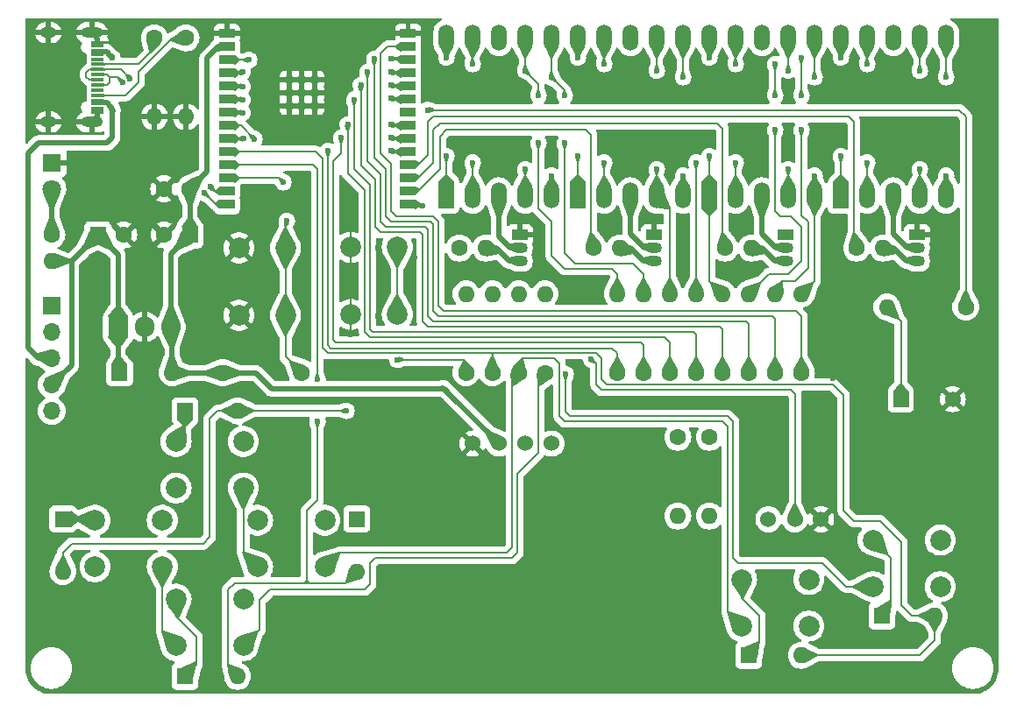
<source format=gbr>
%TF.GenerationSoftware,KiCad,Pcbnew,8.0.3*%
%TF.CreationDate,2024-08-24T23:10:25+09:00*%
%TF.ProjectId,Rustorch,52757374-6f72-4636-982e-6b696361645f,rev?*%
%TF.SameCoordinates,Original*%
%TF.FileFunction,Copper,L1,Top*%
%TF.FilePolarity,Positive*%
%FSLAX46Y46*%
G04 Gerber Fmt 4.6, Leading zero omitted, Abs format (unit mm)*
G04 Created by KiCad (PCBNEW 8.0.3) date 2024-08-24 23:10:25*
%MOMM*%
%LPD*%
G01*
G04 APERTURE LIST*
%TA.AperFunction,ComponentPad*%
%ADD10C,1.600000*%
%TD*%
%TA.AperFunction,ComponentPad*%
%ADD11O,1.600000X1.600000*%
%TD*%
%TA.AperFunction,ComponentPad*%
%ADD12R,1.500000X1.050000*%
%TD*%
%TA.AperFunction,ComponentPad*%
%ADD13O,1.500000X1.050000*%
%TD*%
%TA.AperFunction,ComponentPad*%
%ADD14C,2.000000*%
%TD*%
%TA.AperFunction,ComponentPad*%
%ADD15R,1.600000X1.600000*%
%TD*%
%TA.AperFunction,ComponentPad*%
%ADD16C,1.524000*%
%TD*%
%TA.AperFunction,ComponentPad*%
%ADD17R,1.905000X2.000000*%
%TD*%
%TA.AperFunction,ComponentPad*%
%ADD18O,1.905000X2.000000*%
%TD*%
%TA.AperFunction,SMDPad,CuDef*%
%ADD19R,1.500000X0.900000*%
%TD*%
%TA.AperFunction,SMDPad,CuDef*%
%ADD20R,0.800000X0.800000*%
%TD*%
%TA.AperFunction,ComponentPad*%
%ADD21R,1.524000X2.524000*%
%TD*%
%TA.AperFunction,ComponentPad*%
%ADD22O,1.524000X2.524000*%
%TD*%
%TA.AperFunction,SMDPad,CuDef*%
%ADD23R,1.150000X0.300000*%
%TD*%
%TA.AperFunction,ComponentPad*%
%ADD24O,2.100000X1.000000*%
%TD*%
%TA.AperFunction,ComponentPad*%
%ADD25O,1.600000X1.000000*%
%TD*%
%TA.AperFunction,ComponentPad*%
%ADD26R,1.524000X1.524000*%
%TD*%
%TA.AperFunction,ComponentPad*%
%ADD27R,1.800000X1.800000*%
%TD*%
%TA.AperFunction,ComponentPad*%
%ADD28C,1.800000*%
%TD*%
%TA.AperFunction,ComponentPad*%
%ADD29R,1.700000X1.700000*%
%TD*%
%TA.AperFunction,ComponentPad*%
%ADD30O,1.700000X1.700000*%
%TD*%
%TA.AperFunction,ViaPad*%
%ADD31C,0.600000*%
%TD*%
%TA.AperFunction,Conductor*%
%ADD32C,0.200000*%
%TD*%
%TA.AperFunction,Conductor*%
%ADD33C,0.500000*%
%TD*%
G04 APERTURE END LIST*
D10*
%TO.P,R20,1*%
%TO.N,7SEG_DIGIT1*%
X142920000Y-91380000D03*
D11*
%TO.P,R20,2*%
%TO.N,Net-(Q1-B)*%
X145460000Y-91380000D03*
%TD*%
D12*
%TO.P,Q3,1,E*%
%TO.N,GND*%
X174416000Y-90110000D03*
D13*
%TO.P,Q3,2,C*%
%TO.N,Net-(Q3-C)*%
X174416000Y-91380000D03*
%TO.P,Q3,3,B*%
%TO.N,Net-(Q3-B)*%
X174416000Y-92650000D03*
%TD*%
D14*
%TO.P,SW4,1,1*%
%TO.N,Net-(D3-K)*%
X115540000Y-110085000D03*
X122040000Y-110085000D03*
%TO.P,SW4,2,2*%
%TO.N,Net-(R10-Pad1)*%
X115540000Y-114585000D03*
X122040000Y-114585000D03*
%TD*%
D10*
%TO.P,R9,1*%
%TO.N,KEY_IN3_IO8*%
X146095000Y-103445000D03*
D11*
%TO.P,R9,2*%
%TO.N,+3.3V*%
X146095000Y-95825000D03*
%TD*%
D10*
%TO.P,R22,1*%
%TO.N,7SEG_DIGIT3*%
X168574000Y-91380000D03*
D11*
%TO.P,R22,2*%
%TO.N,Net-(Q3-B)*%
X171114000Y-91380000D03*
%TD*%
D10*
%TO.P,C3,1*%
%TO.N,+3.3V*%
X116865000Y-85665000D03*
%TO.P,C3,2*%
%TO.N,GND*%
X114365000Y-85665000D03*
%TD*%
%TO.P,R1,1*%
%TO.N,Net-(CN1-CC1)*%
X113456000Y-71060000D03*
D11*
%TO.P,R1,2*%
%TO.N,GND*%
X113456000Y-78680000D03*
%TD*%
D15*
%TO.P,D5,1,K*%
%TO.N,Net-(D5-K)*%
X133014000Y-117570686D03*
D11*
%TO.P,D5,2,A*%
%TO.N,KEY_IN2*%
X133014000Y-122650686D03*
%TD*%
D12*
%TO.P,Q2,1,E*%
%TO.N,GND*%
X161716000Y-90110000D03*
D13*
%TO.P,Q2,2,C*%
%TO.N,Net-(Q2-C)*%
X161716000Y-91380000D03*
%TO.P,Q2,3,B*%
%TO.N,Net-(Q2-B)*%
X161716000Y-92650000D03*
%TD*%
D10*
%TO.P,R4,1*%
%TO.N,Net-(U1-EN{slash}CHIP_PU)*%
X127680000Y-103445000D03*
D11*
%TO.P,R4,2*%
%TO.N,+3.3V*%
X120060000Y-103445000D03*
%TD*%
D16*
%TO.P,RV1,1,1*%
%TO.N,GND*%
X177835000Y-117600000D03*
%TO.P,RV1,2,2*%
%TO.N,Net-(U1-MTDI{slash}GPIO5{slash}ADC1_CH5)*%
X175305000Y-117600000D03*
%TO.P,RV1,3,3*%
%TO.N,+3.3V*%
X172755000Y-117600000D03*
%TD*%
D17*
%TO.P,U2,1,VI*%
%TO.N,+5V*%
X109940000Y-99000000D03*
D18*
%TO.P,U2,2,GND*%
%TO.N,GND*%
X112480000Y-99000000D03*
%TO.P,U2,3,VO*%
%TO.N,+3.3V*%
X115020000Y-99000000D03*
%TD*%
D19*
%TO.P,U1,1,GND*%
%TO.N,GND*%
X120455000Y-70654000D03*
%TO.P,U1,2,3V3*%
%TO.N,+3.3V*%
X120455000Y-71924000D03*
%TO.P,U1,3,EN/CHIP_PU*%
%TO.N,Net-(U1-EN{slash}CHIP_PU)*%
X120455000Y-73194000D03*
%TO.P,U1,4,MTMS/GPIO4/ADC1_CH4*%
%TO.N,Net-(U1-MTMS{slash}GPIO4{slash}ADC1_CH4)*%
X120455000Y-74464000D03*
%TO.P,U1,5,MTDI/GPIO5/ADC1_CH5*%
%TO.N,Net-(U1-MTDI{slash}GPIO5{slash}ADC1_CH5)*%
X120455000Y-75734000D03*
%TO.P,U1,6,MTCK/GPIO6/ADC1_CH6*%
%TO.N,SDA*%
X120455000Y-77004000D03*
%TO.P,U1,7,MTDO/GPIO7*%
%TO.N,SCL*%
X120455000Y-78274000D03*
%TO.P,U1,8,GPIO0/ADC1_CH0/XTAL_32K_P*%
%TO.N,KEY_OUT2*%
X120455000Y-79544000D03*
%TO.P,U1,9,GPIO1/ADC1_CH1/XTAL_32K_N*%
%TO.N,KEY_OUT1*%
X120455000Y-80814000D03*
%TO.P,U1,10,GPIO8*%
%TO.N,KEY_IN3_IO8*%
X120455000Y-82084000D03*
%TO.P,U1,11,GPIO10*%
%TO.N,KEY_IN2*%
X120455000Y-83354000D03*
%TO.P,U1,12,GPIO11*%
%TO.N,7SEG_DIGIT1*%
X120455000Y-84624000D03*
%TO.P,U1,13,GPIO12/USB_D-*%
%TO.N,USB_D-*%
X120455000Y-85894000D03*
%TO.P,U1,14,GPIO13/USB_D+*%
%TO.N,USB_D+*%
X120455000Y-87164000D03*
%TO.P,U1,15,GPIO9*%
%TO.N,KEY_IN1_IO9_BOOT*%
X137955000Y-87164000D03*
%TO.P,U1,16,GPIO18*%
%TO.N,7SEG_DIGIT2*%
X137955000Y-85894000D03*
%TO.P,U1,17,GPIO19*%
%TO.N,7SEG_DIGIT3*%
X137955000Y-84624000D03*
%TO.P,U1,18,GPIO20*%
%TO.N,7SEG_DIGIT4*%
X137955000Y-83354000D03*
%TO.P,U1,19,GPIO21*%
%TO.N,7SEG_A*%
X137955000Y-82084000D03*
%TO.P,U1,20,GPIO22*%
%TO.N,7SEG_B*%
X137955000Y-80814000D03*
%TO.P,U1,21,GPIO23*%
%TO.N,7SEG_C*%
X137955000Y-79544000D03*
%TO.P,U1,22,NC*%
%TO.N,unconnected-(U1-NC-Pad22)*%
X137955000Y-78274000D03*
%TO.P,U1,23,GPIO15*%
%TO.N,7SEG_D*%
X137955000Y-77004000D03*
%TO.P,U1,24,U0RXD/GPIO17*%
%TO.N,7SEG_E*%
X137955000Y-75734000D03*
%TO.P,U1,25,U0TXD/GPIO16*%
%TO.N,7SEG_F*%
X137955000Y-74464000D03*
%TO.P,U1,26,GPIO3/ADC1_CH3*%
%TO.N,7SEG_G*%
X137955000Y-73194000D03*
%TO.P,U1,27,GPIO2/ADC1_CH2*%
%TO.N,7SEG_DP*%
X137955000Y-71924000D03*
%TO.P,U1,28,GND*%
%TO.N,GND*%
X137955000Y-70654000D03*
D20*
%TO.P,U1,29,GND*%
X126450000Y-75124000D03*
X126450000Y-76374000D03*
X126450000Y-77624000D03*
X127700000Y-75124000D03*
X127700000Y-76374000D03*
X127700000Y-77624000D03*
X128950000Y-75124000D03*
X128950000Y-76374000D03*
X128950000Y-77624000D03*
%TD*%
D21*
%TO.P,U3,1,E*%
%TO.N,/E*%
X141650000Y-86300000D03*
D22*
%TO.P,U3,2,D*%
%TO.N,/D*%
X144190000Y-86300000D03*
%TO.P,U3,3,CC*%
%TO.N,Net-(Q1-C)*%
X146730000Y-86300000D03*
%TO.P,U3,4,C*%
%TO.N,/C*%
X149270000Y-86300000D03*
%TO.P,U3,5,DP*%
%TO.N,/DP*%
X151810000Y-86300000D03*
%TO.P,U3,6,B*%
%TO.N,/B*%
X151810000Y-71060000D03*
%TO.P,U3,7,A*%
%TO.N,/A*%
X149270000Y-71060000D03*
%TO.P,U3,8,CC*%
%TO.N,unconnected-(U3-CC-Pad8)*%
X146730000Y-71060000D03*
%TO.P,U3,9,F*%
%TO.N,/F*%
X144190000Y-71060000D03*
%TO.P,U3,10,G*%
%TO.N,/G*%
X141650000Y-71060000D03*
%TD*%
D15*
%TO.P,D6,1,K*%
%TO.N,Net-(D6-K)*%
X116405686Y-132782000D03*
D11*
%TO.P,D6,2,A*%
%TO.N,KEY_IN2*%
X121485686Y-132782000D03*
%TD*%
D10*
%TO.P,R11,1*%
%TO.N,Net-(R11-Pad1)*%
X151175000Y-103445000D03*
D11*
%TO.P,R11,2*%
%TO.N,KEY_OUT2*%
X151175000Y-95825000D03*
%TD*%
D12*
%TO.P,Q4,1,E*%
%TO.N,GND*%
X187116000Y-90110000D03*
D13*
%TO.P,Q4,2,C*%
%TO.N,Net-(Q4-C)*%
X187116000Y-91380000D03*
%TO.P,Q4,3,B*%
%TO.N,Net-(Q4-B)*%
X187116000Y-92650000D03*
%TD*%
D14*
%TO.P,SW2,1,1*%
%TO.N,GND*%
X121620000Y-97880000D03*
X121620000Y-91380000D03*
%TO.P,SW2,2,2*%
%TO.N,Net-(U1-EN{slash}CHIP_PU)*%
X126120000Y-97880000D03*
X126120000Y-91380000D03*
%TD*%
D23*
%TO.P,CN1,A1,GND*%
%TO.N,GND*%
X107982000Y-71520000D03*
%TO.P,CN1,A4,VBUS*%
%TO.N,VBUS*%
X107982000Y-72320000D03*
%TO.P,CN1,A5,CC1*%
%TO.N,Net-(CN1-CC1)*%
X107982000Y-73620000D03*
%TO.P,CN1,A6,D+*%
%TO.N,USB_D+*%
X107982000Y-74620000D03*
%TO.P,CN1,A7,D-*%
%TO.N,USB_D-*%
X107982000Y-75120000D03*
%TO.P,CN1,A8,SBU1*%
%TO.N,unconnected-(CN1-SBU1-PadA8)*%
X107982000Y-76120000D03*
%TO.P,CN1,A9,VBUS*%
%TO.N,VBUS*%
X107982000Y-77420000D03*
%TO.P,CN1,A12,GND*%
%TO.N,GND*%
X107982000Y-78220000D03*
%TO.P,CN1,B1,GND*%
X107982000Y-77920000D03*
%TO.P,CN1,B4,VBUS*%
%TO.N,VBUS*%
X107982000Y-77120000D03*
%TO.P,CN1,B5,CC2*%
%TO.N,Net-(CN1-CC2)*%
X107982000Y-76620000D03*
%TO.P,CN1,B6,D+*%
%TO.N,USB_D+*%
X107982000Y-75620000D03*
%TO.P,CN1,B7,D-*%
%TO.N,USB_D-*%
X107982000Y-74120000D03*
%TO.P,CN1,B8,SBU2*%
%TO.N,unconnected-(CN1-SBU2-PadB8)*%
X107982000Y-73120000D03*
%TO.P,CN1,B9,VBUS*%
%TO.N,VBUS*%
X107982000Y-72620000D03*
%TO.P,CN1,B12,GND*%
%TO.N,GND*%
X107982000Y-71820000D03*
D24*
%TO.P,CN1,S1,SHIELD*%
X107417000Y-70550000D03*
D25*
X103237000Y-70550000D03*
D24*
X107417000Y-79190000D03*
D25*
X103237000Y-79190000D03*
%TD*%
D14*
%TO.P,SW8,1,1*%
%TO.N,Net-(D7-K)*%
X170150000Y-123420000D03*
X176650000Y-123420000D03*
%TO.P,SW8,2,2*%
%TO.N,Net-(R10-Pad1)*%
X170150000Y-127920000D03*
X176650000Y-127920000D03*
%TD*%
D10*
%TO.P,R18,1*%
%TO.N,7SEG_G*%
X173400000Y-103445000D03*
D11*
%TO.P,R18,2*%
%TO.N,/G*%
X173400000Y-95825000D03*
%TD*%
D15*
%TO.P,D3,1,K*%
%TO.N,Net-(D3-K)*%
X116405686Y-107128000D03*
D11*
%TO.P,D3,2,A*%
%TO.N,KEY_IN1_IO9_BOOT*%
X121485686Y-107128000D03*
%TD*%
D10*
%TO.P,R12,1*%
%TO.N,7SEG_A*%
X158160000Y-103445000D03*
D11*
%TO.P,R12,2*%
%TO.N,/A*%
X158160000Y-95825000D03*
%TD*%
D26*
%TO.P,BZ1,1,+*%
%TO.N,Net-(BZ1-+)*%
X185545000Y-105985000D03*
D16*
%TO.P,BZ1,2,-*%
%TO.N,GND*%
X190545000Y-105985000D03*
%TD*%
D10*
%TO.P,R16,1*%
%TO.N,7SEG_E*%
X168320000Y-103445000D03*
D11*
%TO.P,R16,2*%
%TO.N,/E*%
X168320000Y-95825000D03*
%TD*%
D15*
%TO.P,D4,1,K*%
%TO.N,Net-(D4-K)*%
X104618000Y-117570686D03*
D11*
%TO.P,D4,2,A*%
%TO.N,KEY_IN1_IO9_BOOT*%
X104618000Y-122650686D03*
%TD*%
D16*
%TO.P,CN2,1,Pin_1*%
%TO.N,GND*%
X144190000Y-110287500D03*
%TO.P,CN2,2,Pin_2*%
%TO.N,+3.3V*%
X146730000Y-110287500D03*
%TO.P,CN2,3,Pin_3*%
%TO.N,SCL*%
X149270000Y-110287500D03*
%TO.P,CN2,4,Pin_4*%
%TO.N,SDA*%
X151810000Y-110287500D03*
%TD*%
D10*
%TO.P,R6,1*%
%TO.N,SCL*%
X167050000Y-109668000D03*
D11*
%TO.P,R6,2*%
%TO.N,+3.3V*%
X167050000Y-117288000D03*
%TD*%
D15*
%TO.P,C2,1*%
%TO.N,+3.3V*%
X116885000Y-90110000D03*
D10*
%TO.P,C2,2*%
%TO.N,GND*%
X114385000Y-90110000D03*
%TD*%
%TO.P,R7,1*%
%TO.N,Net-(U1-MTMS{slash}GPIO4{slash}ADC1_CH4)*%
X191815000Y-97095000D03*
D11*
%TO.P,R7,2*%
%TO.N,Net-(BZ1-+)*%
X184195000Y-97095000D03*
%TD*%
D14*
%TO.P,SW9,1,1*%
%TO.N,Net-(D8-K)*%
X182850000Y-119610000D03*
X189350000Y-119610000D03*
%TO.P,SW9,2,2*%
%TO.N,Net-(R11-Pad1)*%
X182850000Y-124110000D03*
X189350000Y-124110000D03*
%TD*%
D21*
%TO.P,U6,1,E*%
%TO.N,/E*%
X179750000Y-86300000D03*
D22*
%TO.P,U6,2,D*%
%TO.N,/D*%
X182290000Y-86300000D03*
%TO.P,U6,3,CC*%
%TO.N,Net-(Q4-C)*%
X184830000Y-86300000D03*
%TO.P,U6,4,C*%
%TO.N,/C*%
X187370000Y-86300000D03*
%TO.P,U6,5,DP*%
%TO.N,/DP*%
X189910000Y-86300000D03*
%TO.P,U6,6,B*%
%TO.N,/B*%
X189910000Y-71060000D03*
%TO.P,U6,7,A*%
%TO.N,/A*%
X187370000Y-71060000D03*
%TO.P,U6,8,CC*%
%TO.N,unconnected-(U6-CC-Pad8)*%
X184830000Y-71060000D03*
%TO.P,U6,9,F*%
%TO.N,/F*%
X182290000Y-71060000D03*
%TO.P,U6,10,G*%
%TO.N,/G*%
X179750000Y-71060000D03*
%TD*%
D10*
%TO.P,R23,1*%
%TO.N,7SEG_DIGIT4*%
X181274000Y-91380000D03*
D11*
%TO.P,R23,2*%
%TO.N,Net-(Q4-B)*%
X183814000Y-91380000D03*
%TD*%
D10*
%TO.P,R10,1*%
%TO.N,Net-(R10-Pad1)*%
X148635000Y-103445000D03*
D11*
%TO.P,R10,2*%
%TO.N,KEY_OUT1*%
X148635000Y-95825000D03*
%TD*%
D15*
%TO.P,C1,1*%
%TO.N,+5V*%
X107995000Y-90110000D03*
D10*
%TO.P,C1,2*%
%TO.N,GND*%
X110495000Y-90110000D03*
%TD*%
D14*
%TO.P,SW5,1,1*%
%TO.N,Net-(D4-K)*%
X107718000Y-117705000D03*
X114218000Y-117705000D03*
%TO.P,SW5,2,2*%
%TO.N,Net-(R11-Pad1)*%
X107718000Y-122205000D03*
X114218000Y-122205000D03*
%TD*%
D10*
%TO.P,R14,1*%
%TO.N,7SEG_C*%
X163240000Y-103445000D03*
D11*
%TO.P,R14,2*%
%TO.N,/C*%
X163240000Y-95825000D03*
%TD*%
D10*
%TO.P,R21,1*%
%TO.N,7SEG_DIGIT2*%
X155874000Y-91380000D03*
D11*
%TO.P,R21,2*%
%TO.N,Net-(Q2-B)*%
X158414000Y-91380000D03*
%TD*%
D10*
%TO.P,R15,1*%
%TO.N,7SEG_D*%
X165780000Y-103445000D03*
D11*
%TO.P,R15,2*%
%TO.N,/D*%
X165780000Y-95825000D03*
%TD*%
D12*
%TO.P,Q1,1,E*%
%TO.N,GND*%
X148762000Y-90110000D03*
D13*
%TO.P,Q1,2,C*%
%TO.N,Net-(Q1-C)*%
X148762000Y-91380000D03*
%TO.P,Q1,3,B*%
%TO.N,Net-(Q1-B)*%
X148762000Y-92650000D03*
%TD*%
D10*
%TO.P,R19,1*%
%TO.N,7SEG_DP*%
X175940000Y-103445000D03*
D11*
%TO.P,R19,2*%
%TO.N,/DP*%
X175940000Y-95825000D03*
%TD*%
D10*
%TO.P,R13,1*%
%TO.N,7SEG_B*%
X160700000Y-103445000D03*
D11*
%TO.P,R13,2*%
%TO.N,/B*%
X160700000Y-95825000D03*
%TD*%
D10*
%TO.P,R17,1*%
%TO.N,7SEG_F*%
X170860000Y-103445000D03*
D11*
%TO.P,R17,2*%
%TO.N,/F*%
X170860000Y-95825000D03*
%TD*%
D15*
%TO.P,D8,1,K*%
%TO.N,Net-(D8-K)*%
X183715686Y-126940000D03*
D11*
%TO.P,D8,2,A*%
%TO.N,KEY_IN3_IO8*%
X188795686Y-126940000D03*
%TD*%
D14*
%TO.P,SW3,1,1*%
%TO.N,GND*%
X132415000Y-97805000D03*
X132415000Y-91305000D03*
%TO.P,SW3,2,2*%
%TO.N,KEY_IN1_IO9_BOOT*%
X136915000Y-97805000D03*
X136915000Y-91305000D03*
%TD*%
D21*
%TO.P,U5,1,E*%
%TO.N,/E*%
X167050000Y-86300000D03*
D22*
%TO.P,U5,2,D*%
%TO.N,/D*%
X169590000Y-86300000D03*
%TO.P,U5,3,CC*%
%TO.N,Net-(Q3-C)*%
X172130000Y-86300000D03*
%TO.P,U5,4,C*%
%TO.N,/C*%
X174670000Y-86300000D03*
%TO.P,U5,5,DP*%
%TO.N,/DP*%
X177210000Y-86300000D03*
%TO.P,U5,6,B*%
%TO.N,/B*%
X177210000Y-71060000D03*
%TO.P,U5,7,A*%
%TO.N,/A*%
X174670000Y-71060000D03*
%TO.P,U5,8,CC*%
%TO.N,unconnected-(U5-CC-Pad8)*%
X172130000Y-71060000D03*
%TO.P,U5,9,F*%
%TO.N,/F*%
X169590000Y-71060000D03*
%TO.P,U5,10,G*%
%TO.N,/G*%
X167050000Y-71060000D03*
%TD*%
D21*
%TO.P,U4,1,E*%
%TO.N,/E*%
X154350000Y-86300000D03*
D22*
%TO.P,U4,2,D*%
%TO.N,/D*%
X156890000Y-86300000D03*
%TO.P,U4,3,CC*%
%TO.N,Net-(Q2-C)*%
X159430000Y-86300000D03*
%TO.P,U4,4,C*%
%TO.N,/C*%
X161970000Y-86300000D03*
%TO.P,U4,5,DP*%
%TO.N,/DP*%
X164510000Y-86300000D03*
%TO.P,U4,6,B*%
%TO.N,/B*%
X164510000Y-71060000D03*
%TO.P,U4,7,A*%
%TO.N,/A*%
X161970000Y-71060000D03*
%TO.P,U4,8,CC*%
%TO.N,unconnected-(U4-CC-Pad8)*%
X159430000Y-71060000D03*
%TO.P,U4,9,F*%
%TO.N,/F*%
X156890000Y-71060000D03*
%TO.P,U4,10,G*%
%TO.N,/G*%
X154350000Y-71060000D03*
%TD*%
D15*
%TO.P,D7,1,K*%
%TO.N,Net-(D7-K)*%
X170860000Y-130750000D03*
D11*
%TO.P,D7,2,A*%
%TO.N,KEY_IN3_IO8*%
X175940000Y-130750000D03*
%TD*%
D10*
%TO.P,R2,1*%
%TO.N,Net-(CN1-CC2)*%
X116504000Y-71060000D03*
D11*
%TO.P,R2,2*%
%TO.N,GND*%
X116504000Y-78680000D03*
%TD*%
D10*
%TO.P,R5,1*%
%TO.N,SDA*%
X164002000Y-109668000D03*
D11*
%TO.P,R5,2*%
%TO.N,+3.3V*%
X164002000Y-117288000D03*
%TD*%
D10*
%TO.P,R3,1*%
%TO.N,Net-(D2-A)*%
X103550000Y-90110000D03*
D11*
%TO.P,R3,2*%
%TO.N,+5V*%
X103550000Y-92650000D03*
%TD*%
D27*
%TO.P,D2,1,K*%
%TO.N,GND*%
X103550000Y-83120000D03*
D28*
%TO.P,D2,2,A*%
%TO.N,Net-(D2-A)*%
X103550000Y-85660000D03*
%TD*%
D15*
%TO.P,D1,1,K*%
%TO.N,+5V*%
X110095685Y-103445000D03*
D11*
%TO.P,D1,2,A*%
%TO.N,+3.3V*%
X115175685Y-103445000D03*
%TD*%
D29*
%TO.P,SW1,1,Pin_1*%
%TO.N,unconnected-(SW1-Pin_1-Pad1)*%
X103550000Y-96968000D03*
D30*
%TO.P,SW1,2,Pin_2*%
%TO.N,unconnected-(SW1-Pin_2-Pad2)*%
X103550000Y-99508000D03*
%TO.P,SW1,3,Pin_3*%
%TO.N,VBUS*%
X103550000Y-102048000D03*
%TO.P,SW1,4,Pin_4*%
%TO.N,+5V*%
X103550000Y-104588000D03*
%TO.P,SW1,5,Pin_5*%
%TO.N,unconnected-(SW1-Pin_5-Pad5)*%
X103550000Y-107128000D03*
%TD*%
D14*
%TO.P,SW7,1,1*%
%TO.N,Net-(D6-K)*%
X115540000Y-125325000D03*
X122040000Y-125325000D03*
%TO.P,SW7,2,2*%
%TO.N,Net-(R11-Pad1)*%
X115540000Y-129825000D03*
X122040000Y-129825000D03*
%TD*%
D10*
%TO.P,R8,1*%
%TO.N,KEY_IN1_IO9_BOOT*%
X143555000Y-103445000D03*
D11*
%TO.P,R8,2*%
%TO.N,+3.3V*%
X143555000Y-95825000D03*
%TD*%
D14*
%TO.P,SW6,1,1*%
%TO.N,Net-(D5-K)*%
X123414000Y-117705000D03*
X129914000Y-117705000D03*
%TO.P,SW6,2,2*%
%TO.N,Net-(R10-Pad1)*%
X123414000Y-122205000D03*
X129914000Y-122205000D03*
%TD*%
D31*
%TO.N,GND*%
X168066000Y-93666000D03*
X144000000Y-89000000D03*
X129000000Y-70000000D03*
X113456000Y-74870000D03*
X107000000Y-94000000D03*
X128950000Y-73600000D03*
X126410000Y-79188000D03*
X188000000Y-76000000D03*
X157000000Y-134000000D03*
X135046000Y-97984000D03*
X141750000Y-95750000D03*
X143000000Y-76000000D03*
X107000000Y-114000000D03*
X184000000Y-94000000D03*
X194000000Y-124000000D03*
X170000000Y-76000000D03*
X162000000Y-119000000D03*
X162000000Y-134000000D03*
X118000000Y-70000000D03*
X130474000Y-79188000D03*
X183000000Y-76000000D03*
X132000000Y-114000000D03*
X124886000Y-77664000D03*
X152000000Y-108500000D03*
X127000000Y-129000000D03*
X110000000Y-70000000D03*
X105000000Y-73000000D03*
X147000000Y-114000000D03*
X152000000Y-124000000D03*
X137000000Y-104000000D03*
X127680000Y-73600000D03*
X117000000Y-124000000D03*
X128950000Y-79188000D03*
X194000000Y-114000000D03*
X194000000Y-119000000D03*
X112000000Y-124000000D03*
X112000000Y-134000000D03*
X130474000Y-77664000D03*
X167000000Y-134000000D03*
X177000000Y-109000000D03*
X151810000Y-76648000D03*
X142000000Y-114000000D03*
X107000000Y-84000000D03*
X128000000Y-85000000D03*
X172000000Y-109000000D03*
X127680000Y-79188000D03*
X137000000Y-119000000D03*
X117000000Y-99000000D03*
X112000000Y-104000000D03*
X157000000Y-109000000D03*
X137000000Y-114000000D03*
X124886000Y-76394000D03*
X179000000Y-94000000D03*
X162000000Y-124000000D03*
X112000000Y-109000000D03*
X157000000Y-89000000D03*
X163000000Y-76000000D03*
X150500000Y-91500000D03*
X157000000Y-124000000D03*
X112000000Y-129000000D03*
X102000000Y-114000000D03*
X107000000Y-129000000D03*
X132000000Y-86000000D03*
X154000000Y-96000000D03*
X132000000Y-109000000D03*
X124886000Y-75124000D03*
X130474000Y-73600000D03*
X184000000Y-104000000D03*
X142000000Y-134000000D03*
X174670000Y-76648000D03*
X129000000Y-81000000D03*
X132000000Y-134000000D03*
X137000000Y-124000000D03*
X194000000Y-104000000D03*
X157000000Y-119000000D03*
X184000000Y-114000000D03*
X127000000Y-81000000D03*
X164383000Y-93666000D03*
X127000000Y-134000000D03*
X172000000Y-114000000D03*
X172000000Y-93000000D03*
X132000000Y-129000000D03*
X157000000Y-76000000D03*
X178226000Y-89094000D03*
X126410000Y-73600000D03*
X107000000Y-124000000D03*
X135046000Y-91380000D03*
X116504000Y-74870000D03*
X162000000Y-129000000D03*
X194000000Y-129000000D03*
X157000000Y-129000000D03*
X134000000Y-70000000D03*
X187000000Y-134000000D03*
X142000000Y-119000000D03*
X147000000Y-134000000D03*
X152000000Y-114000000D03*
X170000000Y-89000000D03*
X122000000Y-94000000D03*
X112000000Y-114000000D03*
X102000000Y-73000000D03*
X179000000Y-104000000D03*
X194000000Y-89000000D03*
X182000000Y-134000000D03*
X105000000Y-77000000D03*
X130474000Y-76394000D03*
X167000000Y-129000000D03*
X194000000Y-99000000D03*
X137000000Y-134000000D03*
X127000000Y-114000000D03*
X107000000Y-109000000D03*
X179000000Y-99000000D03*
X143000000Y-81000000D03*
X140000000Y-70000000D03*
X115000000Y-81000000D03*
X102000000Y-109000000D03*
X127000000Y-106112000D03*
X182000000Y-129000000D03*
X162000000Y-114000000D03*
X118250000Y-87750000D03*
X177000000Y-134000000D03*
X148000000Y-81000000D03*
X124886000Y-79188000D03*
X177000000Y-81000000D03*
X112000000Y-89000000D03*
X161716000Y-88586000D03*
X172000000Y-134000000D03*
X107000000Y-134000000D03*
X142000000Y-124000000D03*
X167000000Y-114000000D03*
X152000000Y-129000000D03*
X194000000Y-74000000D03*
X189000000Y-109000000D03*
X137000000Y-129000000D03*
X184000000Y-99000000D03*
X183000000Y-81000000D03*
X130474000Y-75124000D03*
X117000000Y-94000000D03*
X157000000Y-114000000D03*
X177000000Y-76000000D03*
X167000000Y-124000000D03*
X119000000Y-129000000D03*
X132000000Y-104000000D03*
X162000000Y-109000000D03*
X132379000Y-99762000D03*
X170000000Y-81000000D03*
X117000000Y-119000000D03*
X124000000Y-70000000D03*
X193000000Y-71000000D03*
X102000000Y-119000000D03*
X148000000Y-76000000D03*
X152000000Y-134000000D03*
X164510000Y-88967000D03*
X194000000Y-84000000D03*
X147000000Y-129000000D03*
X138602000Y-92269000D03*
X147000000Y-119000000D03*
X112000000Y-94000000D03*
X102000000Y-124000000D03*
X107000000Y-99000000D03*
X141000000Y-107000000D03*
X189000000Y-104000000D03*
X107000000Y-104000000D03*
X137000000Y-109000000D03*
X151810000Y-81220000D03*
X194000000Y-109000000D03*
X189000000Y-114000000D03*
X163000000Y-81000000D03*
X102000000Y-77000000D03*
X187000000Y-129000000D03*
X146000000Y-107000000D03*
X177000000Y-114000000D03*
X194000000Y-79000000D03*
X189000000Y-99000000D03*
X122000000Y-86000000D03*
X155000000Y-104000000D03*
X112000000Y-119000000D03*
X194000000Y-94000000D03*
X132379000Y-88967000D03*
X174670000Y-79950000D03*
X184000000Y-109000000D03*
X147000000Y-124000000D03*
X109250000Y-82500000D03*
X102000000Y-129000000D03*
X189000000Y-94000000D03*
X152000000Y-119000000D03*
X124886000Y-73600000D03*
X188000000Y-81000000D03*
X142000000Y-129000000D03*
X183000000Y-89000000D03*
X189000000Y-89000000D03*
X157000000Y-81000000D03*
X127000000Y-109000000D03*
X119000000Y-134000000D03*
%TO.N,+3.3V*%
X141411500Y-104969000D03*
%TO.N,USB_D+*%
X110408000Y-75378000D03*
X118282000Y-86046000D03*
%TO.N,USB_D-*%
X111112150Y-74998294D03*
X118882000Y-85480313D03*
%TO.N,VBUS*%
X109392000Y-72990400D03*
X109392000Y-78000000D03*
%TO.N,SCL*%
X121965000Y-78299000D03*
%TO.N,SDA*%
X121965000Y-77029000D03*
%TO.N,KEY_IN1_IO9_BOOT*%
X131998000Y-107128000D03*
X136915000Y-102175000D03*
X139364000Y-87316000D03*
%TO.N,KEY_IN2*%
X129204000Y-104080000D03*
X129204000Y-108144000D03*
%TO.N,Net-(U1-EN{slash}CHIP_PU)*%
X122600000Y-73194000D03*
X126248000Y-88748000D03*
%TO.N,Net-(U1-MTMS{slash}GPIO4{slash}ADC1_CH4)*%
X139872000Y-78045000D03*
X121965000Y-74362000D03*
%TO.N,KEY_OUT1*%
X122092000Y-80814000D03*
%TO.N,KEY_OUT2*%
X123108000Y-80839000D03*
%TO.N,Net-(R11-Pad1)*%
X153172000Y-103572000D03*
%TO.N,7SEG_A*%
X130220000Y-81982000D03*
X136316000Y-81982000D03*
%TO.N,/A*%
X187370000Y-74235000D03*
X149270000Y-74235000D03*
X161970000Y-74235000D03*
X150540000Y-81220000D03*
X174670000Y-74235000D03*
X150540000Y-76648000D03*
%TO.N,/B*%
X153080000Y-81220000D03*
X153080000Y-76648000D03*
X151810000Y-74870000D03*
X177210000Y-74870000D03*
X164510000Y-74870000D03*
X189910000Y-74870000D03*
%TO.N,7SEG_B*%
X136316000Y-80712000D03*
X131490000Y-80712000D03*
%TO.N,/C*%
X174670000Y-83760000D03*
X187370000Y-83760000D03*
X149270000Y-83760000D03*
X161970000Y-83760000D03*
%TO.N,7SEG_C*%
X136316000Y-79442000D03*
X132125000Y-79442000D03*
%TO.N,7SEG_D*%
X136316000Y-76902000D03*
X132760000Y-77029000D03*
%TO.N,/D*%
X182290000Y-83125000D03*
X165780000Y-83125000D03*
X156890000Y-83125000D03*
X144190000Y-83125000D03*
X169590000Y-83125000D03*
%TO.N,/E*%
X179750000Y-82490000D03*
X141650000Y-82490000D03*
X154350000Y-82490000D03*
X167050000Y-82490000D03*
%TO.N,7SEG_E*%
X133395000Y-75632000D03*
X136316000Y-75632000D03*
%TO.N,7SEG_F*%
X134030000Y-74362000D03*
X136316000Y-74362000D03*
%TO.N,/F*%
X173400000Y-76648000D03*
X182290000Y-73600000D03*
X173400000Y-79950000D03*
X169590000Y-73600000D03*
X173400000Y-73600000D03*
X144190000Y-73600000D03*
X156890000Y-73600000D03*
%TO.N,7SEG_G*%
X134700000Y-73092000D03*
X136316000Y-73092000D03*
%TO.N,/G*%
X141650000Y-72965000D03*
X179750000Y-72965000D03*
X175940000Y-79950000D03*
X175940000Y-76648000D03*
X167050000Y-72965000D03*
X154350000Y-72965000D03*
X175940000Y-72965000D03*
%TO.N,/DP*%
X164510000Y-84395000D03*
X177210000Y-84395000D03*
X189910000Y-84395000D03*
X151810000Y-84395000D03*
%TO.N,7SEG_DIGIT1*%
X125902000Y-85030000D03*
%TO.N,Net-(U1-MTDI{slash}GPIO5{slash}ADC1_CH5)*%
X121965000Y-75759000D03*
X155620000Y-102140000D03*
%TD*%
D32*
%TO.N,Net-(BZ1-+)*%
X185545000Y-98445000D02*
X184195000Y-97095000D01*
X185545000Y-105985000D02*
X185545000Y-98445000D01*
%TO.N,GND*%
X132415000Y-91305000D02*
X132415000Y-97805000D01*
X132415000Y-99726000D02*
X132379000Y-99762000D01*
D33*
X107982000Y-78625000D02*
X107417000Y-79190000D01*
D32*
X132379000Y-88967000D02*
X132415000Y-89415000D01*
X132415000Y-89415000D02*
X132415000Y-91305000D01*
X107982000Y-71820000D02*
X107982000Y-71520000D01*
D33*
X107982000Y-71520000D02*
X107982000Y-71115000D01*
X107982000Y-78220000D02*
X107982000Y-78625000D01*
D32*
X161716000Y-90110000D02*
X161716000Y-88586000D01*
D33*
X107982000Y-71115000D02*
X107417000Y-70550000D01*
D32*
X132415000Y-97805000D02*
X132415000Y-99726000D01*
D33*
%TO.N,+5V*%
X103550000Y-104588000D02*
X105455000Y-102683000D01*
X103550000Y-92650000D02*
X105455000Y-92650000D01*
X105455000Y-102683000D02*
X105455000Y-92650000D01*
X105455000Y-92650000D02*
X107995000Y-90110000D01*
X109940000Y-92055000D02*
X107995000Y-90110000D01*
X109940000Y-103289315D02*
X110095685Y-103445000D01*
X109940000Y-99000000D02*
X109940000Y-103289315D01*
X109940000Y-99000000D02*
X109940000Y-92055000D01*
%TO.N,+3.3V*%
X119625000Y-71924000D02*
X118536000Y-73013000D01*
X118536000Y-83994000D02*
X116865000Y-85665000D01*
X115020000Y-91975000D02*
X116885000Y-90110000D01*
X116885000Y-90110000D02*
X116885000Y-85685000D01*
X124759000Y-104969000D02*
X123235000Y-103445000D01*
X115020000Y-99000000D02*
X115020000Y-91975000D01*
X115175685Y-103445000D02*
X115175685Y-99155685D01*
X120455000Y-71924000D02*
X119625000Y-71924000D01*
X141411500Y-104969000D02*
X124759000Y-104969000D01*
X146730000Y-110287500D02*
X141411500Y-104969000D01*
X118536000Y-73013000D02*
X118536000Y-83994000D01*
X123235000Y-103445000D02*
X120060000Y-103445000D01*
X115175685Y-103445000D02*
X120060000Y-103445000D01*
D32*
%TO.N,USB_D+*%
X107982000Y-75620000D02*
X108896000Y-75620000D01*
X107982000Y-74620000D02*
X108884000Y-74620000D01*
X108757000Y-74620000D02*
X107982000Y-74620000D01*
X109138000Y-74874000D02*
X108884000Y-74620000D01*
X120455000Y-87164000D02*
X119400000Y-87164000D01*
X109904000Y-74874000D02*
X110408000Y-75378000D01*
X107982000Y-75620000D02*
X108642000Y-75620000D01*
X119400000Y-87164000D02*
X118282000Y-86046000D01*
X108896000Y-75620000D02*
X109138000Y-75378000D01*
X109138000Y-75378000D02*
X109138000Y-74874000D01*
X109138000Y-74874000D02*
X109904000Y-74874000D01*
%TO.N,USB_D-*%
X107982000Y-74120000D02*
X107157000Y-74120000D01*
X119295687Y-85894000D02*
X118882000Y-85480313D01*
X106852000Y-74815000D02*
X107157000Y-75120000D01*
X120455000Y-85894000D02*
X119295687Y-85894000D01*
X106852000Y-74425000D02*
X106852000Y-74815000D01*
X110233856Y-74120000D02*
X111112150Y-74998294D01*
X107157000Y-75120000D02*
X107982000Y-75120000D01*
X107982000Y-74120000D02*
X110233856Y-74120000D01*
X107157000Y-74120000D02*
X106852000Y-74425000D01*
D33*
%TO.N,VBUS*%
X101264000Y-82236000D02*
X102280000Y-81220000D01*
X109392000Y-72978800D02*
X108833200Y-72420000D01*
X108884000Y-81220000D02*
X102280000Y-81220000D01*
X109392000Y-78000000D02*
X109392000Y-77878800D01*
X103550000Y-102048000D02*
X102280000Y-102048000D01*
X108833200Y-77320000D02*
X107982000Y-77320000D01*
X109392000Y-72990400D02*
X109392000Y-72978800D01*
X102280000Y-102048000D02*
X101264000Y-101032000D01*
X109392000Y-77878800D02*
X108833200Y-77320000D01*
X108833200Y-72420000D02*
X107982000Y-72420000D01*
X109392000Y-80712000D02*
X108884000Y-81220000D01*
X109392000Y-78000000D02*
X109392000Y-80712000D01*
X101264000Y-101032000D02*
X101264000Y-82236000D01*
D32*
%TO.N,Net-(CN1-CC2)*%
X111932000Y-74362000D02*
X115234000Y-71060000D01*
X111932000Y-75378000D02*
X111932000Y-74362000D01*
X115234000Y-71060000D02*
X116504000Y-71060000D01*
X110690000Y-76620000D02*
X111932000Y-75378000D01*
X107982000Y-76620000D02*
X110690000Y-76620000D01*
%TO.N,Net-(CN1-CC1)*%
X107982000Y-73620000D02*
X111912000Y-73620000D01*
X113456000Y-72076000D02*
X113456000Y-71060000D01*
X111912000Y-73620000D02*
X113456000Y-72076000D01*
%TO.N,SCL*%
X121940000Y-78274000D02*
X121965000Y-78299000D01*
X120455000Y-78274000D02*
X121940000Y-78274000D01*
%TO.N,SDA*%
X120455000Y-77004000D02*
X121940000Y-77004000D01*
X121940000Y-77004000D02*
X121965000Y-77029000D01*
D33*
%TO.N,Net-(D2-A)*%
X103550000Y-90110000D02*
X103550000Y-85660000D01*
D32*
%TO.N,Net-(D3-K)*%
X116405686Y-109219314D02*
X115540000Y-110085000D01*
X116405686Y-107128000D02*
X116405686Y-109219314D01*
%TO.N,KEY_IN1_IO9_BOOT*%
X143555000Y-102429000D02*
X143555000Y-103445000D01*
X143301000Y-102175000D02*
X143555000Y-102429000D01*
X137955000Y-87164000D02*
X139212000Y-87164000D01*
X136915000Y-91305000D02*
X136915000Y-97805000D01*
X139212000Y-87164000D02*
X139364000Y-87316000D01*
X118790000Y-119320000D02*
X118155000Y-119955000D01*
X105455000Y-119955000D02*
X118155000Y-119955000D01*
X118790000Y-107890000D02*
X118790000Y-119320000D01*
X119552000Y-107128000D02*
X118790000Y-107890000D01*
X121485686Y-107128000D02*
X131998000Y-107128000D01*
X104618000Y-122650686D02*
X104618000Y-120792000D01*
X136915000Y-102175000D02*
X143301000Y-102175000D01*
X121485686Y-107128000D02*
X119552000Y-107128000D01*
X104618000Y-120792000D02*
X105455000Y-119955000D01*
%TO.N,Net-(D4-K)*%
X107583686Y-117570686D02*
X107718000Y-117705000D01*
X104618000Y-117570686D02*
X107583686Y-117570686D01*
%TO.N,KEY_IN2*%
X128188000Y-123638000D02*
X128188000Y-123384000D01*
X128442000Y-123765000D02*
X127934000Y-123765000D01*
X128188000Y-123511000D02*
X127934000Y-123765000D01*
X129204000Y-108144000D02*
X129204000Y-115764000D01*
X128798000Y-83354000D02*
X120455000Y-83354000D01*
X131899686Y-123765000D02*
X128442000Y-123765000D01*
X128188000Y-116780000D02*
X128188000Y-123384000D01*
X129204000Y-83760000D02*
X128798000Y-83354000D01*
X128188000Y-123511000D02*
X128442000Y-123765000D01*
X120568000Y-131864314D02*
X121485686Y-132782000D01*
X129204000Y-115764000D02*
X128188000Y-116780000D01*
X120568000Y-124400000D02*
X120568000Y-131864314D01*
X133014000Y-122650686D02*
X131899686Y-123765000D01*
X129204000Y-104080000D02*
X129204000Y-83760000D01*
X127934000Y-123765000D02*
X121203000Y-123765000D01*
X121203000Y-123765000D02*
X120568000Y-124400000D01*
X128188000Y-123384000D02*
X128188000Y-123511000D01*
%TO.N,Net-(D6-K)*%
X115540000Y-126992000D02*
X115540000Y-125325000D01*
X117520000Y-131667686D02*
X117520000Y-128972000D01*
X117520000Y-128972000D02*
X115540000Y-126992000D01*
X116405686Y-132782000D02*
X117520000Y-131667686D01*
%TO.N,KEY_IN3_IO8*%
X187370000Y-130750000D02*
X188795686Y-129324314D01*
X179000000Y-104600000D02*
X157156000Y-104600000D01*
X146095000Y-101667000D02*
X146222000Y-101540000D01*
X146095000Y-101667000D02*
X145968000Y-101540000D01*
X185592000Y-125924000D02*
X185592000Y-119828000D01*
X156128000Y-101540000D02*
X146222000Y-101540000D01*
X181020000Y-117796000D02*
X180004000Y-116780000D01*
X180004000Y-105604000D02*
X179000000Y-104600000D01*
X130220000Y-101540000D02*
X129712000Y-101032000D01*
X188795686Y-126940000D02*
X186608000Y-126940000D01*
X185592000Y-119828000D02*
X183560000Y-117796000D01*
X156636000Y-102048000D02*
X156128000Y-101540000D01*
X183560000Y-117796000D02*
X181020000Y-117796000D01*
X157156000Y-104600000D02*
X156636000Y-104080000D01*
X186608000Y-126940000D02*
X185592000Y-125924000D01*
X145460000Y-101540000D02*
X130220000Y-101540000D01*
X129712000Y-82744000D02*
X129052000Y-82084000D01*
X188795686Y-129324314D02*
X188795686Y-126940000D01*
X156636000Y-104080000D02*
X156636000Y-102048000D01*
X146222000Y-101540000D02*
X145968000Y-101540000D01*
X129052000Y-82084000D02*
X120455000Y-82084000D01*
X175940000Y-130750000D02*
X187370000Y-130750000D01*
X145968000Y-101540000D02*
X145460000Y-101540000D01*
X146095000Y-103445000D02*
X146095000Y-101667000D01*
X180004000Y-116780000D02*
X180004000Y-105604000D01*
X129712000Y-101032000D02*
X129712000Y-82744000D01*
%TO.N,Net-(D7-K)*%
X170860000Y-130750000D02*
X170860000Y-130496000D01*
X170150000Y-123420000D02*
X170150000Y-125214000D01*
X171876000Y-129480000D02*
X171876000Y-126940000D01*
X170860000Y-130496000D02*
X171876000Y-129480000D01*
X170150000Y-125214000D02*
X171876000Y-126940000D01*
%TO.N,Net-(D8-K)*%
X184576000Y-126079686D02*
X183715686Y-126940000D01*
X184576000Y-121336000D02*
X184576000Y-126079686D01*
X182850000Y-119610000D02*
X184576000Y-121336000D01*
D33*
%TO.N,Net-(Q1-C)*%
X146730000Y-90253000D02*
X146730000Y-86300000D01*
X147857000Y-91380000D02*
X146730000Y-90253000D01*
X148762000Y-91380000D02*
X147857000Y-91380000D01*
%TO.N,Net-(Q1-B)*%
X148762000Y-92650000D02*
X147746000Y-92650000D01*
X147746000Y-92650000D02*
X146476000Y-91380000D01*
X146476000Y-91380000D02*
X145460000Y-91380000D01*
%TO.N,Net-(Q2-C)*%
X159430000Y-89999000D02*
X159430000Y-86300000D01*
X160811000Y-91380000D02*
X159430000Y-89999000D01*
X161716000Y-91380000D02*
X160811000Y-91380000D01*
%TO.N,Net-(Q2-B)*%
X161716000Y-92650000D02*
X160700000Y-92650000D01*
X159430000Y-91380000D02*
X158414000Y-91380000D01*
X160700000Y-92650000D02*
X159430000Y-91380000D01*
%TO.N,Net-(Q3-B)*%
X173400000Y-92650000D02*
X172130000Y-91380000D01*
X172130000Y-91380000D02*
X171114000Y-91380000D01*
X174416000Y-92650000D02*
X173400000Y-92650000D01*
%TO.N,Net-(Q3-C)*%
X172130000Y-89999000D02*
X172130000Y-86300000D01*
X173511000Y-91380000D02*
X172130000Y-89999000D01*
X174416000Y-91380000D02*
X173511000Y-91380000D01*
%TO.N,Net-(Q4-C)*%
X187116000Y-91380000D02*
X186211000Y-91380000D01*
X184830000Y-89999000D02*
X184830000Y-86300000D01*
X186211000Y-91380000D02*
X184830000Y-89999000D01*
%TO.N,Net-(Q4-B)*%
X187116000Y-92650000D02*
X186100000Y-92650000D01*
X184830000Y-91380000D02*
X183814000Y-91380000D01*
X186100000Y-92650000D02*
X184830000Y-91380000D01*
D32*
%TO.N,Net-(U1-EN{slash}CHIP_PU)*%
X126120000Y-97880000D02*
X126120000Y-101885000D01*
X126120000Y-91380000D02*
X126120000Y-97880000D01*
X126120000Y-101885000D02*
X127680000Y-103445000D01*
X126248000Y-88748000D02*
X126120000Y-88876000D01*
X120455000Y-73194000D02*
X122600000Y-73194000D01*
X126120000Y-88876000D02*
X126120000Y-91380000D01*
%TO.N,Net-(U1-MTMS{slash}GPIO4{slash}ADC1_CH4)*%
X191815000Y-78680000D02*
X191815000Y-97095000D01*
X139872000Y-78045000D02*
X191180000Y-78045000D01*
X191180000Y-78045000D02*
X191815000Y-78680000D01*
X121863000Y-74464000D02*
X121965000Y-74362000D01*
X120455000Y-74464000D02*
X121863000Y-74464000D01*
%TO.N,Net-(R10-Pad1)*%
X148000000Y-104080000D02*
X148000000Y-120336000D01*
X153080000Y-108144000D02*
X152572000Y-107636000D01*
X149016000Y-102048000D02*
X148635000Y-102429000D01*
X168828000Y-126598000D02*
X170150000Y-127920000D01*
X148635000Y-102429000D02*
X148635000Y-103445000D01*
X131255500Y-120863500D02*
X129914000Y-122205000D01*
X168320000Y-108144000D02*
X153080000Y-108144000D01*
X148000000Y-120336000D02*
X147472500Y-120863500D01*
X122040000Y-120831000D02*
X123414000Y-122205000D01*
X152572000Y-107636000D02*
X152572000Y-102556000D01*
X168828000Y-121225000D02*
X168828000Y-108652000D01*
X147472500Y-120863500D02*
X131255500Y-120863500D01*
X152572000Y-102556000D02*
X152064000Y-102048000D01*
X152064000Y-102048000D02*
X149016000Y-102048000D01*
X168828000Y-121225000D02*
X168828000Y-126598000D01*
X122040000Y-114585000D02*
X122040000Y-120831000D01*
X148635000Y-103445000D02*
X148000000Y-104080000D01*
X168828000Y-108652000D02*
X168320000Y-108144000D01*
%TO.N,KEY_OUT1*%
X120455000Y-80814000D02*
X122092000Y-80814000D01*
%TO.N,KEY_OUT2*%
X121813000Y-79544000D02*
X123108000Y-80839000D01*
X120455000Y-79544000D02*
X121813000Y-79544000D01*
%TO.N,Net-(R11-Pad1)*%
X150540000Y-104080000D02*
X151175000Y-103445000D01*
X114218000Y-122205000D02*
X114218000Y-128503000D01*
X124632000Y-124400000D02*
X133776000Y-124400000D01*
X148000000Y-121352000D02*
X148508000Y-120844000D01*
X134284000Y-121860000D02*
X134792000Y-121352000D01*
X177972000Y-121860000D02*
X169844000Y-121860000D01*
X153172000Y-103572000D02*
X153172000Y-107220000D01*
X134284000Y-123892000D02*
X134284000Y-121860000D01*
X182850000Y-124110000D02*
X180222000Y-124110000D01*
X148508000Y-120844000D02*
X148508000Y-113224000D01*
X153172000Y-107220000D02*
X153588000Y-107636000D01*
X180222000Y-124110000D02*
X177972000Y-121860000D01*
X150540000Y-111192000D02*
X150540000Y-104080000D01*
X123616000Y-128249000D02*
X123616000Y-125416000D01*
X123616000Y-125416000D02*
X124632000Y-124400000D01*
X134792000Y-121352000D02*
X148000000Y-121352000D01*
X169336000Y-121352000D02*
X169336000Y-108144000D01*
X114218000Y-128503000D02*
X115540000Y-129825000D01*
X169844000Y-121860000D02*
X169336000Y-121352000D01*
X133776000Y-124400000D02*
X134284000Y-123892000D01*
X168828000Y-107636000D02*
X153588000Y-107636000D01*
X122040000Y-129825000D02*
X123616000Y-128249000D01*
X169336000Y-108144000D02*
X168828000Y-107636000D01*
X148508000Y-113224000D02*
X150540000Y-111192000D01*
%TO.N,7SEG_A*%
X158160000Y-103445000D02*
X158160000Y-101540000D01*
X137955000Y-82084000D02*
X136418000Y-82084000D01*
X158033000Y-103445000D02*
X158160000Y-103445000D01*
X130502843Y-101060843D02*
X130220000Y-100778000D01*
X136418000Y-82084000D02*
X136316000Y-81982000D01*
X130220000Y-100778000D02*
X130220000Y-81982000D01*
X157680843Y-101060843D02*
X130502843Y-101060843D01*
X158160000Y-101540000D02*
X157680843Y-101060843D01*
%TO.N,/A*%
X149270000Y-74235000D02*
X149270000Y-71060000D01*
X150540000Y-76648000D02*
X150540000Y-75505000D01*
X187370000Y-71060000D02*
X187370000Y-74235000D01*
X150540000Y-87570000D02*
X150540000Y-83252000D01*
X151810000Y-92142000D02*
X151810000Y-88840000D01*
X150540000Y-81220000D02*
X150540000Y-83252000D01*
X151810000Y-88840000D02*
X150540000Y-87570000D01*
X157652000Y-93412000D02*
X153080000Y-93412000D01*
X158160000Y-95825000D02*
X158160000Y-93920000D01*
X161970000Y-74235000D02*
X161970000Y-71060000D01*
X150540000Y-75505000D02*
X149270000Y-74235000D01*
X174670000Y-74235000D02*
X174670000Y-71060000D01*
X153080000Y-93412000D02*
X151810000Y-92142000D01*
X158160000Y-93920000D02*
X157652000Y-93412000D01*
%TO.N,/B*%
X177210000Y-74870000D02*
X177210000Y-71060000D01*
X151810000Y-74870000D02*
X151810000Y-71060000D01*
X153080000Y-76648000D02*
X153080000Y-76140000D01*
X160700000Y-95825000D02*
X160700000Y-93920000D01*
X164510000Y-74870000D02*
X164510000Y-71060000D01*
X160700000Y-93920000D02*
X159684000Y-92904000D01*
X153080000Y-76140000D02*
X151810000Y-74870000D01*
X189910000Y-71060000D02*
X189910000Y-74870000D01*
X153080000Y-82490000D02*
X153080000Y-81220000D01*
X154096000Y-92904000D02*
X153080000Y-91888000D01*
X159684000Y-92904000D02*
X154096000Y-92904000D01*
X153080000Y-91888000D02*
X153080000Y-82490000D01*
%TO.N,7SEG_B*%
X160700000Y-103445000D02*
X160700000Y-100778000D01*
X130982000Y-100524000D02*
X130728000Y-100270000D01*
X137955000Y-80814000D02*
X136418000Y-80814000D01*
X130728000Y-82998000D02*
X131490000Y-82236000D01*
X131490000Y-82236000D02*
X131490000Y-80712000D01*
X136418000Y-80814000D02*
X136316000Y-80712000D01*
X160446000Y-100524000D02*
X130982000Y-100524000D01*
X160700000Y-100778000D02*
X160446000Y-100524000D01*
X130728000Y-100270000D02*
X130728000Y-82998000D01*
%TO.N,/C*%
X161970000Y-86300000D02*
X163240000Y-87570000D01*
X149270000Y-86300000D02*
X149270000Y-83760000D01*
X187370000Y-86300000D02*
X187370000Y-83760000D01*
X161970000Y-86300000D02*
X161970000Y-83760000D01*
X174670000Y-86300000D02*
X174670000Y-83760000D01*
X163240000Y-87570000D02*
X163240000Y-95825000D01*
%TO.N,7SEG_C*%
X133776000Y-85792000D02*
X132125000Y-84141000D01*
X132125000Y-84141000D02*
X132125000Y-79442000D01*
X134284000Y-100016000D02*
X133776000Y-99508000D01*
X163240000Y-103445000D02*
X163240000Y-100524000D01*
X136316000Y-79442000D02*
X136418000Y-79544000D01*
X133776000Y-99508000D02*
X133776000Y-85792000D01*
X136418000Y-79544000D02*
X137955000Y-79544000D01*
X162732000Y-100016000D02*
X134284000Y-100016000D01*
X163240000Y-100524000D02*
X162732000Y-100016000D01*
%TO.N,7SEG_D*%
X136418000Y-77004000D02*
X136316000Y-76902000D01*
X134284000Y-99254000D02*
X134538000Y-99508000D01*
X165780000Y-99762000D02*
X165780000Y-103445000D01*
X134284000Y-85284000D02*
X134284000Y-99254000D01*
X132760000Y-77029000D02*
X132760000Y-83760000D01*
X137955000Y-77004000D02*
X136418000Y-77004000D01*
X132760000Y-83760000D02*
X134284000Y-85284000D01*
X134538000Y-99508000D02*
X165526000Y-99508000D01*
X165526000Y-99508000D02*
X165780000Y-99762000D01*
%TO.N,/D*%
X169590000Y-86300000D02*
X169590000Y-83125000D01*
X182290000Y-86300000D02*
X182290000Y-83125000D01*
X144190000Y-86300000D02*
X144190000Y-83125000D01*
X156890000Y-86300000D02*
X156890000Y-83125000D01*
X165780000Y-95825000D02*
X165780000Y-83125000D01*
%TO.N,/E*%
X154350000Y-82490000D02*
X154350000Y-86300000D01*
X167050000Y-94555000D02*
X167050000Y-86300000D01*
X167050000Y-82490000D02*
X167050000Y-86300000D01*
X168320000Y-95825000D02*
X167050000Y-94555000D01*
X179750000Y-82490000D02*
X179750000Y-86300000D01*
X141650000Y-86300000D02*
X141650000Y-82490000D01*
%TO.N,7SEG_E*%
X133395000Y-75632000D02*
X133395000Y-83379000D01*
X134792000Y-89348000D02*
X135300000Y-89856000D01*
X137955000Y-75734000D02*
X136418000Y-75734000D01*
X139872000Y-99000000D02*
X168066000Y-99000000D01*
X139364000Y-90110000D02*
X139364000Y-98492000D01*
X168320000Y-99254000D02*
X168320000Y-103445000D01*
X136418000Y-75734000D02*
X136316000Y-75632000D01*
X168066000Y-99000000D02*
X168320000Y-99254000D01*
X133395000Y-83379000D02*
X134792000Y-84776000D01*
X139110000Y-89856000D02*
X139364000Y-90110000D01*
X135300000Y-89856000D02*
X139110000Y-89856000D01*
X139364000Y-98492000D02*
X139872000Y-99000000D01*
X134792000Y-84776000D02*
X134792000Y-89348000D01*
%TO.N,7SEG_F*%
X139872000Y-97984000D02*
X140380000Y-98492000D01*
X134030000Y-74362000D02*
X134030000Y-82998000D01*
X135300000Y-88840000D02*
X135808000Y-89348000D01*
X134030000Y-82998000D02*
X135300000Y-84268000D01*
X136316000Y-74362000D02*
X136468000Y-74464000D01*
X139872000Y-89602000D02*
X139872000Y-97984000D01*
X135300000Y-84268000D02*
X135300000Y-88840000D01*
X139618000Y-89348000D02*
X139872000Y-89602000D01*
X140380000Y-98492000D02*
X170606000Y-98492000D01*
X170860000Y-98746000D02*
X170860000Y-103445000D01*
X136468000Y-74464000D02*
X137955000Y-74464000D01*
X135808000Y-89348000D02*
X139618000Y-89348000D01*
X170606000Y-98492000D02*
X170860000Y-98746000D01*
%TO.N,/F*%
X173400000Y-79950000D02*
X173400000Y-87824000D01*
X173400000Y-87824000D02*
X173908000Y-88332000D01*
X144190000Y-73600000D02*
X144190000Y-71060000D01*
X173908000Y-88332000D02*
X174924000Y-88332000D01*
X156890000Y-73600000D02*
X156890000Y-71060000D01*
X182290000Y-71060000D02*
X182290000Y-73600000D01*
X175940000Y-89348000D02*
X175940000Y-92650000D01*
X175940000Y-92650000D02*
X174670000Y-93920000D01*
X174924000Y-88332000D02*
X175940000Y-89348000D01*
X174670000Y-93920000D02*
X172765000Y-93920000D01*
X173400000Y-76648000D02*
X173400000Y-73600000D01*
X169590000Y-73600000D02*
X169590000Y-71060000D01*
X172765000Y-93920000D02*
X170860000Y-95825000D01*
%TO.N,7SEG_G*%
X134665000Y-73127000D02*
X134700000Y-73092000D01*
X135808000Y-88332000D02*
X135808000Y-83760000D01*
X173400000Y-103445000D02*
X173400000Y-98238000D01*
X173146000Y-97984000D02*
X140888000Y-97984000D01*
X137853000Y-73092000D02*
X137955000Y-73194000D01*
X136316000Y-73092000D02*
X137853000Y-73092000D01*
X135808000Y-83760000D02*
X134665000Y-82617000D01*
X173400000Y-98238000D02*
X173146000Y-97984000D01*
X136316000Y-88840000D02*
X135808000Y-88332000D01*
X140380000Y-89094000D02*
X140126000Y-88840000D01*
X140380000Y-97476000D02*
X140380000Y-89094000D01*
X140888000Y-97984000D02*
X140380000Y-97476000D01*
X134665000Y-82617000D02*
X134665000Y-73127000D01*
X140126000Y-88840000D02*
X136316000Y-88840000D01*
%TO.N,/G*%
X154350000Y-72965000D02*
X154350000Y-71060000D01*
X167050000Y-72965000D02*
X167050000Y-71060000D01*
X141650000Y-71060000D02*
X141650000Y-72965000D01*
X175940000Y-88205000D02*
X176575000Y-88840000D01*
X175940000Y-76648000D02*
X175940000Y-72965000D01*
X173400000Y-95190000D02*
X174035000Y-94555000D01*
X176575000Y-93285000D02*
X175305000Y-94555000D01*
X174035000Y-94555000D02*
X175305000Y-94555000D01*
X173400000Y-95825000D02*
X173400000Y-95190000D01*
X179750000Y-71060000D02*
X179750000Y-72965000D01*
X176575000Y-88840000D02*
X176575000Y-93285000D01*
X175940000Y-79950000D02*
X175940000Y-88205000D01*
%TO.N,/DP*%
X177210000Y-84395000D02*
X177210000Y-86300000D01*
X177210000Y-94555000D02*
X177210000Y-86300000D01*
X164510000Y-86300000D02*
X164510000Y-84395000D01*
X151810000Y-86300000D02*
X151810000Y-84395000D01*
X189910000Y-86300000D02*
X189910000Y-84395000D01*
X175940000Y-95825000D02*
X177210000Y-94555000D01*
%TO.N,7SEG_DP*%
X136316000Y-83252000D02*
X136316000Y-87824000D01*
X135300000Y-82236000D02*
X136316000Y-83252000D01*
X135960000Y-71924000D02*
X135300000Y-72584000D01*
X140888000Y-96968000D02*
X141396000Y-97476000D01*
X136316000Y-87824000D02*
X136824000Y-88332000D01*
X136824000Y-88332000D02*
X140380000Y-88332000D01*
X140888000Y-88840000D02*
X140888000Y-96968000D01*
X141396000Y-97476000D02*
X175432000Y-97476000D01*
X135300000Y-72584000D02*
X135300000Y-82236000D01*
X175940000Y-97984000D02*
X175940000Y-103445000D01*
X140380000Y-88332000D02*
X140888000Y-88840000D01*
X137955000Y-71924000D02*
X135960000Y-71924000D01*
X175432000Y-97476000D02*
X175940000Y-97984000D01*
%TO.N,7SEG_DIGIT1*%
X125496000Y-84624000D02*
X125902000Y-85030000D01*
X120455000Y-84624000D02*
X125496000Y-84624000D01*
%TO.N,7SEG_DIGIT2*%
X141650000Y-79950000D02*
X155112000Y-79950000D01*
X138905000Y-85894000D02*
X141015000Y-83784000D01*
X137955000Y-85894000D02*
X138905000Y-85894000D01*
X155620000Y-80458000D02*
X155620000Y-91126000D01*
X155620000Y-91126000D02*
X155874000Y-91380000D01*
X141015000Y-83784000D02*
X141015000Y-80585000D01*
X141015000Y-80585000D02*
X141650000Y-79950000D01*
X155620000Y-80458000D02*
X155112000Y-79950000D01*
%TO.N,7SEG_DIGIT3*%
X140380000Y-79950000D02*
X140380000Y-83149000D01*
X140380000Y-83149000D02*
X138905000Y-84624000D01*
X168320000Y-91126000D02*
X168320000Y-79823000D01*
X168574000Y-91380000D02*
X168320000Y-91126000D01*
X168320000Y-79823000D02*
X167812000Y-79315000D01*
X167812000Y-79315000D02*
X141015000Y-79315000D01*
X141015000Y-79315000D02*
X140380000Y-79950000D01*
X138905000Y-84624000D02*
X137955000Y-84624000D01*
%TO.N,7SEG_DIGIT4*%
X138905000Y-83354000D02*
X139872000Y-82387000D01*
X181020000Y-79188000D02*
X181020000Y-91126000D01*
X181020000Y-91126000D02*
X181274000Y-91380000D01*
X180512000Y-78680000D02*
X181020000Y-79188000D01*
X137955000Y-83354000D02*
X138905000Y-83354000D01*
X139872000Y-79188000D02*
X140380000Y-78680000D01*
X148000000Y-78680000D02*
X180512000Y-78680000D01*
X139872000Y-82387000D02*
X139872000Y-79188000D01*
X140380000Y-78680000D02*
X148000000Y-78680000D01*
X181274000Y-91380000D02*
X180812000Y-90918000D01*
%TO.N,Net-(U1-MTDI{slash}GPIO5{slash}ADC1_CH5)*%
X174924000Y-105096000D02*
X156636000Y-105096000D01*
X175305000Y-107001000D02*
X175305000Y-117600000D01*
X175305000Y-107001000D02*
X175305000Y-105477000D01*
X156128000Y-104588000D02*
X156128000Y-102556000D01*
X120455000Y-75734000D02*
X121940000Y-75734000D01*
X156636000Y-105096000D02*
X156128000Y-104588000D01*
X175305000Y-105477000D02*
X174924000Y-105096000D01*
X156128000Y-102556000D02*
X155712000Y-102140000D01*
X155712000Y-102140000D02*
X155620000Y-102140000D01*
X121940000Y-75734000D02*
X121965000Y-75759000D01*
%TD*%
%TA.AperFunction,Conductor*%
%TO.N,/D*%
G36*
X166046851Y-83235496D02*
G01*
X166053163Y-83241848D01*
X166053330Y-83250305D01*
X165882807Y-83717313D01*
X165876751Y-83723909D01*
X165871817Y-83725000D01*
X165688183Y-83725000D01*
X165679910Y-83721573D01*
X165677193Y-83717313D01*
X165506669Y-83250302D01*
X165507050Y-83241358D01*
X165513147Y-83235496D01*
X165775490Y-83125883D01*
X165784444Y-83125857D01*
X166046851Y-83235496D01*
G37*
%TD.AperFunction*%
%TD*%
%TA.AperFunction,Conductor*%
%TO.N,7SEG_DIGIT2*%
G36*
X138711153Y-85448071D02*
G01*
X139010081Y-85645861D01*
X139011898Y-85647345D01*
X139144182Y-85779629D01*
X139147609Y-85787902D01*
X139144182Y-85796175D01*
X139144151Y-85796206D01*
X138710705Y-86226411D01*
X138702419Y-86229807D01*
X138697667Y-86228779D01*
X137974715Y-85903884D01*
X137968574Y-85897367D01*
X137968839Y-85888416D01*
X137973486Y-85883183D01*
X138698675Y-85447796D01*
X138707532Y-85446477D01*
X138711153Y-85448071D01*
G37*
%TD.AperFunction*%
%TD*%
%TA.AperFunction,Conductor*%
%TO.N,/C*%
G36*
X187470986Y-84294069D02*
G01*
X187473214Y-84297183D01*
X188000565Y-85370519D01*
X188001138Y-85379455D01*
X187999715Y-85382293D01*
X187379651Y-86286919D01*
X187372147Y-86291805D01*
X187363385Y-86289955D01*
X187360349Y-86286919D01*
X186740284Y-85382293D01*
X186738434Y-85373531D01*
X186739432Y-85370523D01*
X187266786Y-84297182D01*
X187273510Y-84291268D01*
X187277287Y-84290642D01*
X187462713Y-84290642D01*
X187470986Y-84294069D01*
G37*
%TD.AperFunction*%
%TD*%
%TA.AperFunction,Conductor*%
%TO.N,Net-(Q2-B)*%
G36*
X158987819Y-90820586D02*
G01*
X160009185Y-91608046D01*
X160013644Y-91615812D01*
X160011307Y-91624456D01*
X160010314Y-91625585D01*
X159668818Y-91967081D01*
X159662483Y-91970346D01*
X158427625Y-92177711D01*
X158418898Y-92175702D01*
X158414149Y-92168111D01*
X158413987Y-92166192D01*
X158413297Y-91384152D01*
X158416716Y-91375877D01*
X158972413Y-90821568D01*
X158980690Y-90818152D01*
X158987819Y-90820586D01*
G37*
%TD.AperFunction*%
%TD*%
%TA.AperFunction,Conductor*%
%TO.N,GND*%
G36*
X132656164Y-89081805D02*
G01*
X132515000Y-89561788D01*
X132315000Y-89561788D01*
X132101836Y-89081805D01*
X132379000Y-88966000D01*
X132656164Y-89081805D01*
G37*
%TD.AperFunction*%
%TD*%
%TA.AperFunction,Conductor*%
%TO.N,/F*%
G36*
X182296615Y-71070044D02*
G01*
X182299651Y-71073080D01*
X182919715Y-71977706D01*
X182921565Y-71986468D01*
X182920565Y-71989480D01*
X182393214Y-73062817D01*
X182386490Y-73068732D01*
X182382713Y-73069358D01*
X182197287Y-73069358D01*
X182189014Y-73065931D01*
X182186786Y-73062817D01*
X181659434Y-71989480D01*
X181658861Y-71980544D01*
X181660280Y-71977712D01*
X182280349Y-71073079D01*
X182287853Y-71068194D01*
X182296615Y-71070044D01*
G37*
%TD.AperFunction*%
%TD*%
%TA.AperFunction,Conductor*%
%TO.N,KEY_IN2*%
G36*
X121211325Y-82908919D02*
G01*
X121650483Y-83250487D01*
X121654910Y-83258270D01*
X121655000Y-83259721D01*
X121655000Y-83448278D01*
X121651573Y-83456551D01*
X121650483Y-83457513D01*
X121211324Y-83799080D01*
X121202690Y-83801455D01*
X121198127Y-83799881D01*
X120802828Y-83563018D01*
X120470747Y-83364034D01*
X120465413Y-83356844D01*
X120466726Y-83347986D01*
X120470746Y-83343965D01*
X121198127Y-82908117D01*
X121206985Y-82906805D01*
X121211325Y-82908919D01*
G37*
%TD.AperFunction*%
%TD*%
%TA.AperFunction,Conductor*%
%TO.N,/F*%
G36*
X173500090Y-76051427D02*
G01*
X173502807Y-76055687D01*
X173673330Y-76522694D01*
X173672949Y-76531641D01*
X173666851Y-76537503D01*
X173404511Y-76647115D01*
X173395556Y-76647142D01*
X173395489Y-76647115D01*
X173133148Y-76537503D01*
X173126836Y-76531151D01*
X173126669Y-76522697D01*
X173297193Y-76055686D01*
X173303249Y-76049091D01*
X173308183Y-76048000D01*
X173491817Y-76048000D01*
X173500090Y-76051427D01*
G37*
%TD.AperFunction*%
%TD*%
%TA.AperFunction,Conductor*%
%TO.N,USB_D-*%
G36*
X119712644Y-85448589D02*
G01*
X120438633Y-85884456D01*
X120443962Y-85891652D01*
X120442642Y-85900509D01*
X120438442Y-85904631D01*
X119711762Y-86322343D01*
X119702881Y-86323495D01*
X119698810Y-86321482D01*
X119426355Y-86112485D01*
X119206792Y-85944059D01*
X119202314Y-85936307D01*
X119204631Y-85927657D01*
X119205633Y-85926513D01*
X119337567Y-85794580D01*
X119337675Y-85794474D01*
X119698548Y-85450155D01*
X119706899Y-85446924D01*
X119712644Y-85448589D01*
G37*
%TD.AperFunction*%
%TD*%
%TA.AperFunction,Conductor*%
%TO.N,/G*%
G36*
X176206851Y-80060496D02*
G01*
X176213163Y-80066848D01*
X176213330Y-80075305D01*
X176042807Y-80542313D01*
X176036751Y-80548909D01*
X176031817Y-80550000D01*
X175848183Y-80550000D01*
X175839910Y-80546573D01*
X175837193Y-80542313D01*
X175666669Y-80075302D01*
X175667050Y-80066358D01*
X175673147Y-80060496D01*
X175935490Y-79950883D01*
X175944444Y-79950857D01*
X176206851Y-80060496D01*
G37*
%TD.AperFunction*%
%TD*%
%TA.AperFunction,Conductor*%
%TO.N,Net-(Q2-C)*%
G36*
X161389852Y-90868380D02*
G01*
X161392564Y-90871352D01*
X161711030Y-91371787D01*
X161712580Y-91380607D01*
X161708405Y-91387255D01*
X161190294Y-91795967D01*
X161181676Y-91798400D01*
X161176881Y-91796724D01*
X160392270Y-91310060D01*
X160387046Y-91302787D01*
X160388494Y-91293950D01*
X160390160Y-91291848D01*
X160730455Y-90951553D01*
X160737243Y-90948222D01*
X161381212Y-90866028D01*
X161389852Y-90868380D01*
G37*
%TD.AperFunction*%
%TD*%
%TA.AperFunction,Conductor*%
%TO.N,Net-(U1-MTDI{slash}GPIO5{slash}ADC1_CH5)*%
G36*
X121211325Y-75288919D02*
G01*
X121650483Y-75630487D01*
X121654910Y-75638270D01*
X121655000Y-75639721D01*
X121655000Y-75828278D01*
X121651573Y-75836551D01*
X121650483Y-75837513D01*
X121211324Y-76179080D01*
X121202690Y-76181455D01*
X121198127Y-76179881D01*
X120802828Y-75943018D01*
X120470747Y-75744034D01*
X120465413Y-75736844D01*
X120466726Y-75727986D01*
X120470746Y-75723965D01*
X121198127Y-75288117D01*
X121206985Y-75286805D01*
X121211325Y-75288919D01*
G37*
%TD.AperFunction*%
%TD*%
%TA.AperFunction,Conductor*%
%TO.N,/B*%
G36*
X189916615Y-71070044D02*
G01*
X189919651Y-71073080D01*
X190539715Y-71977706D01*
X190541565Y-71986468D01*
X190540565Y-71989480D01*
X190013214Y-73062817D01*
X190006490Y-73068732D01*
X190002713Y-73069358D01*
X189817287Y-73069358D01*
X189809014Y-73065931D01*
X189806786Y-73062817D01*
X189279434Y-71989480D01*
X189278861Y-71980544D01*
X189280280Y-71977712D01*
X189900349Y-71073079D01*
X189907853Y-71068194D01*
X189916615Y-71070044D01*
G37*
%TD.AperFunction*%
%TD*%
%TA.AperFunction,Conductor*%
%TO.N,/G*%
G36*
X179850090Y-72368427D02*
G01*
X179852807Y-72372687D01*
X180023330Y-72839694D01*
X180022949Y-72848641D01*
X180016851Y-72854503D01*
X179754511Y-72964115D01*
X179745556Y-72964142D01*
X179745489Y-72964115D01*
X179483148Y-72854503D01*
X179476836Y-72848151D01*
X179476669Y-72839697D01*
X179647193Y-72372686D01*
X179653249Y-72366091D01*
X179658183Y-72365000D01*
X179841817Y-72365000D01*
X179850090Y-72368427D01*
G37*
%TD.AperFunction*%
%TD*%
%TA.AperFunction,Conductor*%
%TO.N,Net-(U1-EN{slash}CHIP_PU)*%
G36*
X126626225Y-102245250D02*
G01*
X127974321Y-102701890D01*
X127981057Y-102707790D01*
X127981649Y-102716726D01*
X127981382Y-102717437D01*
X127682562Y-103441212D01*
X127676237Y-103447551D01*
X127676212Y-103447562D01*
X126952437Y-103746382D01*
X126943482Y-103746371D01*
X126937157Y-103740032D01*
X126936890Y-103739321D01*
X126837434Y-103445707D01*
X126480251Y-102391225D01*
X126480843Y-102382290D01*
X126483057Y-102379202D01*
X126614200Y-102248059D01*
X126622472Y-102244633D01*
X126626225Y-102245250D01*
G37*
%TD.AperFunction*%
%TD*%
%TA.AperFunction,Conductor*%
%TO.N,/A*%
G36*
X187470090Y-73638427D02*
G01*
X187472807Y-73642687D01*
X187643330Y-74109694D01*
X187642949Y-74118641D01*
X187636851Y-74124503D01*
X187374511Y-74234115D01*
X187365556Y-74234142D01*
X187365489Y-74234115D01*
X187103148Y-74124503D01*
X187096836Y-74118151D01*
X187096669Y-74109697D01*
X187267193Y-73642686D01*
X187273249Y-73636091D01*
X187278183Y-73635000D01*
X187461817Y-73635000D01*
X187470090Y-73638427D01*
G37*
%TD.AperFunction*%
%TD*%
%TA.AperFunction,Conductor*%
%TO.N,7SEG_B*%
G36*
X160801003Y-101848427D02*
G01*
X160803220Y-101851518D01*
X161433574Y-103127658D01*
X161434166Y-103136594D01*
X161428266Y-103143330D01*
X161427574Y-103143644D01*
X160704490Y-103444134D01*
X160695536Y-103444144D01*
X159972425Y-103143644D01*
X159966100Y-103137305D01*
X159966111Y-103128350D01*
X159966415Y-103127678D01*
X160596780Y-101851517D01*
X160603516Y-101845618D01*
X160607270Y-101845000D01*
X160792730Y-101845000D01*
X160801003Y-101848427D01*
G37*
%TD.AperFunction*%
%TD*%
%TA.AperFunction,Conductor*%
%TO.N,7SEG_D*%
G36*
X133026851Y-77139496D02*
G01*
X133033163Y-77145848D01*
X133033330Y-77154305D01*
X132862807Y-77621313D01*
X132856751Y-77627909D01*
X132851817Y-77629000D01*
X132668183Y-77629000D01*
X132659910Y-77625573D01*
X132657193Y-77621313D01*
X132486669Y-77154302D01*
X132487050Y-77145358D01*
X132493147Y-77139496D01*
X132755490Y-77029883D01*
X132764444Y-77029857D01*
X133026851Y-77139496D01*
G37*
%TD.AperFunction*%
%TD*%
%TA.AperFunction,Conductor*%
%TO.N,Net-(Q3-B)*%
G36*
X171687819Y-90820586D02*
G01*
X172709185Y-91608046D01*
X172713644Y-91615812D01*
X172711307Y-91624456D01*
X172710314Y-91625585D01*
X172368818Y-91967081D01*
X172362483Y-91970346D01*
X171127625Y-92177711D01*
X171118898Y-92175702D01*
X171114149Y-92168111D01*
X171113987Y-92166192D01*
X171113297Y-91384152D01*
X171116716Y-91375877D01*
X171672413Y-90821568D01*
X171680690Y-90818152D01*
X171687819Y-90820586D01*
G37*
%TD.AperFunction*%
%TD*%
%TA.AperFunction,Conductor*%
%TO.N,+3.3V*%
G36*
X141407400Y-104672780D02*
G01*
X141411502Y-104680740D01*
X141411542Y-104681673D01*
X141412500Y-104969000D01*
X141412500Y-104969078D01*
X141411542Y-105256326D01*
X141408088Y-105264588D01*
X141399803Y-105267987D01*
X141398870Y-105267947D01*
X140822228Y-105219894D01*
X140814268Y-105215792D01*
X140811500Y-105208234D01*
X140811500Y-104729766D01*
X140814927Y-104721493D01*
X140822228Y-104718106D01*
X141398871Y-104670052D01*
X141407400Y-104672780D01*
G37*
%TD.AperFunction*%
%TD*%
%TA.AperFunction,Conductor*%
%TO.N,/D*%
G36*
X169690986Y-84294069D02*
G01*
X169693214Y-84297183D01*
X170220565Y-85370519D01*
X170221138Y-85379455D01*
X170219715Y-85382293D01*
X169599651Y-86286919D01*
X169592147Y-86291805D01*
X169583385Y-86289955D01*
X169580349Y-86286919D01*
X168960284Y-85382293D01*
X168958434Y-85373531D01*
X168959432Y-85370523D01*
X169486786Y-84297182D01*
X169493510Y-84291268D01*
X169497287Y-84290642D01*
X169682713Y-84290642D01*
X169690986Y-84294069D01*
G37*
%TD.AperFunction*%
%TD*%
%TA.AperFunction,Conductor*%
%TO.N,/G*%
G36*
X154356615Y-71070044D02*
G01*
X154359651Y-71073080D01*
X154979530Y-71977436D01*
X154981380Y-71986198D01*
X154980159Y-71989638D01*
X154453323Y-72958887D01*
X154446361Y-72964520D01*
X154443043Y-72965000D01*
X154256957Y-72965000D01*
X154248684Y-72961573D01*
X154246677Y-72958887D01*
X153719839Y-71989636D01*
X153718900Y-71980733D01*
X153720466Y-71977441D01*
X154340349Y-71073079D01*
X154347853Y-71068194D01*
X154356615Y-71070044D01*
G37*
%TD.AperFunction*%
%TD*%
%TA.AperFunction,Conductor*%
%TO.N,/C*%
G36*
X163341003Y-94228427D02*
G01*
X163343220Y-94231518D01*
X163973574Y-95507658D01*
X163974166Y-95516594D01*
X163968266Y-95523330D01*
X163967574Y-95523644D01*
X163244490Y-95824134D01*
X163235536Y-95824144D01*
X162512425Y-95523644D01*
X162506100Y-95517305D01*
X162506111Y-95508350D01*
X162506415Y-95507678D01*
X163136780Y-94231517D01*
X163143516Y-94225618D01*
X163147270Y-94225000D01*
X163332730Y-94225000D01*
X163341003Y-94228427D01*
G37*
%TD.AperFunction*%
%TD*%
%TA.AperFunction,Conductor*%
%TO.N,7SEG_DIGIT3*%
G36*
X138711153Y-84178071D02*
G01*
X139010081Y-84375861D01*
X139011898Y-84377345D01*
X139144182Y-84509629D01*
X139147609Y-84517902D01*
X139144182Y-84526175D01*
X139144151Y-84526206D01*
X138710705Y-84956411D01*
X138702419Y-84959807D01*
X138697667Y-84958779D01*
X137974715Y-84633884D01*
X137968574Y-84627367D01*
X137968839Y-84618416D01*
X137973486Y-84613183D01*
X138698675Y-84177796D01*
X138707532Y-84176477D01*
X138711153Y-84178071D01*
G37*
%TD.AperFunction*%
%TD*%
%TA.AperFunction,Conductor*%
%TO.N,Net-(D3-K)*%
G36*
X116413954Y-107135278D02*
G01*
X116413964Y-107135288D01*
X117197955Y-107920259D01*
X117201377Y-107928534D01*
X117198482Y-107936231D01*
X116509182Y-108724004D01*
X116501155Y-108727974D01*
X116500377Y-108728000D01*
X116310995Y-108728000D01*
X116302722Y-108724573D01*
X116302190Y-108724005D01*
X116302189Y-108724004D01*
X115612889Y-107936232D01*
X115610020Y-107927749D01*
X115613414Y-107920261D01*
X116397408Y-107135287D01*
X116405679Y-107131856D01*
X116413954Y-107135278D01*
G37*
%TD.AperFunction*%
%TD*%
%TA.AperFunction,Conductor*%
%TO.N,KEY_IN1_IO9_BOOT*%
G36*
X137507313Y-102072193D02*
G01*
X137513909Y-102078249D01*
X137515000Y-102083183D01*
X137515000Y-102266816D01*
X137511573Y-102275089D01*
X137507313Y-102277806D01*
X137040305Y-102448330D01*
X137031358Y-102447949D01*
X137025496Y-102441851D01*
X136915883Y-102179509D01*
X136915857Y-102170556D01*
X136915862Y-102170542D01*
X137025496Y-101908147D01*
X137031848Y-101901836D01*
X137040302Y-101901669D01*
X137507313Y-102072193D01*
G37*
%TD.AperFunction*%
%TD*%
%TA.AperFunction,Conductor*%
%TO.N,/G*%
G36*
X174129903Y-94469727D02*
G01*
X174131606Y-94475805D01*
X174131606Y-94655001D01*
X174199276Y-95812617D01*
X174196338Y-95821076D01*
X174188279Y-95824980D01*
X174187596Y-95825000D01*
X173406828Y-95825000D01*
X173398555Y-95821573D01*
X173396013Y-95817765D01*
X173097675Y-95095154D01*
X173097686Y-95086199D01*
X173102410Y-95080693D01*
X174113828Y-94465807D01*
X174122678Y-94464438D01*
X174129903Y-94469727D01*
G37*
%TD.AperFunction*%
%TD*%
%TA.AperFunction,Conductor*%
%TO.N,/D*%
G36*
X157156851Y-83235496D02*
G01*
X157163163Y-83241848D01*
X157163330Y-83250305D01*
X156992807Y-83717313D01*
X156986751Y-83723909D01*
X156981817Y-83725000D01*
X156798183Y-83725000D01*
X156789910Y-83721573D01*
X156787193Y-83717313D01*
X156616669Y-83250302D01*
X156617050Y-83241358D01*
X156623147Y-83235496D01*
X156885490Y-83125883D01*
X156894444Y-83125857D01*
X157156851Y-83235496D01*
G37*
%TD.AperFunction*%
%TD*%
%TA.AperFunction,Conductor*%
%TO.N,/B*%
G36*
X177310090Y-74273427D02*
G01*
X177312807Y-74277687D01*
X177483330Y-74744694D01*
X177482949Y-74753641D01*
X177476851Y-74759503D01*
X177214511Y-74869115D01*
X177205556Y-74869142D01*
X177205489Y-74869115D01*
X176943148Y-74759503D01*
X176936836Y-74753151D01*
X176936669Y-74744697D01*
X177107193Y-74277686D01*
X177113249Y-74271091D01*
X177118183Y-74270000D01*
X177301817Y-74270000D01*
X177310090Y-74273427D01*
G37*
%TD.AperFunction*%
%TD*%
%TA.AperFunction,Conductor*%
%TO.N,Net-(CN1-CC2)*%
G36*
X115945360Y-70501342D02*
G01*
X116499162Y-71053762D01*
X116502599Y-71062029D01*
X116501706Y-71066527D01*
X116202226Y-71788560D01*
X116195891Y-71794889D01*
X116187204Y-71794991D01*
X115073674Y-71364946D01*
X115069616Y-71362305D01*
X114939659Y-71232348D01*
X114936232Y-71224075D01*
X114939659Y-71215802D01*
X114941075Y-71214594D01*
X115930249Y-70500140D01*
X115938961Y-70498075D01*
X115945360Y-70501342D01*
G37*
%TD.AperFunction*%
%TD*%
%TA.AperFunction,Conductor*%
%TO.N,/A*%
G36*
X150640090Y-76051427D02*
G01*
X150642807Y-76055687D01*
X150813330Y-76522694D01*
X150812949Y-76531641D01*
X150806851Y-76537503D01*
X150544511Y-76647115D01*
X150535556Y-76647142D01*
X150535489Y-76647115D01*
X150273148Y-76537503D01*
X150266836Y-76531151D01*
X150266669Y-76522697D01*
X150437193Y-76055686D01*
X150443249Y-76049091D01*
X150448183Y-76048000D01*
X150631817Y-76048000D01*
X150640090Y-76051427D01*
G37*
%TD.AperFunction*%
%TD*%
%TA.AperFunction,Conductor*%
%TO.N,7SEG_A*%
G36*
X136440894Y-81711037D02*
G01*
X136442406Y-81711802D01*
X136890034Y-81980591D01*
X136895363Y-81987788D01*
X136895711Y-81990622D01*
X136895711Y-82174112D01*
X136892284Y-82182385D01*
X136885961Y-82185648D01*
X136329604Y-82279700D01*
X136320876Y-82277700D01*
X136316118Y-82270114D01*
X136315954Y-82268203D01*
X136315640Y-82174112D01*
X136315007Y-81984362D01*
X136315909Y-81979822D01*
X136425588Y-81717320D01*
X136431939Y-81711010D01*
X136440894Y-81711037D01*
G37*
%TD.AperFunction*%
%TD*%
%TA.AperFunction,Conductor*%
%TO.N,VBUS*%
G36*
X103223598Y-101266582D02*
G01*
X103228707Y-101272319D01*
X103548846Y-102044219D01*
X103548850Y-102053174D01*
X103548844Y-102053190D01*
X103230075Y-102820406D01*
X103223736Y-102826731D01*
X103214781Y-102826722D01*
X103212962Y-102825771D01*
X101811418Y-101928562D01*
X101806298Y-101921215D01*
X101807872Y-101912400D01*
X101809448Y-101910440D01*
X102150571Y-101569317D01*
X102155643Y-101566338D01*
X103214704Y-101265546D01*
X103223598Y-101266582D01*
G37*
%TD.AperFunction*%
%TD*%
%TA.AperFunction,Conductor*%
%TO.N,/E*%
G36*
X167316851Y-82600496D02*
G01*
X167323163Y-82606848D01*
X167323330Y-82615305D01*
X167152807Y-83082313D01*
X167146751Y-83088909D01*
X167141817Y-83090000D01*
X166958183Y-83090000D01*
X166949910Y-83086573D01*
X166947193Y-83082313D01*
X166776669Y-82615302D01*
X166777050Y-82606358D01*
X166783147Y-82600496D01*
X167045490Y-82490883D01*
X167054444Y-82490857D01*
X167316851Y-82600496D01*
G37*
%TD.AperFunction*%
%TD*%
%TA.AperFunction,Conductor*%
%TO.N,7SEG_A*%
G36*
X130486851Y-82092496D02*
G01*
X130493163Y-82098848D01*
X130493330Y-82107305D01*
X130322807Y-82574313D01*
X130316751Y-82580909D01*
X130311817Y-82582000D01*
X130128183Y-82582000D01*
X130119910Y-82578573D01*
X130117193Y-82574313D01*
X129946669Y-82107302D01*
X129947050Y-82098358D01*
X129953147Y-82092496D01*
X130215490Y-81982883D01*
X130224444Y-81982857D01*
X130486851Y-82092496D01*
G37*
%TD.AperFunction*%
%TD*%
%TA.AperFunction,Conductor*%
%TO.N,+3.3V*%
G36*
X121652437Y-103192141D02*
G01*
X121658964Y-103198272D01*
X121660000Y-103203085D01*
X121660000Y-103686914D01*
X121656573Y-103695187D01*
X121652437Y-103697858D01*
X120376741Y-104180099D01*
X120367791Y-104179819D01*
X120361801Y-104173646D01*
X120060864Y-103449487D01*
X120060854Y-103440538D01*
X120361801Y-102716352D01*
X120368139Y-102710029D01*
X120376739Y-102709900D01*
X121652437Y-103192141D01*
G37*
%TD.AperFunction*%
%TD*%
%TA.AperFunction,Conductor*%
%TO.N,7SEG_G*%
G36*
X173501003Y-101848427D02*
G01*
X173503220Y-101851518D01*
X174133574Y-103127658D01*
X174134166Y-103136594D01*
X174128266Y-103143330D01*
X174127574Y-103143644D01*
X173404490Y-103444134D01*
X173395536Y-103444144D01*
X172672425Y-103143644D01*
X172666100Y-103137305D01*
X172666111Y-103128350D01*
X172666415Y-103127678D01*
X173296780Y-101851517D01*
X173303516Y-101845618D01*
X173307270Y-101845000D01*
X173492730Y-101845000D01*
X173501003Y-101848427D01*
G37*
%TD.AperFunction*%
%TD*%
%TA.AperFunction,Conductor*%
%TO.N,Net-(Q1-B)*%
G36*
X146033819Y-90820586D02*
G01*
X147055185Y-91608046D01*
X147059644Y-91615812D01*
X147057307Y-91624456D01*
X147056314Y-91625585D01*
X146714818Y-91967081D01*
X146708483Y-91970346D01*
X145473625Y-92177711D01*
X145464898Y-92175702D01*
X145460149Y-92168111D01*
X145459987Y-92166192D01*
X145459297Y-91384152D01*
X145462716Y-91375877D01*
X146018413Y-90821568D01*
X146026690Y-90818152D01*
X146033819Y-90820586D01*
G37*
%TD.AperFunction*%
%TD*%
%TA.AperFunction,Conductor*%
%TO.N,SDA*%
G36*
X121211325Y-76558919D02*
G01*
X121650483Y-76900487D01*
X121654910Y-76908270D01*
X121655000Y-76909721D01*
X121655000Y-77098278D01*
X121651573Y-77106551D01*
X121650483Y-77107513D01*
X121211324Y-77449080D01*
X121202690Y-77451455D01*
X121198127Y-77449881D01*
X120802828Y-77213018D01*
X120470747Y-77014034D01*
X120465413Y-77006844D01*
X120466726Y-76997986D01*
X120470746Y-76993965D01*
X121198127Y-76558117D01*
X121206985Y-76556805D01*
X121211325Y-76558919D01*
G37*
%TD.AperFunction*%
%TD*%
%TA.AperFunction,Conductor*%
%TO.N,Net-(Q1-C)*%
G36*
X146737674Y-86305671D02*
G01*
X147471280Y-86943375D01*
X147475275Y-86951389D01*
X147474593Y-86956222D01*
X146982808Y-88301675D01*
X146976749Y-88308269D01*
X146971819Y-88309358D01*
X146488181Y-88309358D01*
X146479908Y-88305931D01*
X146477192Y-88301675D01*
X145985406Y-86956222D01*
X145985784Y-86947275D01*
X145988715Y-86943379D01*
X146722325Y-86305671D01*
X146730816Y-86302831D01*
X146737674Y-86305671D01*
G37*
%TD.AperFunction*%
%TD*%
%TA.AperFunction,Conductor*%
%TO.N,/D*%
G36*
X169856851Y-83235496D02*
G01*
X169863163Y-83241848D01*
X169863330Y-83250305D01*
X169692807Y-83717313D01*
X169686751Y-83723909D01*
X169681817Y-83725000D01*
X169498183Y-83725000D01*
X169489910Y-83721573D01*
X169487193Y-83717313D01*
X169316669Y-83250302D01*
X169317050Y-83241358D01*
X169323147Y-83235496D01*
X169585490Y-83125883D01*
X169594444Y-83125857D01*
X169856851Y-83235496D01*
G37*
%TD.AperFunction*%
%TD*%
%TA.AperFunction,Conductor*%
%TO.N,/DP*%
G36*
X177002709Y-94625843D02*
G01*
X177005800Y-94628060D01*
X177136939Y-94759199D01*
X177140366Y-94767472D01*
X177139748Y-94771226D01*
X176683109Y-96119321D01*
X176677209Y-96126057D01*
X176668273Y-96126649D01*
X176667568Y-96126384D01*
X176386586Y-96010377D01*
X175943787Y-95827562D01*
X175937448Y-95821237D01*
X175937437Y-95821212D01*
X175638617Y-95097434D01*
X175638628Y-95088482D01*
X175644967Y-95082157D01*
X175645663Y-95081895D01*
X176993774Y-94625251D01*
X177002709Y-94625843D01*
G37*
%TD.AperFunction*%
%TD*%
%TA.AperFunction,Conductor*%
%TO.N,+5V*%
G36*
X107205155Y-89782823D02*
G01*
X107991214Y-90107437D01*
X107997553Y-90113762D01*
X107997562Y-90113785D01*
X108322175Y-90899843D01*
X108322166Y-90908798D01*
X108316495Y-90914822D01*
X106813594Y-91648797D01*
X106804657Y-91649349D01*
X106800187Y-91646557D01*
X106458442Y-91304812D01*
X106455015Y-91296539D01*
X106456202Y-91291405D01*
X106647430Y-90899843D01*
X107190178Y-89788502D01*
X107196887Y-89782573D01*
X107205155Y-89782823D01*
G37*
%TD.AperFunction*%
%TD*%
%TA.AperFunction,Conductor*%
%TO.N,7SEG_G*%
G36*
X134966131Y-73202195D02*
G01*
X134972442Y-73208546D01*
X134972415Y-73217501D01*
X134972314Y-73217735D01*
X134768086Y-73678083D01*
X134761598Y-73684255D01*
X134757391Y-73685038D01*
X134573728Y-73685038D01*
X134565455Y-73681611D01*
X134562513Y-73676672D01*
X134426085Y-73217735D01*
X134425831Y-73216880D01*
X134426758Y-73207975D01*
X134432533Y-73202753D01*
X134695490Y-73092883D01*
X134704444Y-73092857D01*
X134966131Y-73202195D01*
G37*
%TD.AperFunction*%
%TD*%
%TA.AperFunction,Conductor*%
%TO.N,/E*%
G36*
X154452940Y-84279427D02*
G01*
X154453499Y-84280027D01*
X155106416Y-85031572D01*
X155109255Y-85040065D01*
X155107602Y-85045289D01*
X154360018Y-86284395D01*
X154352810Y-86289709D01*
X154343956Y-86288369D01*
X154339982Y-86284395D01*
X154149461Y-85968611D01*
X153592396Y-85045287D01*
X153591057Y-85036435D01*
X153593580Y-85031576D01*
X154246501Y-84280026D01*
X154254513Y-84276029D01*
X154255333Y-84276000D01*
X154444667Y-84276000D01*
X154452940Y-84279427D01*
G37*
%TD.AperFunction*%
%TD*%
%TA.AperFunction,Conductor*%
%TO.N,Net-(D4-K)*%
G36*
X105426232Y-116777889D02*
G01*
X106214005Y-117467190D01*
X106217974Y-117475217D01*
X106218000Y-117475995D01*
X106218000Y-117665376D01*
X106214573Y-117673649D01*
X106214005Y-117674181D01*
X105426232Y-118363482D01*
X105417749Y-118366351D01*
X105410259Y-118362955D01*
X104720624Y-117674181D01*
X104625287Y-117578963D01*
X104621856Y-117570693D01*
X104625278Y-117562418D01*
X104625288Y-117562408D01*
X104720625Y-117467190D01*
X105410261Y-116778415D01*
X105418534Y-116774994D01*
X105426232Y-116777889D01*
G37*
%TD.AperFunction*%
%TD*%
%TA.AperFunction,Conductor*%
%TO.N,Net-(Q3-C)*%
G36*
X174089852Y-90868380D02*
G01*
X174092564Y-90871352D01*
X174411030Y-91371787D01*
X174412580Y-91380607D01*
X174408405Y-91387255D01*
X173890294Y-91795967D01*
X173881676Y-91798400D01*
X173876881Y-91796724D01*
X173092270Y-91310060D01*
X173087046Y-91302787D01*
X173088494Y-91293950D01*
X173090160Y-91291848D01*
X173430455Y-90951553D01*
X173437243Y-90948222D01*
X174081212Y-90866028D01*
X174089852Y-90868380D01*
G37*
%TD.AperFunction*%
%TD*%
%TA.AperFunction,Conductor*%
%TO.N,7SEG_F*%
G36*
X136440894Y-74091037D02*
G01*
X136442406Y-74091802D01*
X136890034Y-74360591D01*
X136895363Y-74367788D01*
X136895711Y-74370622D01*
X136895711Y-74554112D01*
X136892284Y-74562385D01*
X136885961Y-74565648D01*
X136329604Y-74659700D01*
X136320876Y-74657700D01*
X136316118Y-74650114D01*
X136315954Y-74648203D01*
X136315640Y-74554112D01*
X136315007Y-74364362D01*
X136315909Y-74359822D01*
X136425588Y-74097320D01*
X136431939Y-74091010D01*
X136440894Y-74091037D01*
G37*
%TD.AperFunction*%
%TD*%
%TA.AperFunction,Conductor*%
%TO.N,/B*%
G36*
X177216615Y-71070044D02*
G01*
X177219651Y-71073080D01*
X177839715Y-71977706D01*
X177841565Y-71986468D01*
X177840565Y-71989480D01*
X177313214Y-73062817D01*
X177306490Y-73068732D01*
X177302713Y-73069358D01*
X177117287Y-73069358D01*
X177109014Y-73065931D01*
X177106786Y-73062817D01*
X176579434Y-71989480D01*
X176578861Y-71980544D01*
X176580280Y-71977712D01*
X177200349Y-71073079D01*
X177207853Y-71068194D01*
X177216615Y-71070044D01*
G37*
%TD.AperFunction*%
%TD*%
%TA.AperFunction,Conductor*%
%TO.N,7SEG_E*%
G36*
X168421003Y-101848427D02*
G01*
X168423220Y-101851518D01*
X169053574Y-103127658D01*
X169054166Y-103136594D01*
X169048266Y-103143330D01*
X169047574Y-103143644D01*
X168324490Y-103444134D01*
X168315536Y-103444144D01*
X167592425Y-103143644D01*
X167586100Y-103137305D01*
X167586111Y-103128350D01*
X167586415Y-103127678D01*
X168216780Y-101851517D01*
X168223516Y-101845618D01*
X168227270Y-101845000D01*
X168412730Y-101845000D01*
X168421003Y-101848427D01*
G37*
%TD.AperFunction*%
%TD*%
%TA.AperFunction,Conductor*%
%TO.N,Net-(Q4-B)*%
G36*
X184387819Y-90820586D02*
G01*
X185409185Y-91608046D01*
X185413644Y-91615812D01*
X185411307Y-91624456D01*
X185410314Y-91625585D01*
X185068818Y-91967081D01*
X185062483Y-91970346D01*
X183827625Y-92177711D01*
X183818898Y-92175702D01*
X183814149Y-92168111D01*
X183813987Y-92166192D01*
X183813297Y-91384152D01*
X183816716Y-91375877D01*
X184372413Y-90821568D01*
X184380690Y-90818152D01*
X184387819Y-90820586D01*
G37*
%TD.AperFunction*%
%TD*%
%TA.AperFunction,Conductor*%
%TO.N,/E*%
G36*
X167266225Y-94625250D02*
G01*
X168614321Y-95081890D01*
X168621057Y-95087790D01*
X168621649Y-95096726D01*
X168621382Y-95097437D01*
X168322562Y-95821212D01*
X168316237Y-95827551D01*
X168316212Y-95827562D01*
X167592437Y-96126382D01*
X167583482Y-96126371D01*
X167577157Y-96120032D01*
X167576890Y-96119321D01*
X167477434Y-95825707D01*
X167120251Y-94771225D01*
X167120843Y-94762290D01*
X167123057Y-94759202D01*
X167254200Y-94628059D01*
X167262472Y-94624633D01*
X167266225Y-94625250D01*
G37*
%TD.AperFunction*%
%TD*%
%TA.AperFunction,Conductor*%
%TO.N,+3.3V*%
G36*
X115270368Y-97069229D02*
G01*
X115272950Y-97073136D01*
X115949190Y-98754226D01*
X115949098Y-98763180D01*
X115942701Y-98769447D01*
X115941182Y-98769940D01*
X115022847Y-99000285D01*
X115017153Y-99000285D01*
X114098817Y-98769940D01*
X114091627Y-98764604D01*
X114090316Y-98755745D01*
X114090804Y-98754241D01*
X114767050Y-97073136D01*
X114773317Y-97066739D01*
X114777905Y-97065802D01*
X115262095Y-97065802D01*
X115270368Y-97069229D01*
G37*
%TD.AperFunction*%
%TD*%
%TA.AperFunction,Conductor*%
%TO.N,/C*%
G36*
X149370986Y-84294069D02*
G01*
X149373214Y-84297183D01*
X149900565Y-85370519D01*
X149901138Y-85379455D01*
X149899715Y-85382293D01*
X149279651Y-86286919D01*
X149272147Y-86291805D01*
X149263385Y-86289955D01*
X149260349Y-86286919D01*
X148640284Y-85382293D01*
X148638434Y-85373531D01*
X148639432Y-85370523D01*
X149166786Y-84297182D01*
X149173510Y-84291268D01*
X149177287Y-84290642D01*
X149362713Y-84290642D01*
X149370986Y-84294069D01*
G37*
%TD.AperFunction*%
%TD*%
%TA.AperFunction,Conductor*%
%TO.N,7SEG_C*%
G36*
X163341003Y-101848427D02*
G01*
X163343220Y-101851518D01*
X163973574Y-103127658D01*
X163974166Y-103136594D01*
X163968266Y-103143330D01*
X163967574Y-103143644D01*
X163244490Y-103444134D01*
X163235536Y-103444144D01*
X162512425Y-103143644D01*
X162506100Y-103137305D01*
X162506111Y-103128350D01*
X162506415Y-103127678D01*
X163136780Y-101851517D01*
X163143516Y-101845618D01*
X163147270Y-101845000D01*
X163332730Y-101845000D01*
X163341003Y-101848427D01*
G37*
%TD.AperFunction*%
%TD*%
%TA.AperFunction,Conductor*%
%TO.N,Net-(Q4-C)*%
G36*
X186789852Y-90868380D02*
G01*
X186792564Y-90871352D01*
X187111030Y-91371787D01*
X187112580Y-91380607D01*
X187108405Y-91387255D01*
X186590294Y-91795967D01*
X186581676Y-91798400D01*
X186576881Y-91796724D01*
X185792270Y-91310060D01*
X185787046Y-91302787D01*
X185788494Y-91293950D01*
X185790160Y-91291848D01*
X186130455Y-90951553D01*
X186137243Y-90948222D01*
X186781212Y-90866028D01*
X186789852Y-90868380D01*
G37*
%TD.AperFunction*%
%TD*%
%TA.AperFunction,Conductor*%
%TO.N,+5V*%
G36*
X105142437Y-92397141D02*
G01*
X105148964Y-92403272D01*
X105150000Y-92408085D01*
X105150000Y-92891914D01*
X105146573Y-92900187D01*
X105142437Y-92902858D01*
X103866741Y-93385099D01*
X103857791Y-93384819D01*
X103851801Y-93378646D01*
X103550864Y-92654487D01*
X103550854Y-92645538D01*
X103851801Y-91921352D01*
X103858139Y-91915029D01*
X103866739Y-91914900D01*
X105142437Y-92397141D01*
G37*
%TD.AperFunction*%
%TD*%
%TA.AperFunction,Conductor*%
%TO.N,/E*%
G36*
X167056044Y-86311630D02*
G01*
X167060018Y-86315604D01*
X167807602Y-87554710D01*
X167808942Y-87563564D01*
X167806416Y-87568427D01*
X167153499Y-88319973D01*
X167145487Y-88323971D01*
X167144667Y-88324000D01*
X166955333Y-88324000D01*
X166947060Y-88320573D01*
X166946501Y-88319973D01*
X166293582Y-87568425D01*
X166290744Y-87559934D01*
X166292395Y-87554714D01*
X167039982Y-86315603D01*
X167047190Y-86310290D01*
X167056044Y-86311630D01*
G37*
%TD.AperFunction*%
%TD*%
%TA.AperFunction,Conductor*%
%TO.N,KEY_OUT1*%
G36*
X121975641Y-80541050D02*
G01*
X121981503Y-80547148D01*
X122091115Y-80809489D01*
X122091142Y-80818444D01*
X122091115Y-80818511D01*
X121981503Y-81080851D01*
X121975151Y-81087163D01*
X121966694Y-81087329D01*
X121832947Y-81038493D01*
X121499687Y-80916806D01*
X121493091Y-80910750D01*
X121492000Y-80905816D01*
X121492000Y-80722183D01*
X121495427Y-80713910D01*
X121499687Y-80711193D01*
X121966697Y-80540669D01*
X121975641Y-80541050D01*
G37*
%TD.AperFunction*%
%TD*%
%TA.AperFunction,Conductor*%
%TO.N,/B*%
G36*
X164610090Y-74273427D02*
G01*
X164612807Y-74277687D01*
X164783330Y-74744694D01*
X164782949Y-74753641D01*
X164776851Y-74759503D01*
X164514511Y-74869115D01*
X164505556Y-74869142D01*
X164505489Y-74869115D01*
X164243148Y-74759503D01*
X164236836Y-74753151D01*
X164236669Y-74744697D01*
X164407193Y-74277686D01*
X164413249Y-74271091D01*
X164418183Y-74270000D01*
X164601817Y-74270000D01*
X164610090Y-74273427D01*
G37*
%TD.AperFunction*%
%TD*%
%TA.AperFunction,Conductor*%
%TO.N,Net-(U1-MTMS{slash}GPIO4{slash}ADC1_CH4)*%
G36*
X140464313Y-77942193D02*
G01*
X140470909Y-77948249D01*
X140472000Y-77953183D01*
X140472000Y-78136816D01*
X140468573Y-78145089D01*
X140464313Y-78147806D01*
X139997305Y-78318330D01*
X139988358Y-78317949D01*
X139982496Y-78311851D01*
X139872883Y-78049509D01*
X139872857Y-78040556D01*
X139872862Y-78040542D01*
X139982496Y-77778147D01*
X139988848Y-77771836D01*
X139997302Y-77771669D01*
X140464313Y-77942193D01*
G37*
%TD.AperFunction*%
%TD*%
%TA.AperFunction,Conductor*%
%TO.N,7SEG_D*%
G36*
X136440894Y-76631037D02*
G01*
X136442406Y-76631802D01*
X136890034Y-76900591D01*
X136895363Y-76907788D01*
X136895711Y-76910622D01*
X136895711Y-77094112D01*
X136892284Y-77102385D01*
X136885961Y-77105648D01*
X136329604Y-77199700D01*
X136320876Y-77197700D01*
X136316118Y-77190114D01*
X136315954Y-77188203D01*
X136315640Y-77094112D01*
X136315007Y-76904362D01*
X136315909Y-76899822D01*
X136425588Y-76637320D01*
X136431939Y-76631010D01*
X136440894Y-76631037D01*
G37*
%TD.AperFunction*%
%TD*%
%TA.AperFunction,Conductor*%
%TO.N,KEY_IN1_IO9_BOOT*%
G36*
X121184016Y-106399733D02*
G01*
X121184330Y-106400425D01*
X121484820Y-107123510D01*
X121484830Y-107132463D01*
X121484821Y-107132485D01*
X121484820Y-107132490D01*
X121184330Y-107855574D01*
X121177991Y-107861899D01*
X121169036Y-107861888D01*
X121168344Y-107861574D01*
X119892204Y-107231219D01*
X119886304Y-107224483D01*
X119885686Y-107220729D01*
X119885686Y-107035270D01*
X119889113Y-107026997D01*
X119892202Y-107024781D01*
X121168345Y-106394424D01*
X121177280Y-106393833D01*
X121184016Y-106399733D01*
G37*
%TD.AperFunction*%
%TD*%
%TA.AperFunction,Conductor*%
%TO.N,7SEG_G*%
G36*
X137210767Y-72747455D02*
G01*
X137937985Y-73183205D01*
X137943319Y-73190396D01*
X137942006Y-73199254D01*
X137937339Y-73203636D01*
X137212040Y-73578202D01*
X137203116Y-73578953D01*
X137199010Y-73576649D01*
X136759039Y-73195499D01*
X136755030Y-73187492D01*
X136755000Y-73186656D01*
X136755000Y-72998911D01*
X136758427Y-72990638D01*
X136761053Y-72988664D01*
X137199110Y-72747245D01*
X137208008Y-72746254D01*
X137210767Y-72747455D01*
G37*
%TD.AperFunction*%
%TD*%
%TA.AperFunction,Conductor*%
%TO.N,KEY_IN2*%
G36*
X120670204Y-131563061D02*
G01*
X121781204Y-132038349D01*
X121787462Y-132044754D01*
X121787414Y-132053578D01*
X121488679Y-132775762D01*
X121482350Y-132782097D01*
X121477852Y-132782990D01*
X120695470Y-132782012D01*
X120687202Y-132778575D01*
X120683967Y-132772367D01*
X120470455Y-131575873D01*
X120472375Y-131567127D01*
X120479918Y-131562300D01*
X120481973Y-131562118D01*
X120665602Y-131562118D01*
X120670204Y-131563061D01*
G37*
%TD.AperFunction*%
%TD*%
%TA.AperFunction,Conductor*%
%TO.N,Net-(R11-Pad1)*%
G36*
X151178416Y-103447422D02*
G01*
X151730846Y-104000829D01*
X151734266Y-104009104D01*
X151730832Y-104017374D01*
X151729280Y-104018676D01*
X150932971Y-104576678D01*
X150655887Y-104770842D01*
X150643023Y-104779856D01*
X150636309Y-104781974D01*
X150451145Y-104781974D01*
X150442872Y-104778547D01*
X150439459Y-104770842D01*
X150424172Y-104456423D01*
X150375595Y-103457250D01*
X150378616Y-103448822D01*
X150386713Y-103444998D01*
X150387238Y-103444984D01*
X151170139Y-103444006D01*
X151178416Y-103447422D01*
G37*
%TD.AperFunction*%
%TD*%
%TA.AperFunction,Conductor*%
%TO.N,Net-(Q3-C)*%
G36*
X172137674Y-86305671D02*
G01*
X172871280Y-86943375D01*
X172875275Y-86951389D01*
X172874593Y-86956222D01*
X172382808Y-88301675D01*
X172376749Y-88308269D01*
X172371819Y-88309358D01*
X171888181Y-88309358D01*
X171879908Y-88305931D01*
X171877192Y-88301675D01*
X171385406Y-86956222D01*
X171385784Y-86947275D01*
X171388715Y-86943379D01*
X172122325Y-86305671D01*
X172130816Y-86302831D01*
X172137674Y-86305671D01*
G37*
%TD.AperFunction*%
%TD*%
%TA.AperFunction,Conductor*%
%TO.N,/DP*%
G36*
X152076851Y-84505496D02*
G01*
X152083163Y-84511848D01*
X152083330Y-84520305D01*
X151912807Y-84987313D01*
X151906751Y-84993909D01*
X151901817Y-84995000D01*
X151718183Y-84995000D01*
X151709910Y-84991573D01*
X151707193Y-84987313D01*
X151536669Y-84520302D01*
X151537050Y-84511358D01*
X151543147Y-84505496D01*
X151805490Y-84395883D01*
X151814444Y-84395857D01*
X152076851Y-84505496D01*
G37*
%TD.AperFunction*%
%TD*%
%TA.AperFunction,Conductor*%
%TO.N,Net-(U1-MTDI{slash}GPIO5{slash}ADC1_CH5)*%
G36*
X155896927Y-102028996D02*
G01*
X155902376Y-102033653D01*
X156146971Y-102430530D01*
X156148395Y-102439371D01*
X156145284Y-102444942D01*
X156015457Y-102574769D01*
X156007184Y-102578196D01*
X156003598Y-102577633D01*
X155517237Y-102421041D01*
X155510412Y-102415244D01*
X155509686Y-102406318D01*
X155509993Y-102405478D01*
X155617436Y-102143814D01*
X155623746Y-102137464D01*
X155887972Y-102028969D01*
X155896927Y-102028996D01*
G37*
%TD.AperFunction*%
%TD*%
%TA.AperFunction,Conductor*%
%TO.N,/C*%
G36*
X187636851Y-83870496D02*
G01*
X187643163Y-83876848D01*
X187643330Y-83885305D01*
X187472807Y-84352313D01*
X187466751Y-84358909D01*
X187461817Y-84360000D01*
X187278183Y-84360000D01*
X187269910Y-84356573D01*
X187267193Y-84352313D01*
X187096669Y-83885302D01*
X187097050Y-83876358D01*
X187103147Y-83870496D01*
X187365490Y-83760883D01*
X187374444Y-83760857D01*
X187636851Y-83870496D01*
G37*
%TD.AperFunction*%
%TD*%
%TA.AperFunction,Conductor*%
%TO.N,/B*%
G36*
X153090850Y-76015587D02*
G01*
X153092986Y-76018517D01*
X153351384Y-76521935D01*
X153352113Y-76530860D01*
X153346318Y-76537687D01*
X153345486Y-76538074D01*
X153085206Y-76646827D01*
X153076251Y-76646854D01*
X153076204Y-76646835D01*
X152813173Y-76537492D01*
X152806849Y-76531152D01*
X152806673Y-76522678D01*
X152806944Y-76521935D01*
X152943349Y-76148085D01*
X152946064Y-76143827D01*
X153074305Y-76015586D01*
X153082577Y-76012160D01*
X153090850Y-76015587D01*
G37*
%TD.AperFunction*%
%TD*%
%TA.AperFunction,Conductor*%
%TO.N,Net-(D7-K)*%
G36*
X170745751Y-123666621D02*
G01*
X171062504Y-123797966D01*
X171068833Y-123804301D01*
X171068830Y-123813256D01*
X171068586Y-123813803D01*
X170367239Y-125287134D01*
X170364948Y-125290378D01*
X170235440Y-125419886D01*
X170227167Y-125423313D01*
X170218894Y-125419886D01*
X170217195Y-125417732D01*
X169233282Y-123814354D01*
X169231876Y-123805511D01*
X169237135Y-123798263D01*
X169238759Y-123797434D01*
X170144809Y-123421154D01*
X170153762Y-123421146D01*
X170745751Y-123666621D01*
G37*
%TD.AperFunction*%
%TD*%
%TA.AperFunction,Conductor*%
%TO.N,+3.3V*%
G36*
X115425873Y-101848427D02*
G01*
X115428544Y-101852563D01*
X115910784Y-103128258D01*
X115910504Y-103137208D01*
X115904330Y-103143199D01*
X115180175Y-103444134D01*
X115171221Y-103444144D01*
X114447038Y-103143198D01*
X114440714Y-103136860D01*
X114440585Y-103128260D01*
X114922826Y-101852562D01*
X114928957Y-101846036D01*
X114933770Y-101845000D01*
X115417600Y-101845000D01*
X115425873Y-101848427D01*
G37*
%TD.AperFunction*%
%TD*%
%TA.AperFunction,Conductor*%
%TO.N,/F*%
G36*
X156990090Y-73003427D02*
G01*
X156992807Y-73007687D01*
X157163330Y-73474694D01*
X157162949Y-73483641D01*
X157156851Y-73489503D01*
X156894511Y-73599115D01*
X156885556Y-73599142D01*
X156885489Y-73599115D01*
X156623148Y-73489503D01*
X156616836Y-73483151D01*
X156616669Y-73474697D01*
X156787193Y-73007686D01*
X156793249Y-73001091D01*
X156798183Y-73000000D01*
X156981817Y-73000000D01*
X156990090Y-73003427D01*
G37*
%TD.AperFunction*%
%TD*%
%TA.AperFunction,Conductor*%
%TO.N,Net-(BZ1-+)*%
G36*
X185647940Y-104464427D02*
G01*
X185648499Y-104465027D01*
X186299851Y-105214771D01*
X186302690Y-105223264D01*
X186299298Y-105230712D01*
X185553279Y-105977710D01*
X185545008Y-105981142D01*
X185536732Y-105977721D01*
X185536721Y-105977710D01*
X185438710Y-105879571D01*
X184790700Y-105230710D01*
X184787280Y-105222436D01*
X184790147Y-105214773D01*
X185441501Y-104465026D01*
X185449513Y-104461029D01*
X185450333Y-104461000D01*
X185639667Y-104461000D01*
X185647940Y-104464427D01*
G37*
%TD.AperFunction*%
%TD*%
%TA.AperFunction,Conductor*%
%TO.N,/F*%
G36*
X169690090Y-73003427D02*
G01*
X169692807Y-73007687D01*
X169863330Y-73474694D01*
X169862949Y-73483641D01*
X169856851Y-73489503D01*
X169594511Y-73599115D01*
X169585556Y-73599142D01*
X169585489Y-73599115D01*
X169323148Y-73489503D01*
X169316836Y-73483151D01*
X169316669Y-73474697D01*
X169487193Y-73007686D01*
X169493249Y-73001091D01*
X169498183Y-73000000D01*
X169681817Y-73000000D01*
X169690090Y-73003427D01*
G37*
%TD.AperFunction*%
%TD*%
%TA.AperFunction,Conductor*%
%TO.N,7SEG_B*%
G36*
X137211872Y-80368118D02*
G01*
X137939251Y-80803964D01*
X137944586Y-80811156D01*
X137943273Y-80820014D01*
X137939251Y-80824036D01*
X137211872Y-81259881D01*
X137203014Y-81261194D01*
X137198675Y-81259080D01*
X136759517Y-80917513D01*
X136755090Y-80909729D01*
X136755000Y-80908278D01*
X136755000Y-80719721D01*
X136758427Y-80711448D01*
X136759509Y-80710492D01*
X137198675Y-80368918D01*
X137207309Y-80366544D01*
X137211872Y-80368118D01*
G37*
%TD.AperFunction*%
%TD*%
%TA.AperFunction,Conductor*%
%TO.N,Net-(D8-K)*%
G36*
X184671472Y-125368409D02*
G01*
X184674899Y-125376682D01*
X184674852Y-125377731D01*
X184516918Y-127131449D01*
X184512763Y-127139382D01*
X184504216Y-127142053D01*
X184502372Y-127141737D01*
X183720388Y-126942199D01*
X183713219Y-126936833D01*
X183713213Y-126936822D01*
X183247308Y-126149808D01*
X183246042Y-126140943D01*
X183251153Y-126133940D01*
X184473147Y-125366772D01*
X184479368Y-125364982D01*
X184663199Y-125364982D01*
X184671472Y-125368409D01*
G37*
%TD.AperFunction*%
%TD*%
%TA.AperFunction,Conductor*%
%TO.N,KEY_IN3_IO8*%
G36*
X146196003Y-101848427D02*
G01*
X146198220Y-101851518D01*
X146828574Y-103127658D01*
X146829166Y-103136594D01*
X146823266Y-103143330D01*
X146822574Y-103143644D01*
X146099490Y-103444134D01*
X146090536Y-103444144D01*
X145367425Y-103143644D01*
X145361100Y-103137305D01*
X145361111Y-103128350D01*
X145361415Y-103127678D01*
X145991780Y-101851517D01*
X145998516Y-101845618D01*
X146002270Y-101845000D01*
X146187730Y-101845000D01*
X146196003Y-101848427D01*
G37*
%TD.AperFunction*%
%TD*%
%TA.AperFunction,Conductor*%
%TO.N,/G*%
G36*
X179756615Y-71070044D02*
G01*
X179759651Y-71073080D01*
X180379530Y-71977436D01*
X180381380Y-71986198D01*
X180380159Y-71989638D01*
X179853323Y-72958887D01*
X179846361Y-72964520D01*
X179843043Y-72965000D01*
X179656957Y-72965000D01*
X179648684Y-72961573D01*
X179646677Y-72958887D01*
X179119839Y-71989636D01*
X179118900Y-71980733D01*
X179120466Y-71977441D01*
X179740349Y-71073079D01*
X179747853Y-71068194D01*
X179756615Y-71070044D01*
G37*
%TD.AperFunction*%
%TD*%
%TA.AperFunction,Conductor*%
%TO.N,Net-(D6-K)*%
G36*
X115546521Y-125327290D02*
G01*
X116428637Y-125693069D01*
X116452965Y-125703157D01*
X116459294Y-125709492D01*
X116459291Y-125718447D01*
X116459246Y-125718553D01*
X115847064Y-127154672D01*
X115844574Y-127158357D01*
X115714693Y-127288238D01*
X115706420Y-127291665D01*
X115698147Y-127288238D01*
X115696784Y-127286601D01*
X114838411Y-126040120D01*
X114836541Y-126031362D01*
X114839764Y-126025221D01*
X115533763Y-125329833D01*
X115542031Y-125326399D01*
X115546521Y-125327290D01*
G37*
%TD.AperFunction*%
%TD*%
%TA.AperFunction,Conductor*%
%TO.N,KEY_IN2*%
G36*
X129470851Y-108254496D02*
G01*
X129477163Y-108260848D01*
X129477330Y-108269305D01*
X129306807Y-108736313D01*
X129300751Y-108742909D01*
X129295817Y-108744000D01*
X129112183Y-108744000D01*
X129103910Y-108740573D01*
X129101193Y-108736313D01*
X128930669Y-108269302D01*
X128931050Y-108260358D01*
X128937147Y-108254496D01*
X129199490Y-108144883D01*
X129208444Y-108144857D01*
X129470851Y-108254496D01*
G37*
%TD.AperFunction*%
%TD*%
%TA.AperFunction,Conductor*%
%TO.N,KEY_IN1_IO9_BOOT*%
G36*
X137827202Y-91682833D02*
G01*
X137833529Y-91689171D01*
X137833520Y-91698125D01*
X137833140Y-91698949D01*
X137018255Y-93298611D01*
X137011447Y-93304427D01*
X137007830Y-93305000D01*
X136822170Y-93305000D01*
X136813897Y-93301573D01*
X136811745Y-93298611D01*
X135996859Y-91698949D01*
X135996157Y-91690021D01*
X136001973Y-91683213D01*
X136002783Y-91682839D01*
X136910514Y-91305862D01*
X136919464Y-91305854D01*
X137827202Y-91682833D01*
G37*
%TD.AperFunction*%
%TD*%
%TA.AperFunction,Conductor*%
%TO.N,/A*%
G36*
X162070090Y-73638427D02*
G01*
X162072807Y-73642687D01*
X162243330Y-74109694D01*
X162242949Y-74118641D01*
X162236851Y-74124503D01*
X161974511Y-74234115D01*
X161965556Y-74234142D01*
X161965489Y-74234115D01*
X161703148Y-74124503D01*
X161696836Y-74118151D01*
X161696669Y-74109697D01*
X161867193Y-73642686D01*
X161873249Y-73636091D01*
X161878183Y-73635000D01*
X162061817Y-73635000D01*
X162070090Y-73638427D01*
G37*
%TD.AperFunction*%
%TD*%
%TA.AperFunction,Conductor*%
%TO.N,+3.3V*%
G36*
X117825310Y-84362570D02*
G01*
X118167429Y-84704689D01*
X118170856Y-84712962D01*
X118169820Y-84717775D01*
X117608763Y-85960822D01*
X117602236Y-85966953D01*
X117593634Y-85966824D01*
X116868787Y-85667562D01*
X116862448Y-85661237D01*
X116862437Y-85661212D01*
X116563175Y-84936365D01*
X116563186Y-84927410D01*
X116569177Y-84921236D01*
X117030618Y-84712962D01*
X117812224Y-84360178D01*
X117821174Y-84359899D01*
X117825310Y-84362570D01*
G37*
%TD.AperFunction*%
%TD*%
%TA.AperFunction,Conductor*%
%TO.N,VBUS*%
G36*
X109159699Y-72391871D02*
G01*
X109594695Y-72770063D01*
X109598690Y-72778078D01*
X109595848Y-72786570D01*
X109595319Y-72787139D01*
X109392762Y-72991052D01*
X109392707Y-72991107D01*
X109188984Y-73193476D01*
X109180699Y-73196875D01*
X109172437Y-73193421D01*
X109171703Y-73192608D01*
X108804659Y-72746465D01*
X108802049Y-72737899D01*
X108805420Y-72730760D01*
X109143752Y-72392428D01*
X109152024Y-72389002D01*
X109159699Y-72391871D01*
G37*
%TD.AperFunction*%
%TD*%
%TA.AperFunction,Conductor*%
%TO.N,+5V*%
G36*
X110192364Y-97050927D02*
G01*
X110193507Y-97052255D01*
X110886673Y-97992100D01*
X110888826Y-98000793D01*
X110885733Y-98007110D01*
X109948476Y-98992092D01*
X109940290Y-98995723D01*
X109931935Y-98992503D01*
X109931524Y-98992092D01*
X108994266Y-98007110D01*
X108991046Y-97998755D01*
X108993325Y-97992101D01*
X109686493Y-97052254D01*
X109694161Y-97047631D01*
X109695909Y-97047500D01*
X110184091Y-97047500D01*
X110192364Y-97050927D01*
G37*
%TD.AperFunction*%
%TD*%
%TA.AperFunction,Conductor*%
%TO.N,/G*%
G36*
X176040090Y-76051427D02*
G01*
X176042807Y-76055687D01*
X176213330Y-76522694D01*
X176212949Y-76531641D01*
X176206851Y-76537503D01*
X175944511Y-76647115D01*
X175935556Y-76647142D01*
X175935489Y-76647115D01*
X175673148Y-76537503D01*
X175666836Y-76531151D01*
X175666669Y-76522697D01*
X175837193Y-76055686D01*
X175843249Y-76049091D01*
X175848183Y-76048000D01*
X176031817Y-76048000D01*
X176040090Y-76051427D01*
G37*
%TD.AperFunction*%
%TD*%
%TA.AperFunction,Conductor*%
%TO.N,/E*%
G36*
X154616851Y-82600496D02*
G01*
X154623163Y-82606848D01*
X154623330Y-82615305D01*
X154452807Y-83082313D01*
X154446751Y-83088909D01*
X154441817Y-83090000D01*
X154258183Y-83090000D01*
X154249910Y-83086573D01*
X154247193Y-83082313D01*
X154076669Y-82615302D01*
X154077050Y-82606358D01*
X154083147Y-82600496D01*
X154345490Y-82490883D01*
X154354444Y-82490857D01*
X154616851Y-82600496D01*
G37*
%TD.AperFunction*%
%TD*%
%TA.AperFunction,Conductor*%
%TO.N,KEY_IN1_IO9_BOOT*%
G36*
X137016103Y-95808427D02*
G01*
X137018255Y-95811389D01*
X137833140Y-97411050D01*
X137833842Y-97419978D01*
X137828026Y-97426786D01*
X137827202Y-97427166D01*
X136919487Y-97804136D01*
X136910533Y-97804145D01*
X136910513Y-97804136D01*
X136002797Y-97427166D01*
X135996470Y-97420828D01*
X135996479Y-97411874D01*
X135996853Y-97411061D01*
X136811745Y-95811388D01*
X136818553Y-95805573D01*
X136822170Y-95805000D01*
X137007830Y-95805000D01*
X137016103Y-95808427D01*
G37*
%TD.AperFunction*%
%TD*%
%TA.AperFunction,Conductor*%
%TO.N,+3.3V*%
G36*
X115025311Y-99000332D02*
G01*
X115432091Y-99102364D01*
X115942201Y-99230315D01*
X115949391Y-99235651D01*
X115950702Y-99244510D01*
X115950527Y-99245135D01*
X115428242Y-100925970D01*
X115422515Y-100932853D01*
X115417069Y-100934198D01*
X114932827Y-100934198D01*
X114924554Y-100930771D01*
X114922421Y-100927846D01*
X114232600Y-99585583D01*
X114231866Y-99576658D01*
X114236109Y-99570783D01*
X115015575Y-99002227D01*
X115024277Y-99000122D01*
X115025311Y-99000332D01*
G37*
%TD.AperFunction*%
%TD*%
%TA.AperFunction,Conductor*%
%TO.N,KEY_IN1_IO9_BOOT*%
G36*
X138711325Y-86718919D02*
G01*
X139150483Y-87060487D01*
X139154910Y-87068270D01*
X139155000Y-87069721D01*
X139155000Y-87258278D01*
X139151573Y-87266551D01*
X139150483Y-87267513D01*
X138711324Y-87609080D01*
X138702690Y-87611455D01*
X138698127Y-87609881D01*
X138302828Y-87373018D01*
X137970747Y-87174034D01*
X137965413Y-87166844D01*
X137966726Y-87157986D01*
X137970746Y-87153965D01*
X138698127Y-86718117D01*
X138706985Y-86716805D01*
X138711325Y-86718919D01*
G37*
%TD.AperFunction*%
%TD*%
%TA.AperFunction,Conductor*%
%TO.N,Net-(D2-A)*%
G36*
X103800188Y-88513427D02*
G01*
X103802859Y-88517563D01*
X104285099Y-89793258D01*
X104284819Y-89802208D01*
X104278645Y-89808199D01*
X103554490Y-90109134D01*
X103545536Y-90109144D01*
X102821353Y-89808198D01*
X102815029Y-89801860D01*
X102814900Y-89793260D01*
X103297141Y-88517562D01*
X103303272Y-88511036D01*
X103308085Y-88510000D01*
X103791915Y-88510000D01*
X103800188Y-88513427D01*
G37*
%TD.AperFunction*%
%TD*%
%TA.AperFunction,Conductor*%
%TO.N,Net-(Q2-B)*%
G36*
X161389324Y-92138432D02*
G01*
X161393041Y-92142101D01*
X161711211Y-92642071D01*
X161712761Y-92650891D01*
X161708878Y-92657301D01*
X161205270Y-93081514D01*
X161196734Y-93084223D01*
X161192406Y-93082983D01*
X160868621Y-92917405D01*
X160361531Y-92658089D01*
X160355725Y-92651271D01*
X160356441Y-92642345D01*
X160358582Y-92639402D01*
X160698419Y-92299565D01*
X160704002Y-92296453D01*
X161380487Y-92136995D01*
X161389324Y-92138432D01*
G37*
%TD.AperFunction*%
%TD*%
%TA.AperFunction,Conductor*%
%TO.N,/C*%
G36*
X162070986Y-84294069D02*
G01*
X162073214Y-84297183D01*
X162600565Y-85370519D01*
X162601138Y-85379455D01*
X162599715Y-85382293D01*
X161979651Y-86286919D01*
X161972147Y-86291805D01*
X161963385Y-86289955D01*
X161960349Y-86286919D01*
X161340284Y-85382293D01*
X161338434Y-85373531D01*
X161339432Y-85370523D01*
X161866786Y-84297182D01*
X161873510Y-84291268D01*
X161877287Y-84290642D01*
X162062713Y-84290642D01*
X162070986Y-84294069D01*
G37*
%TD.AperFunction*%
%TD*%
%TA.AperFunction,Conductor*%
%TO.N,Net-(R10-Pad1)*%
G36*
X131352338Y-120768760D02*
G01*
X131357890Y-120775786D01*
X131358333Y-120778975D01*
X131358333Y-120961671D01*
X131357775Y-120965241D01*
X130841756Y-122575585D01*
X130835968Y-122582418D01*
X130827044Y-122583157D01*
X130826141Y-122582826D01*
X129917487Y-122206856D01*
X129911152Y-122200527D01*
X129911146Y-122200512D01*
X129536333Y-121293262D01*
X129536342Y-121284308D01*
X129542680Y-121277981D01*
X129543948Y-121277541D01*
X131343444Y-120767718D01*
X131352338Y-120768760D01*
G37*
%TD.AperFunction*%
%TD*%
%TA.AperFunction,Conductor*%
%TO.N,/B*%
G36*
X151816615Y-71070044D02*
G01*
X151819651Y-71073080D01*
X152439715Y-71977706D01*
X152441565Y-71986468D01*
X152440565Y-71989480D01*
X151913214Y-73062817D01*
X151906490Y-73068732D01*
X151902713Y-73069358D01*
X151717287Y-73069358D01*
X151709014Y-73065931D01*
X151706786Y-73062817D01*
X151179434Y-71989480D01*
X151178861Y-71980544D01*
X151180280Y-71977712D01*
X151800349Y-71073079D01*
X151807853Y-71068194D01*
X151816615Y-71070044D01*
G37*
%TD.AperFunction*%
%TD*%
%TA.AperFunction,Conductor*%
%TO.N,Net-(U1-MTMS{slash}GPIO4{slash}ADC1_CH4)*%
G36*
X121854647Y-74095810D02*
G01*
X121855412Y-74097322D01*
X121965088Y-74359817D01*
X121965992Y-74364367D01*
X121965045Y-74648203D01*
X121961591Y-74656465D01*
X121953306Y-74659864D01*
X121951395Y-74659700D01*
X121395039Y-74565648D01*
X121387453Y-74560890D01*
X121385289Y-74554112D01*
X121385289Y-74370622D01*
X121388716Y-74362349D01*
X121390966Y-74360591D01*
X121392255Y-74359817D01*
X121838594Y-74091801D01*
X121847450Y-74090481D01*
X121854647Y-74095810D01*
G37*
%TD.AperFunction*%
%TD*%
%TA.AperFunction,Conductor*%
%TO.N,7SEG_B*%
G36*
X136440894Y-80441037D02*
G01*
X136442406Y-80441802D01*
X136890034Y-80710591D01*
X136895363Y-80717788D01*
X136895711Y-80720622D01*
X136895711Y-80904112D01*
X136892284Y-80912385D01*
X136885961Y-80915648D01*
X136329604Y-81009700D01*
X136320876Y-81007700D01*
X136316118Y-81000114D01*
X136315954Y-80998203D01*
X136315640Y-80904112D01*
X136315007Y-80714362D01*
X136315909Y-80709822D01*
X136425588Y-80447320D01*
X136431939Y-80441010D01*
X136440894Y-80441037D01*
G37*
%TD.AperFunction*%
%TD*%
%TA.AperFunction,Conductor*%
%TO.N,7SEG_F*%
G36*
X170961003Y-101848427D02*
G01*
X170963220Y-101851518D01*
X171593574Y-103127658D01*
X171594166Y-103136594D01*
X171588266Y-103143330D01*
X171587574Y-103143644D01*
X170864490Y-103444134D01*
X170855536Y-103444144D01*
X170132425Y-103143644D01*
X170126100Y-103137305D01*
X170126111Y-103128350D01*
X170126415Y-103127678D01*
X170756780Y-101851517D01*
X170763516Y-101845618D01*
X170767270Y-101845000D01*
X170952730Y-101845000D01*
X170961003Y-101848427D01*
G37*
%TD.AperFunction*%
%TD*%
%TA.AperFunction,Conductor*%
%TO.N,/D*%
G36*
X156990986Y-84294069D02*
G01*
X156993214Y-84297183D01*
X157520565Y-85370519D01*
X157521138Y-85379455D01*
X157519715Y-85382293D01*
X156899651Y-86286919D01*
X156892147Y-86291805D01*
X156883385Y-86289955D01*
X156880349Y-86286919D01*
X156260284Y-85382293D01*
X156258434Y-85373531D01*
X156259432Y-85370523D01*
X156786786Y-84297182D01*
X156793510Y-84291268D01*
X156797287Y-84290642D01*
X156982713Y-84290642D01*
X156990986Y-84294069D01*
G37*
%TD.AperFunction*%
%TD*%
%TA.AperFunction,Conductor*%
%TO.N,/E*%
G36*
X141752940Y-84279427D02*
G01*
X141753499Y-84280027D01*
X142406416Y-85031572D01*
X142409255Y-85040065D01*
X142407602Y-85045289D01*
X141660018Y-86284395D01*
X141652810Y-86289709D01*
X141643956Y-86288369D01*
X141639982Y-86284395D01*
X141449461Y-85968611D01*
X140892396Y-85045287D01*
X140891057Y-85036435D01*
X140893580Y-85031576D01*
X141546501Y-84280026D01*
X141554513Y-84276029D01*
X141555333Y-84276000D01*
X141744667Y-84276000D01*
X141752940Y-84279427D01*
G37*
%TD.AperFunction*%
%TD*%
%TA.AperFunction,Conductor*%
%TO.N,/D*%
G36*
X182556851Y-83235496D02*
G01*
X182563163Y-83241848D01*
X182563330Y-83250305D01*
X182392807Y-83717313D01*
X182386751Y-83723909D01*
X182381817Y-83725000D01*
X182198183Y-83725000D01*
X182189910Y-83721573D01*
X182187193Y-83717313D01*
X182016669Y-83250302D01*
X182017050Y-83241358D01*
X182023147Y-83235496D01*
X182285490Y-83125883D01*
X182294444Y-83125857D01*
X182556851Y-83235496D01*
G37*
%TD.AperFunction*%
%TD*%
%TA.AperFunction,Conductor*%
%TO.N,7SEG_F*%
G36*
X137211872Y-74018118D02*
G01*
X137939251Y-74453964D01*
X137944586Y-74461156D01*
X137943273Y-74470014D01*
X137939251Y-74474036D01*
X137211872Y-74909881D01*
X137203014Y-74911194D01*
X137198675Y-74909080D01*
X136759517Y-74567513D01*
X136755090Y-74559729D01*
X136755000Y-74558278D01*
X136755000Y-74369721D01*
X136758427Y-74361448D01*
X136759509Y-74360492D01*
X137198675Y-74018918D01*
X137207309Y-74016544D01*
X137211872Y-74018118D01*
G37*
%TD.AperFunction*%
%TD*%
%TA.AperFunction,Conductor*%
%TO.N,Net-(U1-EN{slash}CHIP_PU)*%
G36*
X127032202Y-98257833D02*
G01*
X127038529Y-98264171D01*
X127038520Y-98273125D01*
X127038140Y-98273949D01*
X126223255Y-99873611D01*
X126216447Y-99879427D01*
X126212830Y-99880000D01*
X126027170Y-99880000D01*
X126018897Y-99876573D01*
X126016745Y-99873611D01*
X125201859Y-98273949D01*
X125201157Y-98265021D01*
X125206973Y-98258213D01*
X125207783Y-98257839D01*
X126115514Y-97880862D01*
X126124464Y-97880854D01*
X127032202Y-98257833D01*
G37*
%TD.AperFunction*%
%TD*%
%TA.AperFunction,Conductor*%
%TO.N,/F*%
G36*
X144196615Y-71070044D02*
G01*
X144199651Y-71073080D01*
X144819715Y-71977706D01*
X144821565Y-71986468D01*
X144820565Y-71989480D01*
X144293214Y-73062817D01*
X144286490Y-73068732D01*
X144282713Y-73069358D01*
X144097287Y-73069358D01*
X144089014Y-73065931D01*
X144086786Y-73062817D01*
X143559434Y-71989480D01*
X143558861Y-71980544D01*
X143560280Y-71977712D01*
X144180349Y-71073079D01*
X144187853Y-71068194D01*
X144196615Y-71070044D01*
G37*
%TD.AperFunction*%
%TD*%
%TA.AperFunction,Conductor*%
%TO.N,7SEG_B*%
G36*
X131756851Y-80822496D02*
G01*
X131763163Y-80828848D01*
X131763330Y-80837305D01*
X131592807Y-81304313D01*
X131586751Y-81310909D01*
X131581817Y-81312000D01*
X131398183Y-81312000D01*
X131389910Y-81308573D01*
X131387193Y-81304313D01*
X131216669Y-80837302D01*
X131217050Y-80828358D01*
X131223147Y-80822496D01*
X131485490Y-80712883D01*
X131494444Y-80712857D01*
X131756851Y-80822496D01*
G37*
%TD.AperFunction*%
%TD*%
%TA.AperFunction,Conductor*%
%TO.N,/F*%
G36*
X171922709Y-94625843D02*
G01*
X171925800Y-94628060D01*
X172056939Y-94759199D01*
X172060366Y-94767472D01*
X172059748Y-94771226D01*
X171603109Y-96119321D01*
X171597209Y-96126057D01*
X171588273Y-96126649D01*
X171587568Y-96126384D01*
X171306586Y-96010377D01*
X170863787Y-95827562D01*
X170857448Y-95821237D01*
X170857437Y-95821212D01*
X170558617Y-95097434D01*
X170558628Y-95088482D01*
X170564967Y-95082157D01*
X170565663Y-95081895D01*
X171913774Y-94625251D01*
X171922709Y-94625843D01*
G37*
%TD.AperFunction*%
%TD*%
%TA.AperFunction,Conductor*%
%TO.N,/C*%
G36*
X162725628Y-85984786D02*
G01*
X162725821Y-85985261D01*
X162845544Y-86299404D01*
X163295277Y-87479472D01*
X163295021Y-87488424D01*
X163292617Y-87491912D01*
X163160398Y-87624131D01*
X163152125Y-87627558D01*
X163151136Y-87627516D01*
X162142933Y-87541982D01*
X162134979Y-87537868D01*
X162132323Y-87531858D01*
X162125394Y-87479472D01*
X161970451Y-86308052D01*
X161972763Y-86299404D01*
X161977402Y-86295784D01*
X162710245Y-85978693D01*
X162719198Y-85978554D01*
X162725628Y-85984786D01*
G37*
%TD.AperFunction*%
%TD*%
%TA.AperFunction,Conductor*%
%TO.N,/D*%
G36*
X182390986Y-84294069D02*
G01*
X182393214Y-84297183D01*
X182920565Y-85370519D01*
X182921138Y-85379455D01*
X182919715Y-85382293D01*
X182299651Y-86286919D01*
X182292147Y-86291805D01*
X182283385Y-86289955D01*
X182280349Y-86286919D01*
X181660284Y-85382293D01*
X181658434Y-85373531D01*
X181659432Y-85370523D01*
X182186786Y-84297182D01*
X182193510Y-84291268D01*
X182197287Y-84290642D01*
X182382713Y-84290642D01*
X182390986Y-84294069D01*
G37*
%TD.AperFunction*%
%TD*%
%TA.AperFunction,Conductor*%
%TO.N,USB_D-*%
G36*
X110766014Y-74506769D02*
G01*
X111216821Y-74716417D01*
X111222876Y-74723012D01*
X111222709Y-74731469D01*
X111114713Y-74994478D01*
X111108401Y-75000830D01*
X111108334Y-75000857D01*
X110846992Y-75108168D01*
X110838037Y-75108141D01*
X110833706Y-75105007D01*
X110833377Y-75104627D01*
X110829418Y-75100058D01*
X110827656Y-75097338D01*
X110620625Y-74652159D01*
X110620245Y-74643214D01*
X110622960Y-74638956D01*
X110752811Y-74509105D01*
X110761083Y-74505679D01*
X110766014Y-74506769D01*
G37*
%TD.AperFunction*%
%TD*%
%TA.AperFunction,Conductor*%
%TO.N,USB_D+*%
G36*
X108561171Y-75472454D02*
G01*
X108561182Y-75472460D01*
X108636232Y-75516607D01*
X108641626Y-75523756D01*
X108642000Y-75526692D01*
X108642000Y-75713307D01*
X108638573Y-75721580D01*
X108636232Y-75723392D01*
X108561182Y-75767539D01*
X108552314Y-75768779D01*
X108552307Y-75768777D01*
X108552301Y-75768776D01*
X108024476Y-75631322D01*
X108017334Y-75625921D01*
X108016103Y-75617051D01*
X108021504Y-75609909D01*
X108024476Y-75608678D01*
X108552302Y-75471223D01*
X108561171Y-75472454D01*
G37*
%TD.AperFunction*%
%TD*%
%TA.AperFunction,Conductor*%
%TO.N,/F*%
G36*
X182390090Y-73003427D02*
G01*
X182392807Y-73007687D01*
X182563330Y-73474694D01*
X182562949Y-73483641D01*
X182556851Y-73489503D01*
X182294511Y-73599115D01*
X182285556Y-73599142D01*
X182285489Y-73599115D01*
X182023148Y-73489503D01*
X182016836Y-73483151D01*
X182016669Y-73474697D01*
X182187193Y-73007686D01*
X182193249Y-73001091D01*
X182198183Y-73000000D01*
X182381817Y-73000000D01*
X182390090Y-73003427D01*
G37*
%TD.AperFunction*%
%TD*%
%TA.AperFunction,Conductor*%
%TO.N,7SEG_DP*%
G36*
X176041003Y-101848427D02*
G01*
X176043220Y-101851518D01*
X176673574Y-103127658D01*
X176674166Y-103136594D01*
X176668266Y-103143330D01*
X176667574Y-103143644D01*
X175944490Y-103444134D01*
X175935536Y-103444144D01*
X175212425Y-103143644D01*
X175206100Y-103137305D01*
X175206111Y-103128350D01*
X175206415Y-103127678D01*
X175836780Y-101851517D01*
X175843516Y-101845618D01*
X175847270Y-101845000D01*
X176032730Y-101845000D01*
X176041003Y-101848427D01*
G37*
%TD.AperFunction*%
%TD*%
%TA.AperFunction,Conductor*%
%TO.N,/G*%
G36*
X167150090Y-72368427D02*
G01*
X167152807Y-72372687D01*
X167323330Y-72839694D01*
X167322949Y-72848641D01*
X167316851Y-72854503D01*
X167054511Y-72964115D01*
X167045556Y-72964142D01*
X167045489Y-72964115D01*
X166783148Y-72854503D01*
X166776836Y-72848151D01*
X166776669Y-72839697D01*
X166947193Y-72372686D01*
X166953249Y-72366091D01*
X166958183Y-72365000D01*
X167141817Y-72365000D01*
X167150090Y-72368427D01*
G37*
%TD.AperFunction*%
%TD*%
%TA.AperFunction,Conductor*%
%TO.N,USB_D-*%
G36*
X107410371Y-74970877D02*
G01*
X107631383Y-75028433D01*
X107939523Y-75108678D01*
X107946665Y-75114079D01*
X107947896Y-75122949D01*
X107942495Y-75130091D01*
X107939523Y-75131322D01*
X107410372Y-75269122D01*
X107407423Y-75269500D01*
X107407400Y-75269500D01*
X107403700Y-75268900D01*
X107265000Y-75222666D01*
X107258235Y-75216798D01*
X107257000Y-75211566D01*
X107257000Y-75028433D01*
X107260427Y-75020160D01*
X107264998Y-75017333D01*
X107403700Y-74971100D01*
X107407400Y-74970500D01*
X107407423Y-74970500D01*
X107410371Y-74970877D01*
G37*
%TD.AperFunction*%
%TD*%
%TA.AperFunction,Conductor*%
%TO.N,Net-(U1-MTDI{slash}GPIO5{slash}ADC1_CH5)*%
G36*
X175405978Y-116079427D02*
G01*
X175408211Y-116082551D01*
X176003518Y-117297219D01*
X176004082Y-117306156D01*
X175998161Y-117312874D01*
X175997502Y-117313172D01*
X175309490Y-117599133D01*
X175300536Y-117599144D01*
X175300510Y-117599133D01*
X174612497Y-117313172D01*
X174606172Y-117306832D01*
X174606183Y-117297878D01*
X174606481Y-117297219D01*
X175201789Y-116082551D01*
X175208507Y-116076630D01*
X175212295Y-116076000D01*
X175397705Y-116076000D01*
X175405978Y-116079427D01*
G37*
%TD.AperFunction*%
%TD*%
%TA.AperFunction,Conductor*%
%TO.N,+3.3V*%
G36*
X116095155Y-89782823D02*
G01*
X116881214Y-90107437D01*
X116887553Y-90113762D01*
X116887562Y-90113785D01*
X117212175Y-90899843D01*
X117212166Y-90908798D01*
X117206495Y-90914822D01*
X115703594Y-91648797D01*
X115694657Y-91649349D01*
X115690187Y-91646557D01*
X115348442Y-91304812D01*
X115345015Y-91296539D01*
X115346202Y-91291405D01*
X115537430Y-90899843D01*
X116080178Y-89788502D01*
X116086887Y-89782573D01*
X116095155Y-89782823D01*
G37*
%TD.AperFunction*%
%TD*%
%TA.AperFunction,Conductor*%
%TO.N,Net-(Q4-C)*%
G36*
X184837674Y-86305671D02*
G01*
X185571280Y-86943375D01*
X185575275Y-86951389D01*
X185574593Y-86956222D01*
X185082808Y-88301675D01*
X185076749Y-88308269D01*
X185071819Y-88309358D01*
X184588181Y-88309358D01*
X184579908Y-88305931D01*
X184577192Y-88301675D01*
X184085406Y-86956222D01*
X184085784Y-86947275D01*
X184088715Y-86943379D01*
X184822325Y-86305671D01*
X184830816Y-86302831D01*
X184837674Y-86305671D01*
G37*
%TD.AperFunction*%
%TD*%
%TA.AperFunction,Conductor*%
%TO.N,/D*%
G36*
X165881003Y-94228427D02*
G01*
X165883220Y-94231518D01*
X166513574Y-95507658D01*
X166514166Y-95516594D01*
X166508266Y-95523330D01*
X166507574Y-95523644D01*
X165784490Y-95824134D01*
X165775536Y-95824144D01*
X165052425Y-95523644D01*
X165046100Y-95517305D01*
X165046111Y-95508350D01*
X165046415Y-95507678D01*
X165676780Y-94231517D01*
X165683516Y-94225618D01*
X165687270Y-94225000D01*
X165872730Y-94225000D01*
X165881003Y-94228427D01*
G37*
%TD.AperFunction*%
%TD*%
%TA.AperFunction,Conductor*%
%TO.N,/A*%
G36*
X149370090Y-73638427D02*
G01*
X149372807Y-73642687D01*
X149543330Y-74109694D01*
X149542949Y-74118641D01*
X149536851Y-74124503D01*
X149274511Y-74234115D01*
X149265556Y-74234142D01*
X149265489Y-74234115D01*
X149003148Y-74124503D01*
X148996836Y-74118151D01*
X148996669Y-74109697D01*
X149167193Y-73642686D01*
X149173249Y-73636091D01*
X149178183Y-73635000D01*
X149361817Y-73635000D01*
X149370090Y-73638427D01*
G37*
%TD.AperFunction*%
%TD*%
%TA.AperFunction,Conductor*%
%TO.N,KEY_IN1_IO9_BOOT*%
G36*
X121802335Y-106394111D02*
G01*
X121803018Y-106394421D01*
X123079168Y-107024780D01*
X123085068Y-107031516D01*
X123085686Y-107035270D01*
X123085686Y-107220729D01*
X123082259Y-107229002D01*
X123079168Y-107231219D01*
X121803027Y-107861574D01*
X121794091Y-107862166D01*
X121787355Y-107856266D01*
X121787047Y-107855587D01*
X121486550Y-107132487D01*
X121486540Y-107123538D01*
X121787042Y-106400423D01*
X121793380Y-106394100D01*
X121802335Y-106394111D01*
G37*
%TD.AperFunction*%
%TD*%
%TA.AperFunction,Conductor*%
%TO.N,7SEG_C*%
G36*
X137211872Y-79098118D02*
G01*
X137939251Y-79533964D01*
X137944586Y-79541156D01*
X137943273Y-79550014D01*
X137939251Y-79554036D01*
X137211872Y-79989881D01*
X137203014Y-79991194D01*
X137198675Y-79989080D01*
X136759517Y-79647513D01*
X136755090Y-79639729D01*
X136755000Y-79638278D01*
X136755000Y-79449721D01*
X136758427Y-79441448D01*
X136759509Y-79440492D01*
X137198675Y-79098918D01*
X137207309Y-79096544D01*
X137211872Y-79098118D01*
G37*
%TD.AperFunction*%
%TD*%
%TA.AperFunction,Conductor*%
%TO.N,7SEG_DP*%
G36*
X137211872Y-71478118D02*
G01*
X137939251Y-71913964D01*
X137944586Y-71921156D01*
X137943273Y-71930014D01*
X137939251Y-71934036D01*
X137211872Y-72369881D01*
X137203014Y-72371194D01*
X137198675Y-72369080D01*
X136759517Y-72027513D01*
X136755090Y-72019729D01*
X136755000Y-72018278D01*
X136755000Y-71829721D01*
X136758427Y-71821448D01*
X136759509Y-71820492D01*
X137198675Y-71478918D01*
X137207309Y-71476544D01*
X137211872Y-71478118D01*
G37*
%TD.AperFunction*%
%TD*%
%TA.AperFunction,Conductor*%
%TO.N,Net-(Q1-B)*%
G36*
X148435324Y-92138432D02*
G01*
X148439041Y-92142101D01*
X148757211Y-92642071D01*
X148758761Y-92650891D01*
X148754878Y-92657301D01*
X148251270Y-93081514D01*
X148242734Y-93084223D01*
X148238406Y-93082983D01*
X147914621Y-92917405D01*
X147407531Y-92658089D01*
X147401725Y-92651271D01*
X147402441Y-92642345D01*
X147404582Y-92639402D01*
X147744419Y-92299565D01*
X147750002Y-92296453D01*
X148426487Y-92136995D01*
X148435324Y-92138432D01*
G37*
%TD.AperFunction*%
%TD*%
%TA.AperFunction,Conductor*%
%TO.N,USB_D-*%
G36*
X108560300Y-73971100D02*
G01*
X108699000Y-74017333D01*
X108705765Y-74023201D01*
X108707000Y-74028433D01*
X108707000Y-74211566D01*
X108703573Y-74219839D01*
X108699000Y-74222666D01*
X108571262Y-74265245D01*
X108566623Y-74265807D01*
X108556602Y-74265000D01*
X108556600Y-74265000D01*
X108556577Y-74265000D01*
X108556569Y-74265000D01*
X108543371Y-74265842D01*
X108539677Y-74265488D01*
X108024476Y-74131321D01*
X108017334Y-74125920D01*
X108016103Y-74117050D01*
X108021504Y-74109908D01*
X108024468Y-74108680D01*
X108553628Y-73970877D01*
X108556577Y-73970500D01*
X108556600Y-73970500D01*
X108560300Y-73971100D01*
G37*
%TD.AperFunction*%
%TD*%
%TA.AperFunction,Conductor*%
%TO.N,Net-(CN1-CC2)*%
G36*
X108560300Y-76471100D02*
G01*
X108699000Y-76517333D01*
X108705765Y-76523201D01*
X108707000Y-76528433D01*
X108707000Y-76711566D01*
X108703573Y-76719839D01*
X108699000Y-76722666D01*
X108560300Y-76768900D01*
X108556600Y-76769500D01*
X108556577Y-76769500D01*
X108553628Y-76769122D01*
X108364382Y-76719839D01*
X108024475Y-76631321D01*
X108017334Y-76625921D01*
X108016103Y-76617051D01*
X108021504Y-76609909D01*
X108024476Y-76608678D01*
X108553628Y-76470878D01*
X108556577Y-76470500D01*
X108556600Y-76470500D01*
X108560300Y-76471100D01*
G37*
%TD.AperFunction*%
%TD*%
%TA.AperFunction,Conductor*%
%TO.N,Net-(Q1-C)*%
G36*
X148435852Y-90868380D02*
G01*
X148438564Y-90871352D01*
X148757030Y-91371787D01*
X148758580Y-91380607D01*
X148754405Y-91387255D01*
X148236294Y-91795967D01*
X148227676Y-91798400D01*
X148222881Y-91796724D01*
X147438270Y-91310060D01*
X147433046Y-91302787D01*
X147434494Y-91293950D01*
X147436160Y-91291848D01*
X147776455Y-90951553D01*
X147783243Y-90948222D01*
X148427212Y-90866028D01*
X148435852Y-90868380D01*
G37*
%TD.AperFunction*%
%TD*%
%TA.AperFunction,Conductor*%
%TO.N,7SEG_D*%
G36*
X165881003Y-101848427D02*
G01*
X165883220Y-101851518D01*
X166513574Y-103127658D01*
X166514166Y-103136594D01*
X166508266Y-103143330D01*
X166507574Y-103143644D01*
X165784490Y-103444134D01*
X165775536Y-103444144D01*
X165052425Y-103143644D01*
X165046100Y-103137305D01*
X165046111Y-103128350D01*
X165046415Y-103127678D01*
X165676780Y-101851517D01*
X165683516Y-101845618D01*
X165687270Y-101845000D01*
X165872730Y-101845000D01*
X165881003Y-101848427D01*
G37*
%TD.AperFunction*%
%TD*%
%TA.AperFunction,Conductor*%
%TO.N,/C*%
G36*
X149536851Y-83870496D02*
G01*
X149543163Y-83876848D01*
X149543330Y-83885305D01*
X149372807Y-84352313D01*
X149366751Y-84358909D01*
X149361817Y-84360000D01*
X149178183Y-84360000D01*
X149169910Y-84356573D01*
X149167193Y-84352313D01*
X148996669Y-83885302D01*
X148997050Y-83876358D01*
X149003147Y-83870496D01*
X149265490Y-83760883D01*
X149274444Y-83760857D01*
X149536851Y-83870496D01*
G37*
%TD.AperFunction*%
%TD*%
%TA.AperFunction,Conductor*%
%TO.N,KEY_IN3_IO8*%
G36*
X176256649Y-130016111D02*
G01*
X176257332Y-130016421D01*
X177533482Y-130646780D01*
X177539382Y-130653516D01*
X177540000Y-130657270D01*
X177540000Y-130842729D01*
X177536573Y-130851002D01*
X177533482Y-130853219D01*
X176257341Y-131483574D01*
X176248405Y-131484166D01*
X176241669Y-131478266D01*
X176241361Y-131477587D01*
X175940864Y-130754487D01*
X175940854Y-130745538D01*
X176241356Y-130022423D01*
X176247694Y-130016100D01*
X176256649Y-130016111D01*
G37*
%TD.AperFunction*%
%TD*%
%TA.AperFunction,Conductor*%
%TO.N,Net-(R10-Pad1)*%
G36*
X148638416Y-103447422D02*
G01*
X149190846Y-104000829D01*
X149194266Y-104009104D01*
X149190832Y-104017374D01*
X149189280Y-104018676D01*
X148392971Y-104576678D01*
X148115887Y-104770842D01*
X148103023Y-104779856D01*
X148096309Y-104781974D01*
X147911145Y-104781974D01*
X147902872Y-104778547D01*
X147899459Y-104770842D01*
X147884172Y-104456423D01*
X147835595Y-103457250D01*
X147838616Y-103448822D01*
X147846713Y-103444998D01*
X147847238Y-103444984D01*
X148630139Y-103444006D01*
X148638416Y-103447422D01*
G37*
%TD.AperFunction*%
%TD*%
%TA.AperFunction,Conductor*%
%TO.N,KEY_OUT2*%
G36*
X122761864Y-80347475D02*
G01*
X123212671Y-80557123D01*
X123218726Y-80563718D01*
X123218559Y-80572175D01*
X123110563Y-80835184D01*
X123104251Y-80841536D01*
X123104184Y-80841563D01*
X122841175Y-80949559D01*
X122832220Y-80949532D01*
X122826123Y-80943671D01*
X122616475Y-80492865D01*
X122616095Y-80483920D01*
X122618810Y-80479662D01*
X122748661Y-80349811D01*
X122756933Y-80346385D01*
X122761864Y-80347475D01*
G37*
%TD.AperFunction*%
%TD*%
%TA.AperFunction,Conductor*%
%TO.N,/A*%
G36*
X150806851Y-81330496D02*
G01*
X150813163Y-81336848D01*
X150813330Y-81345305D01*
X150642807Y-81812313D01*
X150636751Y-81818909D01*
X150631817Y-81820000D01*
X150448183Y-81820000D01*
X150439910Y-81816573D01*
X150437193Y-81812313D01*
X150266669Y-81345302D01*
X150267050Y-81336358D01*
X150273147Y-81330496D01*
X150535490Y-81220883D01*
X150544444Y-81220857D01*
X150806851Y-81330496D01*
G37*
%TD.AperFunction*%
%TD*%
%TA.AperFunction,Conductor*%
%TO.N,/B*%
G36*
X160801003Y-94228427D02*
G01*
X160803220Y-94231518D01*
X161433574Y-95507658D01*
X161434166Y-95516594D01*
X161428266Y-95523330D01*
X161427574Y-95523644D01*
X160704490Y-95824134D01*
X160695536Y-95824144D01*
X159972425Y-95523644D01*
X159966100Y-95517305D01*
X159966111Y-95508350D01*
X159966415Y-95507678D01*
X160596780Y-94231517D01*
X160603516Y-94225618D01*
X160607270Y-94225000D01*
X160792730Y-94225000D01*
X160801003Y-94228427D01*
G37*
%TD.AperFunction*%
%TD*%
%TA.AperFunction,Conductor*%
%TO.N,/DP*%
G36*
X164776851Y-84505496D02*
G01*
X164783163Y-84511848D01*
X164783330Y-84520305D01*
X164612807Y-84987313D01*
X164606751Y-84993909D01*
X164601817Y-84995000D01*
X164418183Y-84995000D01*
X164409910Y-84991573D01*
X164407193Y-84987313D01*
X164236669Y-84520302D01*
X164237050Y-84511358D01*
X164243147Y-84505496D01*
X164505490Y-84395883D01*
X164514444Y-84395857D01*
X164776851Y-84505496D01*
G37*
%TD.AperFunction*%
%TD*%
%TA.AperFunction,Conductor*%
%TO.N,/E*%
G36*
X167152940Y-84279427D02*
G01*
X167153499Y-84280027D01*
X167806416Y-85031572D01*
X167809255Y-85040065D01*
X167807602Y-85045289D01*
X167060018Y-86284395D01*
X167052810Y-86289709D01*
X167043956Y-86288369D01*
X167039982Y-86284395D01*
X166849461Y-85968611D01*
X166292396Y-85045287D01*
X166291057Y-85036435D01*
X166293580Y-85031576D01*
X166946501Y-84280026D01*
X166954513Y-84276029D01*
X166955333Y-84276000D01*
X167144667Y-84276000D01*
X167152940Y-84279427D01*
G37*
%TD.AperFunction*%
%TD*%
%TA.AperFunction,Conductor*%
%TO.N,/C*%
G36*
X162236851Y-83870496D02*
G01*
X162243163Y-83876848D01*
X162243330Y-83885305D01*
X162072807Y-84352313D01*
X162066751Y-84358909D01*
X162061817Y-84360000D01*
X161878183Y-84360000D01*
X161869910Y-84356573D01*
X161867193Y-84352313D01*
X161696669Y-83885302D01*
X161697050Y-83876358D01*
X161703147Y-83870496D01*
X161965490Y-83760883D01*
X161974444Y-83760857D01*
X162236851Y-83870496D01*
G37*
%TD.AperFunction*%
%TD*%
%TA.AperFunction,Conductor*%
%TO.N,USB_D-*%
G36*
X107410371Y-73970877D02*
G01*
X107631383Y-74028433D01*
X107939523Y-74108678D01*
X107946665Y-74114079D01*
X107947896Y-74122949D01*
X107942495Y-74130091D01*
X107939523Y-74131322D01*
X107410372Y-74269122D01*
X107407423Y-74269500D01*
X107407400Y-74269500D01*
X107403700Y-74268900D01*
X107265000Y-74222666D01*
X107258235Y-74216798D01*
X107257000Y-74211566D01*
X107257000Y-74028433D01*
X107260427Y-74020160D01*
X107264998Y-74017333D01*
X107403700Y-73971100D01*
X107407400Y-73970500D01*
X107407423Y-73970500D01*
X107410371Y-73970877D01*
G37*
%TD.AperFunction*%
%TD*%
%TA.AperFunction,Conductor*%
%TO.N,+3.3V*%
G36*
X119710813Y-71642975D02*
G01*
X120433056Y-71914769D01*
X120439592Y-71920890D01*
X120439885Y-71929840D01*
X120434957Y-71935750D01*
X119708162Y-72372101D01*
X119701319Y-72373741D01*
X119544508Y-72362712D01*
X119537056Y-72359314D01*
X119196388Y-72018646D01*
X119192961Y-72010373D01*
X119196388Y-72002100D01*
X119197888Y-72000833D01*
X119699930Y-71644387D01*
X119708657Y-71642393D01*
X119710813Y-71642975D01*
G37*
%TD.AperFunction*%
%TD*%
%TA.AperFunction,Conductor*%
%TO.N,7SEG_A*%
G36*
X137211872Y-81638118D02*
G01*
X137939251Y-82073964D01*
X137944586Y-82081156D01*
X137943273Y-82090014D01*
X137939251Y-82094036D01*
X137211872Y-82529881D01*
X137203014Y-82531194D01*
X137198675Y-82529080D01*
X136759517Y-82187513D01*
X136755090Y-82179729D01*
X136755000Y-82178278D01*
X136755000Y-81989721D01*
X136758427Y-81981448D01*
X136759509Y-81980492D01*
X137198675Y-81638918D01*
X137207309Y-81636544D01*
X137211872Y-81638118D01*
G37*
%TD.AperFunction*%
%TD*%
%TA.AperFunction,Conductor*%
%TO.N,Net-(U1-EN{slash}CHIP_PU)*%
G36*
X121211325Y-72748919D02*
G01*
X121650483Y-73090487D01*
X121654910Y-73098270D01*
X121655000Y-73099721D01*
X121655000Y-73288278D01*
X121651573Y-73296551D01*
X121650483Y-73297513D01*
X121211324Y-73639080D01*
X121202690Y-73641455D01*
X121198127Y-73639881D01*
X120802828Y-73403018D01*
X120470747Y-73204034D01*
X120465413Y-73196844D01*
X120466726Y-73187986D01*
X120470746Y-73183965D01*
X121198127Y-72748117D01*
X121206985Y-72746805D01*
X121211325Y-72748919D01*
G37*
%TD.AperFunction*%
%TD*%
%TA.AperFunction,Conductor*%
%TO.N,/G*%
G36*
X154450090Y-72368427D02*
G01*
X154452807Y-72372687D01*
X154623330Y-72839694D01*
X154622949Y-72848641D01*
X154616851Y-72854503D01*
X154354511Y-72964115D01*
X154345556Y-72964142D01*
X154345489Y-72964115D01*
X154083148Y-72854503D01*
X154076836Y-72848151D01*
X154076669Y-72839697D01*
X154247193Y-72372686D01*
X154253249Y-72366091D01*
X154258183Y-72365000D01*
X154441817Y-72365000D01*
X154450090Y-72368427D01*
G37*
%TD.AperFunction*%
%TD*%
%TA.AperFunction,Conductor*%
%TO.N,USB_D+*%
G36*
X108560300Y-74471100D02*
G01*
X108699000Y-74517333D01*
X108705765Y-74523201D01*
X108707000Y-74528433D01*
X108707000Y-74711566D01*
X108703573Y-74719839D01*
X108699000Y-74722666D01*
X108560300Y-74768900D01*
X108556600Y-74769500D01*
X108556577Y-74769500D01*
X108553628Y-74769122D01*
X108364382Y-74719839D01*
X108024475Y-74631321D01*
X108017334Y-74625921D01*
X108016103Y-74617051D01*
X108021504Y-74609909D01*
X108024476Y-74608678D01*
X108553628Y-74470878D01*
X108556577Y-74470500D01*
X108556600Y-74470500D01*
X108560300Y-74471100D01*
G37*
%TD.AperFunction*%
%TD*%
%TA.AperFunction,Conductor*%
%TO.N,SCL*%
G36*
X121848913Y-78025836D02*
G01*
X121854321Y-78031711D01*
X121964115Y-78294489D01*
X121964142Y-78303444D01*
X121964115Y-78303511D01*
X121854717Y-78565339D01*
X121848365Y-78571651D01*
X121839410Y-78571624D01*
X121839400Y-78571619D01*
X121839381Y-78571611D01*
X121377133Y-78377014D01*
X121370838Y-78370646D01*
X121369973Y-78366231D01*
X121369973Y-78182565D01*
X121373400Y-78174292D01*
X121378137Y-78171413D01*
X121839991Y-78025069D01*
X121848913Y-78025836D01*
G37*
%TD.AperFunction*%
%TD*%
%TA.AperFunction,Conductor*%
%TO.N,Net-(Q2-C)*%
G36*
X159437674Y-86305671D02*
G01*
X160171280Y-86943375D01*
X160175275Y-86951389D01*
X160174593Y-86956222D01*
X159682808Y-88301675D01*
X159676749Y-88308269D01*
X159671819Y-88309358D01*
X159188181Y-88309358D01*
X159179908Y-88305931D01*
X159177192Y-88301675D01*
X158685406Y-86956222D01*
X158685784Y-86947275D01*
X158688715Y-86943379D01*
X159422325Y-86305671D01*
X159430816Y-86302831D01*
X159437674Y-86305671D01*
G37*
%TD.AperFunction*%
%TD*%
%TA.AperFunction,Conductor*%
%TO.N,/A*%
G36*
X161976615Y-71070044D02*
G01*
X161979651Y-71073080D01*
X162599715Y-71977706D01*
X162601565Y-71986468D01*
X162600565Y-71989480D01*
X162073214Y-73062817D01*
X162066490Y-73068732D01*
X162062713Y-73069358D01*
X161877287Y-73069358D01*
X161869014Y-73065931D01*
X161866786Y-73062817D01*
X161339434Y-71989480D01*
X161338861Y-71980544D01*
X161340280Y-71977712D01*
X161960349Y-71073079D01*
X161967853Y-71068194D01*
X161976615Y-71070044D01*
G37*
%TD.AperFunction*%
%TD*%
%TA.AperFunction,Conductor*%
%TO.N,Net-(D6-K)*%
G36*
X117613459Y-131315620D02*
G01*
X117616886Y-131323893D01*
X117616568Y-131326604D01*
X117208653Y-133039367D01*
X117203402Y-133046621D01*
X117194560Y-133048038D01*
X117193544Y-133047747D01*
X117190193Y-133046621D01*
X116410287Y-132784546D01*
X116403537Y-132778662D01*
X116403536Y-132778661D01*
X116014151Y-131992659D01*
X116013550Y-131983726D01*
X116019442Y-131976983D01*
X116019498Y-131976955D01*
X117417619Y-131313322D01*
X117422636Y-131312193D01*
X117605186Y-131312193D01*
X117613459Y-131315620D01*
G37*
%TD.AperFunction*%
%TD*%
%TA.AperFunction,Conductor*%
%TO.N,+3.3V*%
G36*
X116768122Y-103192141D02*
G01*
X116774649Y-103198272D01*
X116775685Y-103203085D01*
X116775685Y-103686914D01*
X116772258Y-103695187D01*
X116768122Y-103697858D01*
X115492426Y-104180099D01*
X115483476Y-104179819D01*
X115477486Y-104173646D01*
X115176549Y-103449487D01*
X115176539Y-103440538D01*
X115477486Y-102716352D01*
X115483824Y-102710029D01*
X115492424Y-102709900D01*
X116768122Y-103192141D01*
G37*
%TD.AperFunction*%
%TD*%
%TA.AperFunction,Conductor*%
%TO.N,KEY_IN2*%
G36*
X129304090Y-103483427D02*
G01*
X129306807Y-103487687D01*
X129477330Y-103954694D01*
X129476949Y-103963641D01*
X129470851Y-103969503D01*
X129208511Y-104079115D01*
X129199556Y-104079142D01*
X129199489Y-104079115D01*
X128937148Y-103969503D01*
X128930836Y-103963151D01*
X128930669Y-103954697D01*
X129101193Y-103487686D01*
X129107249Y-103481091D01*
X129112183Y-103480000D01*
X129295817Y-103480000D01*
X129304090Y-103483427D01*
G37*
%TD.AperFunction*%
%TD*%
%TA.AperFunction,Conductor*%
%TO.N,7SEG_DIGIT4*%
G36*
X138711153Y-82908071D02*
G01*
X139010081Y-83105861D01*
X139011898Y-83107345D01*
X139144182Y-83239629D01*
X139147609Y-83247902D01*
X139144182Y-83256175D01*
X139144151Y-83256206D01*
X138710705Y-83686411D01*
X138702419Y-83689807D01*
X138697667Y-83688779D01*
X137974715Y-83363884D01*
X137968574Y-83357367D01*
X137968839Y-83348416D01*
X137973486Y-83343183D01*
X138698675Y-82907796D01*
X138707532Y-82906477D01*
X138711153Y-82908071D01*
G37*
%TD.AperFunction*%
%TD*%
%TA.AperFunction,Conductor*%
%TO.N,/F*%
G36*
X173666851Y-73710496D02*
G01*
X173673163Y-73716848D01*
X173673330Y-73725305D01*
X173502807Y-74192313D01*
X173496751Y-74198909D01*
X173491817Y-74200000D01*
X173308183Y-74200000D01*
X173299910Y-74196573D01*
X173297193Y-74192313D01*
X173126669Y-73725302D01*
X173127050Y-73716358D01*
X173133147Y-73710496D01*
X173395490Y-73600883D01*
X173404444Y-73600857D01*
X173666851Y-73710496D01*
G37*
%TD.AperFunction*%
%TD*%
%TA.AperFunction,Conductor*%
%TO.N,7SEG_G*%
G36*
X136908313Y-72989193D02*
G01*
X136914909Y-72995249D01*
X136916000Y-73000183D01*
X136916000Y-73183816D01*
X136912573Y-73192089D01*
X136908313Y-73194806D01*
X136441305Y-73365330D01*
X136432358Y-73364949D01*
X136426496Y-73358851D01*
X136316883Y-73096509D01*
X136316857Y-73087556D01*
X136316862Y-73087542D01*
X136426496Y-72825147D01*
X136432848Y-72818836D01*
X136441302Y-72818669D01*
X136908313Y-72989193D01*
G37*
%TD.AperFunction*%
%TD*%
%TA.AperFunction,Conductor*%
%TO.N,/DP*%
G36*
X177216615Y-86310044D02*
G01*
X177219651Y-86313080D01*
X177839715Y-87217706D01*
X177841565Y-87226468D01*
X177840565Y-87229480D01*
X177313214Y-88302817D01*
X177306490Y-88308732D01*
X177302713Y-88309358D01*
X177117287Y-88309358D01*
X177109014Y-88305931D01*
X177106786Y-88302817D01*
X176579434Y-87229480D01*
X176578861Y-87220544D01*
X176580280Y-87217712D01*
X177200349Y-86313079D01*
X177207853Y-86308194D01*
X177216615Y-86310044D01*
G37*
%TD.AperFunction*%
%TD*%
%TA.AperFunction,Conductor*%
%TO.N,Net-(BZ1-+)*%
G36*
X184931517Y-96793628D02*
G01*
X184937842Y-96799967D01*
X184938109Y-96800678D01*
X185394748Y-98148773D01*
X185394156Y-98157709D01*
X185391939Y-98160800D01*
X185260800Y-98291939D01*
X185252527Y-98295366D01*
X185248773Y-98294748D01*
X183900678Y-97838109D01*
X183893942Y-97832209D01*
X183893350Y-97823273D01*
X183893604Y-97822595D01*
X184192438Y-97098785D01*
X184198762Y-97092448D01*
X184198764Y-97092446D01*
X184922565Y-96793617D01*
X184931517Y-96793628D01*
G37*
%TD.AperFunction*%
%TD*%
%TA.AperFunction,Conductor*%
%TO.N,KEY_IN1_IO9_BOOT*%
G36*
X139359868Y-87019799D02*
G01*
X139363998Y-87027744D01*
X139364042Y-87028718D01*
X139364983Y-87311114D01*
X139361584Y-87319399D01*
X139361537Y-87319446D01*
X139159164Y-87520869D01*
X139150882Y-87524276D01*
X139143735Y-87521817D01*
X138816214Y-87267513D01*
X138811781Y-87259733D01*
X138811689Y-87258272D01*
X138811689Y-87074727D01*
X138815116Y-87066454D01*
X138822375Y-87063071D01*
X139351329Y-87017101D01*
X139359868Y-87019799D01*
G37*
%TD.AperFunction*%
%TD*%
%TA.AperFunction,Conductor*%
%TO.N,USB_D+*%
G36*
X119712073Y-86718246D02*
G01*
X120437656Y-87153870D01*
X120442985Y-87161065D01*
X120441665Y-87169922D01*
X120436972Y-87174311D01*
X119712056Y-87545960D01*
X119703130Y-87546685D01*
X119699027Y-87544365D01*
X119457500Y-87333566D01*
X119236193Y-87140414D01*
X119232213Y-87132392D01*
X119235071Y-87123906D01*
X119235598Y-87123341D01*
X119367783Y-86991156D01*
X119368607Y-86990408D01*
X119698626Y-86719237D01*
X119707192Y-86716634D01*
X119712073Y-86718246D01*
G37*
%TD.AperFunction*%
%TD*%
%TA.AperFunction,Conductor*%
%TO.N,/A*%
G36*
X149545779Y-74124467D02*
G01*
X149551877Y-74130329D01*
X149761523Y-74581132D01*
X149761904Y-74590079D01*
X149759187Y-74594339D01*
X149629339Y-74724187D01*
X149621066Y-74727614D01*
X149616132Y-74726523D01*
X149322736Y-74590079D01*
X149165328Y-74516876D01*
X149159273Y-74510281D01*
X149159439Y-74501825D01*
X149267436Y-74238814D01*
X149273746Y-74232464D01*
X149536825Y-74124440D01*
X149545779Y-74124467D01*
G37*
%TD.AperFunction*%
%TD*%
%TA.AperFunction,Conductor*%
%TO.N,KEY_OUT1*%
G36*
X121211325Y-80368919D02*
G01*
X121650483Y-80710487D01*
X121654910Y-80718270D01*
X121655000Y-80719721D01*
X121655000Y-80908278D01*
X121651573Y-80916551D01*
X121650483Y-80917513D01*
X121211324Y-81259080D01*
X121202690Y-81261455D01*
X121198127Y-81259881D01*
X120802828Y-81023018D01*
X120470747Y-80824034D01*
X120465413Y-80816844D01*
X120466726Y-80807986D01*
X120470746Y-80803965D01*
X121198127Y-80368117D01*
X121206985Y-80366805D01*
X121211325Y-80368919D01*
G37*
%TD.AperFunction*%
%TD*%
%TA.AperFunction,Conductor*%
%TO.N,Net-(D3-K)*%
G36*
X116502501Y-108447005D02*
G01*
X116505925Y-108455033D01*
X116539750Y-110073066D01*
X116536497Y-110081409D01*
X116528298Y-110085008D01*
X116528065Y-110085011D01*
X115547829Y-110085992D01*
X115539552Y-110082573D01*
X115537006Y-110078765D01*
X115161102Y-109170268D01*
X115161105Y-109161313D01*
X115165711Y-109155874D01*
X116302840Y-108445355D01*
X116309040Y-108443578D01*
X116494228Y-108443578D01*
X116502501Y-108447005D01*
G37*
%TD.AperFunction*%
%TD*%
%TA.AperFunction,Conductor*%
%TO.N,KEY_IN3_IO8*%
G36*
X189523260Y-127241355D02*
G01*
X189529585Y-127247694D01*
X189529574Y-127256649D01*
X189529260Y-127257341D01*
X188898906Y-128533482D01*
X188892170Y-128539382D01*
X188888416Y-128540000D01*
X188702956Y-128540000D01*
X188694683Y-128536573D01*
X188692466Y-128533482D01*
X188062111Y-127257341D01*
X188061519Y-127248405D01*
X188067419Y-127241669D01*
X188068086Y-127241366D01*
X188791198Y-126940864D01*
X188800147Y-126940854D01*
X189523260Y-127241355D01*
G37*
%TD.AperFunction*%
%TD*%
%TA.AperFunction,Conductor*%
%TO.N,Net-(R11-Pad1)*%
G36*
X153438851Y-103682496D02*
G01*
X153445163Y-103688848D01*
X153445330Y-103697305D01*
X153274807Y-104164313D01*
X153268751Y-104170909D01*
X153263817Y-104172000D01*
X153080183Y-104172000D01*
X153071910Y-104168573D01*
X153069193Y-104164313D01*
X152898669Y-103697302D01*
X152899050Y-103688358D01*
X152905147Y-103682496D01*
X153167490Y-103572883D01*
X153176444Y-103572857D01*
X153438851Y-103682496D01*
G37*
%TD.AperFunction*%
%TD*%
%TA.AperFunction,Conductor*%
%TO.N,USB_D+*%
G36*
X118557779Y-85935467D02*
G01*
X118563877Y-85941329D01*
X118773523Y-86392132D01*
X118773904Y-86401079D01*
X118771187Y-86405339D01*
X118641339Y-86535187D01*
X118633066Y-86538614D01*
X118628132Y-86537523D01*
X118334736Y-86401079D01*
X118177328Y-86327876D01*
X118171273Y-86321281D01*
X118171439Y-86312825D01*
X118279436Y-86049814D01*
X118285746Y-86043464D01*
X118548825Y-85935440D01*
X118557779Y-85935467D01*
G37*
%TD.AperFunction*%
%TD*%
%TA.AperFunction,Conductor*%
%TO.N,KEY_IN2*%
G36*
X132286828Y-122349475D02*
G01*
X133010510Y-122648829D01*
X133016845Y-122655158D01*
X133016853Y-122655176D01*
X133315340Y-123378147D01*
X133315329Y-123387102D01*
X133308990Y-123393427D01*
X133308181Y-123393726D01*
X131890920Y-123859948D01*
X131881990Y-123859278D01*
X131876150Y-123852490D01*
X131875564Y-123848834D01*
X131875564Y-123666730D01*
X131876065Y-123663343D01*
X131957602Y-123393726D01*
X132271158Y-122356898D01*
X132276832Y-122349973D01*
X132285743Y-122349088D01*
X132286828Y-122349475D01*
G37*
%TD.AperFunction*%
%TD*%
%TA.AperFunction,Conductor*%
%TO.N,+5V*%
G36*
X110192603Y-101848427D02*
G01*
X110193513Y-101849450D01*
X110815432Y-102637229D01*
X110817869Y-102645845D01*
X110814919Y-102652335D01*
X110103942Y-103436887D01*
X110095847Y-103440716D01*
X110087415Y-103437700D01*
X110086994Y-103437298D01*
X109941896Y-103292019D01*
X109301603Y-102650925D01*
X109298182Y-102642652D01*
X109299387Y-102637488D01*
X109686783Y-101851527D01*
X109693514Y-101845622D01*
X109697277Y-101845000D01*
X110184330Y-101845000D01*
X110192603Y-101848427D01*
G37*
%TD.AperFunction*%
%TD*%
%TA.AperFunction,Conductor*%
%TO.N,GND*%
G36*
X132656164Y-99647195D02*
G01*
X132379000Y-99763000D01*
X132101836Y-99647195D01*
X132315000Y-99169161D01*
X132515000Y-99169161D01*
X132656164Y-99647195D01*
G37*
%TD.AperFunction*%
%TD*%
%TA.AperFunction,Conductor*%
%TO.N,KEY_IN1_IO9_BOOT*%
G36*
X131881641Y-106855050D02*
G01*
X131887503Y-106861148D01*
X131997115Y-107123489D01*
X131997142Y-107132444D01*
X131997115Y-107132511D01*
X131887503Y-107394851D01*
X131881151Y-107401163D01*
X131872694Y-107401329D01*
X131738947Y-107352493D01*
X131405687Y-107230806D01*
X131399091Y-107224750D01*
X131398000Y-107219816D01*
X131398000Y-107036183D01*
X131401427Y-107027910D01*
X131405687Y-107025193D01*
X131872697Y-106854669D01*
X131881641Y-106855050D01*
G37*
%TD.AperFunction*%
%TD*%
%TA.AperFunction,Conductor*%
%TO.N,7SEG_E*%
G36*
X136440894Y-75361037D02*
G01*
X136442406Y-75361802D01*
X136890034Y-75630591D01*
X136895363Y-75637788D01*
X136895711Y-75640622D01*
X136895711Y-75824112D01*
X136892284Y-75832385D01*
X136885961Y-75835648D01*
X136329604Y-75929700D01*
X136320876Y-75927700D01*
X136316118Y-75920114D01*
X136315954Y-75918203D01*
X136315640Y-75824112D01*
X136315007Y-75634362D01*
X136315909Y-75629822D01*
X136425588Y-75367320D01*
X136431939Y-75361010D01*
X136440894Y-75361037D01*
G37*
%TD.AperFunction*%
%TD*%
%TA.AperFunction,Conductor*%
%TO.N,/A*%
G36*
X174770090Y-73638427D02*
G01*
X174772807Y-73642687D01*
X174943330Y-74109694D01*
X174942949Y-74118641D01*
X174936851Y-74124503D01*
X174674511Y-74234115D01*
X174665556Y-74234142D01*
X174665489Y-74234115D01*
X174403148Y-74124503D01*
X174396836Y-74118151D01*
X174396669Y-74109697D01*
X174567193Y-73642686D01*
X174573249Y-73636091D01*
X174578183Y-73635000D01*
X174761817Y-73635000D01*
X174770090Y-73638427D01*
G37*
%TD.AperFunction*%
%TD*%
%TA.AperFunction,Conductor*%
%TO.N,KEY_OUT2*%
G36*
X121211325Y-79098919D02*
G01*
X121650483Y-79440487D01*
X121654910Y-79448270D01*
X121655000Y-79449721D01*
X121655000Y-79638278D01*
X121651573Y-79646551D01*
X121650483Y-79647513D01*
X121211324Y-79989080D01*
X121202690Y-79991455D01*
X121198127Y-79989881D01*
X120802828Y-79753018D01*
X120470747Y-79554034D01*
X120465413Y-79546844D01*
X120466726Y-79537986D01*
X120470746Y-79533965D01*
X121198127Y-79098117D01*
X121206985Y-79096805D01*
X121211325Y-79098919D01*
G37*
%TD.AperFunction*%
%TD*%
%TA.AperFunction,Conductor*%
%TO.N,Net-(D2-A)*%
G36*
X104370833Y-85999987D02*
G01*
X104377159Y-86006326D01*
X104377210Y-86015132D01*
X103802940Y-87452640D01*
X103796689Y-87459052D01*
X103792075Y-87460000D01*
X103307925Y-87460000D01*
X103299652Y-87456573D01*
X103297060Y-87452640D01*
X102722789Y-86015132D01*
X102722902Y-86006178D01*
X102729165Y-85999987D01*
X103545512Y-85660863D01*
X103554465Y-85660855D01*
X104370833Y-85999987D01*
G37*
%TD.AperFunction*%
%TD*%
%TA.AperFunction,Conductor*%
%TO.N,7SEG_DIGIT1*%
G36*
X125486386Y-84530788D02*
G01*
X126006087Y-84748349D01*
X126012394Y-84754703D01*
X126012391Y-84763584D01*
X125904852Y-85025489D01*
X125898540Y-85031840D01*
X125898510Y-85031852D01*
X125898493Y-85031860D01*
X125636084Y-85140162D01*
X125627129Y-85140151D01*
X125620805Y-85133811D01*
X125620638Y-85133383D01*
X125470888Y-84725953D01*
X125470170Y-84721917D01*
X125470170Y-84541581D01*
X125473597Y-84533308D01*
X125481870Y-84529881D01*
X125486386Y-84530788D01*
G37*
%TD.AperFunction*%
%TD*%
%TA.AperFunction,Conductor*%
%TO.N,KEY_IN3_IO8*%
G36*
X121211325Y-81638919D02*
G01*
X121650483Y-81980487D01*
X121654910Y-81988270D01*
X121655000Y-81989721D01*
X121655000Y-82178278D01*
X121651573Y-82186551D01*
X121650483Y-82187513D01*
X121211324Y-82529080D01*
X121202690Y-82531455D01*
X121198127Y-82529881D01*
X120802828Y-82293018D01*
X120470747Y-82094034D01*
X120465413Y-82086844D01*
X120466726Y-82077986D01*
X120470746Y-82073965D01*
X121198127Y-81638117D01*
X121206985Y-81636805D01*
X121211325Y-81638919D01*
G37*
%TD.AperFunction*%
%TD*%
%TA.AperFunction,Conductor*%
%TO.N,/F*%
G36*
X169596615Y-71070044D02*
G01*
X169599651Y-71073080D01*
X170219715Y-71977706D01*
X170221565Y-71986468D01*
X170220565Y-71989480D01*
X169693214Y-73062817D01*
X169686490Y-73068732D01*
X169682713Y-73069358D01*
X169497287Y-73069358D01*
X169489014Y-73065931D01*
X169486786Y-73062817D01*
X168959434Y-71989480D01*
X168958861Y-71980544D01*
X168960280Y-71977712D01*
X169580349Y-71073079D01*
X169587853Y-71068194D01*
X169596615Y-71070044D01*
G37*
%TD.AperFunction*%
%TD*%
%TA.AperFunction,Conductor*%
%TO.N,/B*%
G36*
X152085779Y-74759467D02*
G01*
X152091877Y-74765329D01*
X152301523Y-75216132D01*
X152301904Y-75225079D01*
X152299187Y-75229339D01*
X152169339Y-75359187D01*
X152161066Y-75362614D01*
X152156132Y-75361523D01*
X151862736Y-75225079D01*
X151705328Y-75151876D01*
X151699273Y-75145281D01*
X151699439Y-75136825D01*
X151807436Y-74873814D01*
X151813746Y-74867464D01*
X152076825Y-74759440D01*
X152085779Y-74759467D01*
G37*
%TD.AperFunction*%
%TD*%
%TA.AperFunction,Conductor*%
%TO.N,Net-(R10-Pad1)*%
G36*
X148953561Y-101985564D02*
G01*
X148953683Y-101985684D01*
X149084548Y-102116549D01*
X149087537Y-102121649D01*
X149371286Y-103128853D01*
X149370231Y-103137746D01*
X149364507Y-103142833D01*
X148641527Y-103442706D01*
X148632572Y-103442711D01*
X148628763Y-103440163D01*
X148077447Y-102887467D01*
X148074030Y-102879189D01*
X148077336Y-102871055D01*
X148937020Y-101985804D01*
X148945239Y-101982258D01*
X148953561Y-101985564D01*
G37*
%TD.AperFunction*%
%TD*%
%TA.AperFunction,Conductor*%
%TO.N,USB_D+*%
G36*
X110061864Y-74886475D02*
G01*
X110512671Y-75096123D01*
X110518726Y-75102718D01*
X110518559Y-75111175D01*
X110410563Y-75374184D01*
X110404251Y-75380536D01*
X110404184Y-75380563D01*
X110141175Y-75488559D01*
X110132220Y-75488532D01*
X110126123Y-75482671D01*
X109916475Y-75031865D01*
X109916095Y-75022920D01*
X109918810Y-75018662D01*
X110048661Y-74888811D01*
X110056933Y-74885385D01*
X110061864Y-74886475D01*
G37*
%TD.AperFunction*%
%TD*%
%TA.AperFunction,Conductor*%
%TO.N,/E*%
G36*
X180016851Y-82600496D02*
G01*
X180023163Y-82606848D01*
X180023330Y-82615305D01*
X179852807Y-83082313D01*
X179846751Y-83088909D01*
X179841817Y-83090000D01*
X179658183Y-83090000D01*
X179649910Y-83086573D01*
X179647193Y-83082313D01*
X179476669Y-82615302D01*
X179477050Y-82606358D01*
X179483147Y-82600496D01*
X179745490Y-82490883D01*
X179754444Y-82490857D01*
X180016851Y-82600496D01*
G37*
%TD.AperFunction*%
%TD*%
%TA.AperFunction,Conductor*%
%TO.N,7SEG_C*%
G36*
X132391851Y-79552496D02*
G01*
X132398163Y-79558848D01*
X132398330Y-79567305D01*
X132227807Y-80034313D01*
X132221751Y-80040909D01*
X132216817Y-80042000D01*
X132033183Y-80042000D01*
X132024910Y-80038573D01*
X132022193Y-80034313D01*
X131851669Y-79567302D01*
X131852050Y-79558358D01*
X131858147Y-79552496D01*
X132120490Y-79442883D01*
X132129444Y-79442857D01*
X132391851Y-79552496D01*
G37*
%TD.AperFunction*%
%TD*%
%TA.AperFunction,Conductor*%
%TO.N,/C*%
G36*
X174770986Y-84294069D02*
G01*
X174773214Y-84297183D01*
X175300565Y-85370519D01*
X175301138Y-85379455D01*
X175299715Y-85382293D01*
X174679651Y-86286919D01*
X174672147Y-86291805D01*
X174663385Y-86289955D01*
X174660349Y-86286919D01*
X174040284Y-85382293D01*
X174038434Y-85373531D01*
X174039432Y-85370523D01*
X174566786Y-84297182D01*
X174573510Y-84291268D01*
X174577287Y-84290642D01*
X174762713Y-84290642D01*
X174770986Y-84294069D01*
G37*
%TD.AperFunction*%
%TD*%
%TA.AperFunction,Conductor*%
%TO.N,Net-(U1-EN{slash}CHIP_PU)*%
G36*
X127032202Y-91757833D02*
G01*
X127038529Y-91764171D01*
X127038520Y-91773125D01*
X127038140Y-91773949D01*
X126223255Y-93373611D01*
X126216447Y-93379427D01*
X126212830Y-93380000D01*
X126027170Y-93380000D01*
X126018897Y-93376573D01*
X126016745Y-93373611D01*
X125201859Y-91773949D01*
X125201157Y-91765021D01*
X125206973Y-91758213D01*
X125207783Y-91757839D01*
X126115514Y-91380862D01*
X126124464Y-91380854D01*
X127032202Y-91757833D01*
G37*
%TD.AperFunction*%
%TD*%
%TA.AperFunction,Conductor*%
%TO.N,7SEG_D*%
G36*
X137211872Y-76558118D02*
G01*
X137939251Y-76993964D01*
X137944586Y-77001156D01*
X137943273Y-77010014D01*
X137939251Y-77014036D01*
X137211872Y-77449881D01*
X137203014Y-77451194D01*
X137198675Y-77449080D01*
X136759517Y-77107513D01*
X136755090Y-77099729D01*
X136755000Y-77098278D01*
X136755000Y-76909721D01*
X136758427Y-76901448D01*
X136759509Y-76900492D01*
X137198675Y-76558918D01*
X137207309Y-76556544D01*
X137211872Y-76558118D01*
G37*
%TD.AperFunction*%
%TD*%
%TA.AperFunction,Conductor*%
%TO.N,/G*%
G36*
X141656615Y-71070044D02*
G01*
X141659651Y-71073080D01*
X142279530Y-71977436D01*
X142281380Y-71986198D01*
X142280159Y-71989638D01*
X141753323Y-72958887D01*
X141746361Y-72964520D01*
X141743043Y-72965000D01*
X141556957Y-72965000D01*
X141548684Y-72961573D01*
X141546677Y-72958887D01*
X141019839Y-71989636D01*
X141018900Y-71980733D01*
X141020466Y-71977441D01*
X141640349Y-71073079D01*
X141647853Y-71068194D01*
X141656615Y-71070044D01*
G37*
%TD.AperFunction*%
%TD*%
%TA.AperFunction,Conductor*%
%TO.N,/DP*%
G36*
X151911316Y-84398427D02*
G01*
X151913323Y-84401113D01*
X152440159Y-85370361D01*
X152441099Y-85379266D01*
X152439530Y-85382563D01*
X151819651Y-86286919D01*
X151812147Y-86291805D01*
X151803385Y-86289955D01*
X151800349Y-86286919D01*
X151471138Y-85806626D01*
X151180468Y-85382561D01*
X151178619Y-85373801D01*
X151179837Y-85370366D01*
X151706677Y-84401112D01*
X151713639Y-84395480D01*
X151716957Y-84395000D01*
X151903043Y-84395000D01*
X151911316Y-84398427D01*
G37*
%TD.AperFunction*%
%TD*%
%TA.AperFunction,Conductor*%
%TO.N,+5V*%
G36*
X109948065Y-99007496D02*
G01*
X109948464Y-99007895D01*
X110425213Y-99508920D01*
X110885733Y-99992889D01*
X110888953Y-100001244D01*
X110886673Y-100007899D01*
X110193507Y-100947745D01*
X110185839Y-100952369D01*
X110184091Y-100952500D01*
X109695909Y-100952500D01*
X109687636Y-100949073D01*
X109686493Y-100947745D01*
X108993326Y-100007899D01*
X108991173Y-99999206D01*
X108994266Y-99992889D01*
X109931524Y-99007906D01*
X109939710Y-99004276D01*
X109948065Y-99007496D01*
G37*
%TD.AperFunction*%
%TD*%
%TA.AperFunction,Conductor*%
%TO.N,USB_D-*%
G36*
X119156730Y-85370219D02*
G01*
X119163054Y-85376559D01*
X119163270Y-85377123D01*
X119297072Y-85755605D01*
X119309977Y-85792107D01*
X119310646Y-85796007D01*
X119310646Y-85976147D01*
X119307219Y-85984420D01*
X119298946Y-85987847D01*
X119294277Y-85986875D01*
X118777701Y-85762049D01*
X118771483Y-85755605D01*
X118771547Y-85746877D01*
X118879148Y-85484820D01*
X118885456Y-85478473D01*
X119147776Y-85370208D01*
X119156730Y-85370219D01*
G37*
%TD.AperFunction*%
%TD*%
%TA.AperFunction,Conductor*%
%TO.N,+5V*%
G36*
X108793798Y-89782833D02*
G01*
X108799822Y-89788504D01*
X109533797Y-91291405D01*
X109534349Y-91300342D01*
X109531557Y-91304812D01*
X109189812Y-91646557D01*
X109181539Y-91649984D01*
X109176405Y-91648797D01*
X107673504Y-90914822D01*
X107667573Y-90908112D01*
X107667824Y-90899843D01*
X107992438Y-90113783D01*
X107998759Y-90107448D01*
X108784844Y-89782824D01*
X108793798Y-89782833D01*
G37*
%TD.AperFunction*%
%TD*%
%TA.AperFunction,Conductor*%
%TO.N,7SEG_DIGIT4*%
G36*
X181122336Y-89833950D02*
G01*
X181123502Y-89835311D01*
X181466208Y-90303782D01*
X181833770Y-90806230D01*
X181835889Y-90814931D01*
X181832607Y-90821404D01*
X181279534Y-91375455D01*
X181271264Y-91378889D01*
X181266764Y-91377993D01*
X180544734Y-91077941D01*
X180538409Y-91071602D01*
X180538048Y-91063675D01*
X180613089Y-90821404D01*
X180917448Y-89838760D01*
X180923169Y-89831872D01*
X180928624Y-89830523D01*
X181114063Y-89830523D01*
X181122336Y-89833950D01*
G37*
%TD.AperFunction*%
%TD*%
%TA.AperFunction,Conductor*%
%TO.N,+3.3V*%
G36*
X117593492Y-85966737D02*
G01*
X117593776Y-85966855D01*
X117600101Y-85973194D01*
X117600281Y-85981658D01*
X117137801Y-87253321D01*
X117131753Y-87259925D01*
X117126806Y-87261022D01*
X116642960Y-87261022D01*
X116634687Y-87257595D01*
X116632077Y-87253617D01*
X116631960Y-87253321D01*
X116130114Y-85981833D01*
X116130264Y-85972883D01*
X116136506Y-85966737D01*
X116860512Y-85665864D01*
X116869461Y-85665854D01*
X117593492Y-85966737D01*
G37*
%TD.AperFunction*%
%TD*%
%TA.AperFunction,Conductor*%
%TO.N,USB_D+*%
G36*
X108560300Y-75471100D02*
G01*
X108699000Y-75517333D01*
X108705765Y-75523201D01*
X108707000Y-75528433D01*
X108707000Y-75711566D01*
X108703573Y-75719839D01*
X108699000Y-75722666D01*
X108560300Y-75768900D01*
X108556600Y-75769500D01*
X108556577Y-75769500D01*
X108553628Y-75769122D01*
X108364382Y-75719839D01*
X108024475Y-75631321D01*
X108017334Y-75625921D01*
X108016103Y-75617051D01*
X108021504Y-75609909D01*
X108024476Y-75608678D01*
X108553628Y-75470878D01*
X108556577Y-75470500D01*
X108556600Y-75470500D01*
X108560300Y-75471100D01*
G37*
%TD.AperFunction*%
%TD*%
%TA.AperFunction,Conductor*%
%TO.N,/C*%
G36*
X174936851Y-83870496D02*
G01*
X174943163Y-83876848D01*
X174943330Y-83885305D01*
X174772807Y-84352313D01*
X174766751Y-84358909D01*
X174761817Y-84360000D01*
X174578183Y-84360000D01*
X174569910Y-84356573D01*
X174567193Y-84352313D01*
X174396669Y-83885302D01*
X174397050Y-83876358D01*
X174403147Y-83870496D01*
X174665490Y-83760883D01*
X174674444Y-83760857D01*
X174936851Y-83870496D01*
G37*
%TD.AperFunction*%
%TD*%
%TA.AperFunction,Conductor*%
%TO.N,VBUS*%
G36*
X109224917Y-77359209D02*
G01*
X109225407Y-77359730D01*
X109596863Y-77779651D01*
X109599778Y-77788118D01*
X109596401Y-77795649D01*
X109394373Y-77999029D01*
X109390516Y-78001606D01*
X109124060Y-78111017D01*
X109115105Y-78110990D01*
X109109634Y-78106298D01*
X109045616Y-78001606D01*
X108868419Y-77711826D01*
X108867028Y-77702982D01*
X108870127Y-77697453D01*
X109208372Y-77359208D01*
X109216644Y-77355782D01*
X109224917Y-77359209D01*
G37*
%TD.AperFunction*%
%TD*%
%TA.AperFunction,Conductor*%
%TO.N,/B*%
G36*
X151910090Y-74273427D02*
G01*
X151912807Y-74277687D01*
X152083330Y-74744694D01*
X152082949Y-74753641D01*
X152076851Y-74759503D01*
X151814511Y-74869115D01*
X151805556Y-74869142D01*
X151805489Y-74869115D01*
X151543148Y-74759503D01*
X151536836Y-74753151D01*
X151536669Y-74744697D01*
X151707193Y-74277686D01*
X151713249Y-74271091D01*
X151718183Y-74270000D01*
X151901817Y-74270000D01*
X151910090Y-74273427D01*
G37*
%TD.AperFunction*%
%TD*%
%TA.AperFunction,Conductor*%
%TO.N,Net-(U1-EN{slash}CHIP_PU)*%
G36*
X126251399Y-88750415D02*
G01*
X126251446Y-88750462D01*
X126453346Y-88953314D01*
X126456753Y-88961596D01*
X126454754Y-88968108D01*
X126223478Y-89311187D01*
X126216013Y-89316131D01*
X126213777Y-89316347D01*
X126030311Y-89316347D01*
X126022038Y-89312920D01*
X126018704Y-89306117D01*
X125975059Y-88961596D01*
X125949662Y-88761123D01*
X125952022Y-88752487D01*
X125959799Y-88748048D01*
X125961215Y-88747955D01*
X126243114Y-88747016D01*
X126251399Y-88750415D01*
G37*
%TD.AperFunction*%
%TD*%
%TA.AperFunction,Conductor*%
%TO.N,7SEG_DIGIT3*%
G36*
X168422336Y-89833950D02*
G01*
X168423502Y-89835311D01*
X168766208Y-90303782D01*
X169133770Y-90806230D01*
X169135889Y-90814931D01*
X169132607Y-90821404D01*
X168579534Y-91375455D01*
X168571264Y-91378889D01*
X168566764Y-91377993D01*
X167844734Y-91077941D01*
X167838409Y-91071602D01*
X167838048Y-91063675D01*
X167913089Y-90821404D01*
X168217448Y-89838760D01*
X168223169Y-89831872D01*
X168228624Y-89830523D01*
X168414063Y-89830523D01*
X168422336Y-89833950D01*
G37*
%TD.AperFunction*%
%TD*%
%TA.AperFunction,Conductor*%
%TO.N,Net-(D4-K)*%
G36*
X107339804Y-116791927D02*
G01*
X107339874Y-116792094D01*
X107717136Y-117700513D01*
X107717145Y-117709467D01*
X107717136Y-117709487D01*
X107340525Y-118616337D01*
X107334187Y-118622664D01*
X107325233Y-118622655D01*
X107323687Y-118621874D01*
X105809127Y-117709487D01*
X105750380Y-117674097D01*
X105745061Y-117666893D01*
X105744717Y-117664075D01*
X105744717Y-117478366D01*
X105748144Y-117470093D01*
X105751761Y-117467632D01*
X107324415Y-116785845D01*
X107333369Y-116785700D01*
X107339804Y-116791927D01*
G37*
%TD.AperFunction*%
%TD*%
%TA.AperFunction,Conductor*%
%TO.N,Net-(U1-EN{slash}CHIP_PU)*%
G36*
X122483641Y-72921050D02*
G01*
X122489503Y-72927148D01*
X122599115Y-73189489D01*
X122599142Y-73198444D01*
X122599115Y-73198511D01*
X122489503Y-73460851D01*
X122483151Y-73467163D01*
X122474694Y-73467329D01*
X122340947Y-73418493D01*
X122007687Y-73296806D01*
X122001091Y-73290750D01*
X122000000Y-73285816D01*
X122000000Y-73102183D01*
X122003427Y-73093910D01*
X122007687Y-73091193D01*
X122474697Y-72920669D01*
X122483641Y-72921050D01*
G37*
%TD.AperFunction*%
%TD*%
%TA.AperFunction,Conductor*%
%TO.N,Net-(R10-Pad1)*%
G36*
X168929782Y-126468177D02*
G01*
X168972828Y-126482355D01*
X170520715Y-126992178D01*
X170527500Y-126998020D01*
X170528167Y-127006950D01*
X170527865Y-127007763D01*
X170151856Y-127916512D01*
X170145527Y-127922847D01*
X170145512Y-127922853D01*
X169238397Y-128297610D01*
X169229443Y-128297601D01*
X169223116Y-128291263D01*
X169222641Y-128289869D01*
X168732008Y-126482355D01*
X168733148Y-126473473D01*
X168740234Y-126467999D01*
X168743299Y-126467590D01*
X168926122Y-126467590D01*
X168929782Y-126468177D01*
G37*
%TD.AperFunction*%
%TD*%
%TA.AperFunction,Conductor*%
%TO.N,KEY_IN3_IO8*%
G36*
X188494016Y-126211733D02*
G01*
X188494330Y-126212425D01*
X188794820Y-126935510D01*
X188794830Y-126944463D01*
X188794821Y-126944485D01*
X188794820Y-126944490D01*
X188494330Y-127667574D01*
X188487991Y-127673899D01*
X188479036Y-127673888D01*
X188478344Y-127673574D01*
X187202204Y-127043219D01*
X187196304Y-127036483D01*
X187195686Y-127032729D01*
X187195686Y-126847270D01*
X187199113Y-126838997D01*
X187202202Y-126836781D01*
X188478345Y-126206424D01*
X188487280Y-126205833D01*
X188494016Y-126211733D01*
G37*
%TD.AperFunction*%
%TD*%
%TA.AperFunction,Conductor*%
%TO.N,/B*%
G36*
X153346851Y-81330496D02*
G01*
X153353163Y-81336848D01*
X153353330Y-81345305D01*
X153182807Y-81812313D01*
X153176751Y-81818909D01*
X153171817Y-81820000D01*
X152988183Y-81820000D01*
X152979910Y-81816573D01*
X152977193Y-81812313D01*
X152806669Y-81345302D01*
X152807050Y-81336358D01*
X152813147Y-81330496D01*
X153075490Y-81220883D01*
X153084444Y-81220857D01*
X153346851Y-81330496D01*
G37*
%TD.AperFunction*%
%TD*%
%TA.AperFunction,Conductor*%
%TO.N,Net-(U1-MTMS{slash}GPIO4{slash}ADC1_CH4)*%
G36*
X121211325Y-74018919D02*
G01*
X121650483Y-74360487D01*
X121654910Y-74368270D01*
X121655000Y-74369721D01*
X121655000Y-74558278D01*
X121651573Y-74566551D01*
X121650483Y-74567513D01*
X121211324Y-74909080D01*
X121202690Y-74911455D01*
X121198127Y-74909881D01*
X120802828Y-74673018D01*
X120470747Y-74474034D01*
X120465413Y-74466844D01*
X120466726Y-74457986D01*
X120470746Y-74453965D01*
X121198127Y-74018117D01*
X121206985Y-74016805D01*
X121211325Y-74018919D01*
G37*
%TD.AperFunction*%
%TD*%
%TA.AperFunction,Conductor*%
%TO.N,/D*%
G36*
X144456851Y-83235496D02*
G01*
X144463163Y-83241848D01*
X144463330Y-83250305D01*
X144292807Y-83717313D01*
X144286751Y-83723909D01*
X144281817Y-83725000D01*
X144098183Y-83725000D01*
X144089910Y-83721573D01*
X144087193Y-83717313D01*
X143916669Y-83250302D01*
X143917050Y-83241358D01*
X143923147Y-83235496D01*
X144185490Y-83125883D01*
X144194444Y-83125857D01*
X144456851Y-83235496D01*
G37*
%TD.AperFunction*%
%TD*%
%TA.AperFunction,Conductor*%
%TO.N,Net-(U1-MTMS{slash}GPIO4{slash}ADC1_CH4)*%
G36*
X191916003Y-95498427D02*
G01*
X191918220Y-95501518D01*
X192548574Y-96777658D01*
X192549166Y-96786594D01*
X192543266Y-96793330D01*
X192542574Y-96793644D01*
X191819490Y-97094134D01*
X191810536Y-97094144D01*
X191087425Y-96793644D01*
X191081100Y-96787305D01*
X191081111Y-96778350D01*
X191081415Y-96777678D01*
X191711780Y-95501517D01*
X191718516Y-95495618D01*
X191722270Y-95495000D01*
X191907730Y-95495000D01*
X191916003Y-95498427D01*
G37*
%TD.AperFunction*%
%TD*%
%TA.AperFunction,Conductor*%
%TO.N,/G*%
G36*
X176206851Y-73075496D02*
G01*
X176213163Y-73081848D01*
X176213330Y-73090305D01*
X176042807Y-73557313D01*
X176036751Y-73563909D01*
X176031817Y-73565000D01*
X175848183Y-73565000D01*
X175839910Y-73561573D01*
X175837193Y-73557313D01*
X175666669Y-73090302D01*
X175667050Y-73081358D01*
X175673147Y-73075496D01*
X175935490Y-72965883D01*
X175944444Y-72965857D01*
X176206851Y-73075496D01*
G37*
%TD.AperFunction*%
%TD*%
%TA.AperFunction,Conductor*%
%TO.N,7SEG_F*%
G36*
X134296851Y-74472496D02*
G01*
X134303163Y-74478848D01*
X134303330Y-74487305D01*
X134132807Y-74954313D01*
X134126751Y-74960909D01*
X134121817Y-74962000D01*
X133938183Y-74962000D01*
X133929910Y-74958573D01*
X133927193Y-74954313D01*
X133756669Y-74487302D01*
X133757050Y-74478358D01*
X133763147Y-74472496D01*
X134025490Y-74362883D01*
X134034444Y-74362857D01*
X134296851Y-74472496D01*
G37*
%TD.AperFunction*%
%TD*%
%TA.AperFunction,Conductor*%
%TO.N,/F*%
G36*
X173666851Y-80060496D02*
G01*
X173673163Y-80066848D01*
X173673330Y-80075305D01*
X173502807Y-80542313D01*
X173496751Y-80548909D01*
X173491817Y-80550000D01*
X173308183Y-80550000D01*
X173299910Y-80546573D01*
X173297193Y-80542313D01*
X173126669Y-80075302D01*
X173127050Y-80066358D01*
X173133147Y-80060496D01*
X173395490Y-79950883D01*
X173404444Y-79950857D01*
X173666851Y-80060496D01*
G37*
%TD.AperFunction*%
%TD*%
%TA.AperFunction,Conductor*%
%TO.N,Net-(CN1-CC1)*%
G36*
X108560300Y-73471100D02*
G01*
X108699000Y-73517333D01*
X108705765Y-73523201D01*
X108707000Y-73528433D01*
X108707000Y-73711566D01*
X108703573Y-73719839D01*
X108699000Y-73722666D01*
X108571262Y-73765245D01*
X108566623Y-73765807D01*
X108556602Y-73765000D01*
X108556600Y-73765000D01*
X108556577Y-73765000D01*
X108556562Y-73765000D01*
X108543361Y-73765840D01*
X108539670Y-73765486D01*
X108024476Y-73631321D01*
X108017334Y-73625920D01*
X108016103Y-73617050D01*
X108021504Y-73609908D01*
X108024468Y-73608680D01*
X108553628Y-73470877D01*
X108556577Y-73470500D01*
X108556600Y-73470500D01*
X108560300Y-73471100D01*
G37*
%TD.AperFunction*%
%TD*%
%TA.AperFunction,Conductor*%
%TO.N,Net-(R10-Pad1)*%
G36*
X122141673Y-120774641D02*
G01*
X123784374Y-121277353D01*
X123791282Y-121283051D01*
X123792138Y-121291965D01*
X123791761Y-121293014D01*
X123415856Y-122201512D01*
X123409527Y-122207847D01*
X123409512Y-122207853D01*
X122502039Y-122582758D01*
X122493085Y-122582749D01*
X122486758Y-122576411D01*
X122486376Y-122575340D01*
X122298246Y-121955142D01*
X121944579Y-120789224D01*
X121945457Y-120780314D01*
X121952379Y-120774633D01*
X121955775Y-120774129D01*
X122138249Y-120774129D01*
X122141673Y-120774641D01*
G37*
%TD.AperFunction*%
%TD*%
%TA.AperFunction,Conductor*%
%TO.N,+3.3V*%
G36*
X119752208Y-102710180D02*
G01*
X119758199Y-102716354D01*
X120059134Y-103440510D01*
X120059144Y-103449463D01*
X120059135Y-103449485D01*
X120059134Y-103449490D01*
X119758199Y-104173645D01*
X119751860Y-104179970D01*
X119743258Y-104180099D01*
X118467563Y-103697858D01*
X118461036Y-103691727D01*
X118460000Y-103686914D01*
X118460000Y-103203085D01*
X118463427Y-103194812D01*
X118467563Y-103192141D01*
X119743260Y-102709900D01*
X119752208Y-102710180D01*
G37*
%TD.AperFunction*%
%TD*%
%TA.AperFunction,Conductor*%
%TO.N,/F*%
G36*
X144290090Y-73003427D02*
G01*
X144292807Y-73007687D01*
X144463330Y-73474694D01*
X144462949Y-73483641D01*
X144456851Y-73489503D01*
X144194511Y-73599115D01*
X144185556Y-73599142D01*
X144185489Y-73599115D01*
X143923148Y-73489503D01*
X143916836Y-73483151D01*
X143916669Y-73474697D01*
X144087193Y-73007686D01*
X144093249Y-73001091D01*
X144098183Y-73000000D01*
X144281817Y-73000000D01*
X144290090Y-73003427D01*
G37*
%TD.AperFunction*%
%TD*%
%TA.AperFunction,Conductor*%
%TO.N,Net-(D8-K)*%
G36*
X183771148Y-119232153D02*
G01*
X183777475Y-119238491D01*
X183777788Y-119239341D01*
X184332707Y-120946683D01*
X184332005Y-120955611D01*
X184329853Y-120958573D01*
X184198573Y-121089853D01*
X184190300Y-121093280D01*
X184186683Y-121092707D01*
X182479341Y-120537788D01*
X182472533Y-120531972D01*
X182471831Y-120523044D01*
X182472136Y-120522213D01*
X182847438Y-119613782D01*
X182853764Y-119607446D01*
X182853767Y-119607444D01*
X183762196Y-119232144D01*
X183771148Y-119232153D01*
G37*
%TD.AperFunction*%
%TD*%
%TA.AperFunction,Conductor*%
%TO.N,+3.3V*%
G36*
X141631187Y-104765854D02*
G01*
X141631813Y-104766537D01*
X142005586Y-105208269D01*
X142008314Y-105216798D01*
X142004927Y-105224099D01*
X141666599Y-105562427D01*
X141658326Y-105565854D01*
X141650769Y-105563086D01*
X141209041Y-105189317D01*
X141204940Y-105181358D01*
X141207668Y-105172828D01*
X141208283Y-105172156D01*
X141410793Y-104968293D01*
X141614642Y-104765798D01*
X141622925Y-104762400D01*
X141631187Y-104765854D01*
G37*
%TD.AperFunction*%
%TD*%
%TA.AperFunction,Conductor*%
%TO.N,/E*%
G36*
X141916851Y-82600496D02*
G01*
X141923163Y-82606848D01*
X141923330Y-82615305D01*
X141752807Y-83082313D01*
X141746751Y-83088909D01*
X141741817Y-83090000D01*
X141558183Y-83090000D01*
X141549910Y-83086573D01*
X141547193Y-83082313D01*
X141376669Y-82615302D01*
X141377050Y-82606358D01*
X141383147Y-82600496D01*
X141645490Y-82490883D01*
X141654444Y-82490857D01*
X141916851Y-82600496D01*
G37*
%TD.AperFunction*%
%TD*%
%TA.AperFunction,Conductor*%
%TO.N,7SEG_E*%
G36*
X137211872Y-75288118D02*
G01*
X137939251Y-75723964D01*
X137944586Y-75731156D01*
X137943273Y-75740014D01*
X137939251Y-75744036D01*
X137211872Y-76179881D01*
X137203014Y-76181194D01*
X137198675Y-76179080D01*
X136759517Y-75837513D01*
X136755090Y-75829729D01*
X136755000Y-75828278D01*
X136755000Y-75639721D01*
X136758427Y-75631448D01*
X136759509Y-75630492D01*
X137198675Y-75288918D01*
X137207309Y-75286544D01*
X137211872Y-75288118D01*
G37*
%TD.AperFunction*%
%TD*%
%TA.AperFunction,Conductor*%
%TO.N,KEY_IN1_IO9_BOOT*%
G36*
X143379841Y-102112705D02*
G01*
X143379949Y-102112814D01*
X143732161Y-102477277D01*
X144112701Y-102871054D01*
X144115986Y-102879385D01*
X144112571Y-102887448D01*
X143561238Y-103440162D01*
X143552970Y-103443599D01*
X143548472Y-103442706D01*
X142827157Y-103143523D01*
X142820828Y-103137188D01*
X142820833Y-103128233D01*
X142821008Y-103127833D01*
X143229418Y-102247589D01*
X143231753Y-102244247D01*
X143363296Y-102112704D01*
X143371568Y-102109278D01*
X143379841Y-102112705D01*
G37*
%TD.AperFunction*%
%TD*%
%TA.AperFunction,Conductor*%
%TO.N,+5V*%
G36*
X104580961Y-103214798D02*
G01*
X104923201Y-103557038D01*
X104926628Y-103565311D01*
X104925639Y-103570018D01*
X104339900Y-104902807D01*
X104333434Y-104909003D01*
X104324723Y-104908914D01*
X103553785Y-104590562D01*
X103547447Y-104584238D01*
X103229085Y-103813274D01*
X103229094Y-103804321D01*
X103235191Y-103798099D01*
X104567982Y-103212359D01*
X104576933Y-103212168D01*
X104580961Y-103214798D01*
G37*
%TD.AperFunction*%
%TD*%
%TA.AperFunction,Conductor*%
%TO.N,/DP*%
G36*
X190011316Y-84398427D02*
G01*
X190013323Y-84401113D01*
X190540159Y-85370361D01*
X190541099Y-85379266D01*
X190539530Y-85382563D01*
X189919651Y-86286919D01*
X189912147Y-86291805D01*
X189903385Y-86289955D01*
X189900349Y-86286919D01*
X189571138Y-85806626D01*
X189280468Y-85382561D01*
X189278619Y-85373801D01*
X189279837Y-85370366D01*
X189806677Y-84401112D01*
X189813639Y-84395480D01*
X189816957Y-84395000D01*
X190003043Y-84395000D01*
X190011316Y-84398427D01*
G37*
%TD.AperFunction*%
%TD*%
%TA.AperFunction,Conductor*%
%TO.N,/A*%
G36*
X158261003Y-94228427D02*
G01*
X158263220Y-94231518D01*
X158893574Y-95507658D01*
X158894166Y-95516594D01*
X158888266Y-95523330D01*
X158887574Y-95523644D01*
X158164490Y-95824134D01*
X158155536Y-95824144D01*
X157432425Y-95523644D01*
X157426100Y-95517305D01*
X157426111Y-95508350D01*
X157426415Y-95507678D01*
X158056780Y-94231517D01*
X158063516Y-94225618D01*
X158067270Y-94225000D01*
X158252730Y-94225000D01*
X158261003Y-94228427D01*
G37*
%TD.AperFunction*%
%TD*%
%TA.AperFunction,Conductor*%
%TO.N,SDA*%
G36*
X121848913Y-76755836D02*
G01*
X121854321Y-76761711D01*
X121964115Y-77024489D01*
X121964142Y-77033444D01*
X121964115Y-77033511D01*
X121854717Y-77295339D01*
X121848365Y-77301651D01*
X121839410Y-77301624D01*
X121839400Y-77301619D01*
X121839381Y-77301611D01*
X121377133Y-77107014D01*
X121370838Y-77100646D01*
X121369973Y-77096231D01*
X121369973Y-76912565D01*
X121373400Y-76904292D01*
X121378137Y-76901413D01*
X121839991Y-76755069D01*
X121848913Y-76755836D01*
G37*
%TD.AperFunction*%
%TD*%
%TA.AperFunction,Conductor*%
%TO.N,Net-(D7-K)*%
G36*
X171970143Y-129348107D02*
G01*
X171973570Y-129356380D01*
X171973365Y-129358562D01*
X171662473Y-130996717D01*
X171657564Y-131004206D01*
X171648796Y-131006030D01*
X171647377Y-131005667D01*
X170864618Y-130752493D01*
X170857802Y-130746688D01*
X170457293Y-129960877D01*
X170456590Y-129951951D01*
X170462405Y-129945141D01*
X170462841Y-129944929D01*
X171773683Y-129345738D01*
X171778547Y-129344680D01*
X171961870Y-129344680D01*
X171970143Y-129348107D01*
G37*
%TD.AperFunction*%
%TD*%
%TA.AperFunction,Conductor*%
%TO.N,KEY_IN1_IO9_BOOT*%
G36*
X104719003Y-121054113D02*
G01*
X104721220Y-121057204D01*
X105351574Y-122333344D01*
X105352166Y-122342280D01*
X105346266Y-122349016D01*
X105345574Y-122349330D01*
X104622490Y-122649820D01*
X104613536Y-122649830D01*
X103890425Y-122349330D01*
X103884100Y-122342991D01*
X103884111Y-122334036D01*
X103884415Y-122333364D01*
X104514780Y-121057203D01*
X104521516Y-121051304D01*
X104525270Y-121050686D01*
X104710730Y-121050686D01*
X104719003Y-121054113D01*
G37*
%TD.AperFunction*%
%TD*%
%TA.AperFunction,Conductor*%
%TO.N,7SEG_E*%
G36*
X133661851Y-75742496D02*
G01*
X133668163Y-75748848D01*
X133668330Y-75757305D01*
X133497807Y-76224313D01*
X133491751Y-76230909D01*
X133486817Y-76232000D01*
X133303183Y-76232000D01*
X133294910Y-76228573D01*
X133292193Y-76224313D01*
X133121669Y-75757302D01*
X133122050Y-75748358D01*
X133128147Y-75742496D01*
X133390490Y-75632883D01*
X133399444Y-75632857D01*
X133661851Y-75742496D01*
G37*
%TD.AperFunction*%
%TD*%
%TA.AperFunction,Conductor*%
%TO.N,/E*%
G36*
X179852940Y-84279427D02*
G01*
X179853499Y-84280027D01*
X180506416Y-85031572D01*
X180509255Y-85040065D01*
X180507602Y-85045289D01*
X179760018Y-86284395D01*
X179752810Y-86289709D01*
X179743956Y-86288369D01*
X179739982Y-86284395D01*
X179549461Y-85968611D01*
X178992396Y-85045287D01*
X178991057Y-85036435D01*
X178993580Y-85031576D01*
X179646501Y-84280026D01*
X179654513Y-84276029D01*
X179655333Y-84276000D01*
X179844667Y-84276000D01*
X179852940Y-84279427D01*
G37*
%TD.AperFunction*%
%TD*%
%TA.AperFunction,Conductor*%
%TO.N,+3.3V*%
G36*
X145836550Y-109036510D02*
G01*
X147011408Y-109578797D01*
X147017484Y-109585376D01*
X147017320Y-109593884D01*
X146732562Y-110283711D01*
X146726237Y-110290051D01*
X146726211Y-110290062D01*
X146036384Y-110574820D01*
X146027430Y-110574809D01*
X146021297Y-110568908D01*
X145889657Y-110283711D01*
X145479010Y-109394051D01*
X145478655Y-109385107D01*
X145481359Y-109380880D01*
X145823379Y-109038860D01*
X145831651Y-109035434D01*
X145836550Y-109036510D01*
G37*
%TD.AperFunction*%
%TD*%
%TA.AperFunction,Conductor*%
%TO.N,Net-(U1-MTDI{slash}GPIO5{slash}ADC1_CH5)*%
G36*
X121848913Y-75485836D02*
G01*
X121854321Y-75491711D01*
X121964115Y-75754489D01*
X121964142Y-75763444D01*
X121964115Y-75763511D01*
X121854717Y-76025339D01*
X121848365Y-76031651D01*
X121839410Y-76031624D01*
X121839400Y-76031619D01*
X121839381Y-76031611D01*
X121377133Y-75837014D01*
X121370838Y-75830646D01*
X121369973Y-75826231D01*
X121369973Y-75642565D01*
X121373400Y-75634292D01*
X121378137Y-75631413D01*
X121839991Y-75485069D01*
X121848913Y-75485836D01*
G37*
%TD.AperFunction*%
%TD*%
%TA.AperFunction,Conductor*%
%TO.N,Net-(Q4-B)*%
G36*
X186789324Y-92138432D02*
G01*
X186793041Y-92142101D01*
X187111211Y-92642071D01*
X187112761Y-92650891D01*
X187108878Y-92657301D01*
X186605270Y-93081514D01*
X186596734Y-93084223D01*
X186592406Y-93082983D01*
X186268621Y-92917405D01*
X185761531Y-92658089D01*
X185755725Y-92651271D01*
X185756441Y-92642345D01*
X185758582Y-92639402D01*
X186098419Y-92299565D01*
X186104002Y-92296453D01*
X186780487Y-92136995D01*
X186789324Y-92138432D01*
G37*
%TD.AperFunction*%
%TD*%
%TA.AperFunction,Conductor*%
%TO.N,/F*%
G36*
X156896615Y-71070044D02*
G01*
X156899651Y-71073080D01*
X157519715Y-71977706D01*
X157521565Y-71986468D01*
X157520565Y-71989480D01*
X156993214Y-73062817D01*
X156986490Y-73068732D01*
X156982713Y-73069358D01*
X156797287Y-73069358D01*
X156789014Y-73065931D01*
X156786786Y-73062817D01*
X156259434Y-71989480D01*
X156258861Y-71980544D01*
X156260280Y-71977712D01*
X156880349Y-71073079D01*
X156887853Y-71068194D01*
X156896615Y-71070044D01*
G37*
%TD.AperFunction*%
%TD*%
%TA.AperFunction,Conductor*%
%TO.N,/DP*%
G36*
X164611316Y-84398427D02*
G01*
X164613323Y-84401113D01*
X165140159Y-85370361D01*
X165141099Y-85379266D01*
X165139530Y-85382563D01*
X164519651Y-86286919D01*
X164512147Y-86291805D01*
X164503385Y-86289955D01*
X164500349Y-86286919D01*
X164171138Y-85806626D01*
X163880468Y-85382561D01*
X163878619Y-85373801D01*
X163879837Y-85370366D01*
X164406677Y-84401112D01*
X164413639Y-84395480D01*
X164416957Y-84395000D01*
X164603043Y-84395000D01*
X164611316Y-84398427D01*
G37*
%TD.AperFunction*%
%TD*%
%TA.AperFunction,Conductor*%
%TO.N,/A*%
G36*
X149276615Y-71070044D02*
G01*
X149279651Y-71073080D01*
X149899715Y-71977706D01*
X149901565Y-71986468D01*
X149900565Y-71989480D01*
X149373214Y-73062817D01*
X149366490Y-73068732D01*
X149362713Y-73069358D01*
X149177287Y-73069358D01*
X149169014Y-73065931D01*
X149166786Y-73062817D01*
X148639434Y-71989480D01*
X148638861Y-71980544D01*
X148640280Y-71977712D01*
X149260349Y-71073079D01*
X149267853Y-71068194D01*
X149276615Y-71070044D01*
G37*
%TD.AperFunction*%
%TD*%
%TA.AperFunction,Conductor*%
%TO.N,/A*%
G36*
X174676615Y-71070044D02*
G01*
X174679651Y-71073080D01*
X175299715Y-71977706D01*
X175301565Y-71986468D01*
X175300565Y-71989480D01*
X174773214Y-73062817D01*
X174766490Y-73068732D01*
X174762713Y-73069358D01*
X174577287Y-73069358D01*
X174569014Y-73065931D01*
X174566786Y-73062817D01*
X174039434Y-71989480D01*
X174038861Y-71980544D01*
X174040280Y-71977712D01*
X174660349Y-71073079D01*
X174667853Y-71068194D01*
X174676615Y-71070044D01*
G37*
%TD.AperFunction*%
%TD*%
%TA.AperFunction,Conductor*%
%TO.N,/DP*%
G36*
X177476851Y-84505496D02*
G01*
X177483163Y-84511848D01*
X177483330Y-84520305D01*
X177312807Y-84987313D01*
X177306751Y-84993909D01*
X177301817Y-84995000D01*
X177118183Y-84995000D01*
X177109910Y-84991573D01*
X177107193Y-84987313D01*
X176936669Y-84520302D01*
X176937050Y-84511358D01*
X176943147Y-84505496D01*
X177205490Y-84395883D01*
X177214444Y-84395857D01*
X177476851Y-84505496D01*
G37*
%TD.AperFunction*%
%TD*%
%TA.AperFunction,Conductor*%
%TO.N,7SEG_DIGIT1*%
G36*
X121211325Y-84178919D02*
G01*
X121650483Y-84520487D01*
X121654910Y-84528270D01*
X121655000Y-84529721D01*
X121655000Y-84718278D01*
X121651573Y-84726551D01*
X121650483Y-84727513D01*
X121211324Y-85069080D01*
X121202690Y-85071455D01*
X121198127Y-85069881D01*
X120802828Y-84833018D01*
X120470747Y-84634034D01*
X120465413Y-84626844D01*
X120466726Y-84617986D01*
X120470746Y-84613965D01*
X121198127Y-84178117D01*
X121206985Y-84176805D01*
X121211325Y-84178919D01*
G37*
%TD.AperFunction*%
%TD*%
%TA.AperFunction,Conductor*%
%TO.N,7SEG_A*%
G36*
X158261003Y-101848427D02*
G01*
X158263220Y-101851518D01*
X158893574Y-103127658D01*
X158894166Y-103136594D01*
X158888266Y-103143330D01*
X158887574Y-103143644D01*
X158164490Y-103444134D01*
X158155536Y-103444144D01*
X157432425Y-103143644D01*
X157426100Y-103137305D01*
X157426111Y-103128350D01*
X157426415Y-103127678D01*
X158056780Y-101851517D01*
X158063516Y-101845618D01*
X158067270Y-101845000D01*
X158252730Y-101845000D01*
X158261003Y-101848427D01*
G37*
%TD.AperFunction*%
%TD*%
%TA.AperFunction,Conductor*%
%TO.N,/DP*%
G36*
X177311316Y-84398427D02*
G01*
X177313323Y-84401113D01*
X177840159Y-85370361D01*
X177841099Y-85379266D01*
X177839530Y-85382563D01*
X177219651Y-86286919D01*
X177212147Y-86291805D01*
X177203385Y-86289955D01*
X177200349Y-86286919D01*
X176871138Y-85806626D01*
X176580468Y-85382561D01*
X176578619Y-85373801D01*
X176579837Y-85370366D01*
X177106677Y-84401112D01*
X177113639Y-84395480D01*
X177116957Y-84395000D01*
X177303043Y-84395000D01*
X177311316Y-84398427D01*
G37*
%TD.AperFunction*%
%TD*%
%TA.AperFunction,Conductor*%
%TO.N,/G*%
G36*
X167056615Y-71070044D02*
G01*
X167059651Y-71073080D01*
X167679530Y-71977436D01*
X167681380Y-71986198D01*
X167680159Y-71989638D01*
X167153323Y-72958887D01*
X167146361Y-72964520D01*
X167143043Y-72965000D01*
X166956957Y-72965000D01*
X166948684Y-72961573D01*
X166946677Y-72958887D01*
X166419839Y-71989636D01*
X166418900Y-71980733D01*
X166420466Y-71977441D01*
X167040349Y-71073079D01*
X167047853Y-71068194D01*
X167056615Y-71070044D01*
G37*
%TD.AperFunction*%
%TD*%
%TA.AperFunction,Conductor*%
%TO.N,+3.3V*%
G36*
X117137119Y-88513427D02*
G01*
X117138487Y-88515072D01*
X117679490Y-89301985D01*
X117681353Y-89310743D01*
X117678127Y-89316881D01*
X116893278Y-90102711D01*
X116885007Y-90106143D01*
X116876732Y-90102721D01*
X116876722Y-90102711D01*
X116091872Y-89316881D01*
X116088450Y-89308606D01*
X116090507Y-89301988D01*
X116631513Y-88515072D01*
X116639024Y-88510196D01*
X116641154Y-88510000D01*
X117128846Y-88510000D01*
X117137119Y-88513427D01*
G37*
%TD.AperFunction*%
%TD*%
%TA.AperFunction,Conductor*%
%TO.N,Net-(R11-Pad1)*%
G36*
X115130202Y-122582833D02*
G01*
X115136529Y-122589171D01*
X115136520Y-122598125D01*
X115136140Y-122598949D01*
X114321255Y-124198611D01*
X114314447Y-124204427D01*
X114310830Y-124205000D01*
X114125170Y-124205000D01*
X114116897Y-124201573D01*
X114114745Y-124198611D01*
X113299859Y-122598949D01*
X113299157Y-122590021D01*
X113304973Y-122583213D01*
X113305783Y-122582839D01*
X114213514Y-122205862D01*
X114222464Y-122205854D01*
X115130202Y-122582833D01*
G37*
%TD.AperFunction*%
%TD*%
%TA.AperFunction,Conductor*%
%TO.N,USB_D+*%
G36*
X108560300Y-74471100D02*
G01*
X108699000Y-74517333D01*
X108705765Y-74523201D01*
X108707000Y-74528433D01*
X108707000Y-74711566D01*
X108703573Y-74719839D01*
X108699000Y-74722666D01*
X108560300Y-74768900D01*
X108556600Y-74769500D01*
X108556577Y-74769500D01*
X108553628Y-74769122D01*
X108364382Y-74719839D01*
X108024475Y-74631321D01*
X108017334Y-74625921D01*
X108016103Y-74617051D01*
X108021504Y-74609909D01*
X108024476Y-74608678D01*
X108553628Y-74470878D01*
X108556577Y-74470500D01*
X108556600Y-74470500D01*
X108560300Y-74471100D01*
G37*
%TD.AperFunction*%
%TD*%
%TA.AperFunction,Conductor*%
%TO.N,/DP*%
G36*
X190176851Y-84505496D02*
G01*
X190183163Y-84511848D01*
X190183330Y-84520305D01*
X190012807Y-84987313D01*
X190006751Y-84993909D01*
X190001817Y-84995000D01*
X189818183Y-84995000D01*
X189809910Y-84991573D01*
X189807193Y-84987313D01*
X189636669Y-84520302D01*
X189637050Y-84511358D01*
X189643147Y-84505496D01*
X189905490Y-84395883D01*
X189914444Y-84395857D01*
X190176851Y-84505496D01*
G37*
%TD.AperFunction*%
%TD*%
%TA.AperFunction,Conductor*%
%TO.N,Net-(Q3-B)*%
G36*
X174089324Y-92138432D02*
G01*
X174093041Y-92142101D01*
X174411211Y-92642071D01*
X174412761Y-92650891D01*
X174408878Y-92657301D01*
X173905270Y-93081514D01*
X173896734Y-93084223D01*
X173892406Y-93082983D01*
X173568621Y-92917405D01*
X173061531Y-92658089D01*
X173055725Y-92651271D01*
X173056441Y-92642345D01*
X173058582Y-92639402D01*
X173398419Y-92299565D01*
X173404002Y-92296453D01*
X174080487Y-92136995D01*
X174089324Y-92138432D01*
G37*
%TD.AperFunction*%
%TD*%
%TA.AperFunction,Conductor*%
%TO.N,/B*%
G36*
X164516615Y-71070044D02*
G01*
X164519651Y-71073080D01*
X165139715Y-71977706D01*
X165141565Y-71986468D01*
X165140565Y-71989480D01*
X164613214Y-73062817D01*
X164606490Y-73068732D01*
X164602713Y-73069358D01*
X164417287Y-73069358D01*
X164409014Y-73065931D01*
X164406786Y-73062817D01*
X163879434Y-71989480D01*
X163878861Y-71980544D01*
X163880280Y-71977712D01*
X164500349Y-71073079D01*
X164507853Y-71068194D01*
X164516615Y-71070044D01*
G37*
%TD.AperFunction*%
%TD*%
%TA.AperFunction,Conductor*%
%TO.N,7SEG_C*%
G36*
X136440894Y-79171037D02*
G01*
X136442406Y-79171802D01*
X136890034Y-79440591D01*
X136895363Y-79447788D01*
X136895711Y-79450622D01*
X136895711Y-79634112D01*
X136892284Y-79642385D01*
X136885961Y-79645648D01*
X136329604Y-79739700D01*
X136320876Y-79737700D01*
X136316118Y-79730114D01*
X136315954Y-79728203D01*
X136315640Y-79634112D01*
X136315007Y-79444362D01*
X136315909Y-79439822D01*
X136425588Y-79177320D01*
X136431939Y-79171010D01*
X136440894Y-79171037D01*
G37*
%TD.AperFunction*%
%TD*%
%TA.AperFunction,Conductor*%
%TO.N,7SEG_DIGIT2*%
G36*
X155722336Y-89833950D02*
G01*
X155723502Y-89835311D01*
X156066208Y-90303782D01*
X156433770Y-90806230D01*
X156435889Y-90814931D01*
X156432607Y-90821404D01*
X155879534Y-91375455D01*
X155871264Y-91378889D01*
X155866764Y-91377993D01*
X155144734Y-91077941D01*
X155138409Y-91071602D01*
X155138048Y-91063675D01*
X155213089Y-90821404D01*
X155517448Y-89838760D01*
X155523169Y-89831872D01*
X155528624Y-89830523D01*
X155714063Y-89830523D01*
X155722336Y-89833950D01*
G37*
%TD.AperFunction*%
%TD*%
%TA.AperFunction,Conductor*%
%TO.N,VBUS*%
G36*
X109679327Y-77999957D02*
G01*
X109687588Y-78003411D01*
X109690987Y-78011696D01*
X109690947Y-78012629D01*
X109642894Y-78589272D01*
X109638792Y-78597232D01*
X109631234Y-78600000D01*
X109152766Y-78600000D01*
X109144493Y-78596573D01*
X109141106Y-78589272D01*
X109093052Y-78012629D01*
X109095780Y-78004099D01*
X109103740Y-77999997D01*
X109104653Y-77999957D01*
X109392000Y-77999000D01*
X109679327Y-77999957D01*
G37*
%TD.AperFunction*%
%TD*%
%TA.AperFunction,Conductor*%
%TO.N,Net-(U1-EN{slash}CHIP_PU)*%
G36*
X126221103Y-89383427D02*
G01*
X126223255Y-89386389D01*
X127038140Y-90986050D01*
X127038842Y-90994978D01*
X127033026Y-91001786D01*
X127032202Y-91002166D01*
X126124487Y-91379136D01*
X126115533Y-91379145D01*
X126115513Y-91379136D01*
X125207797Y-91002166D01*
X125201470Y-90995828D01*
X125201479Y-90986874D01*
X125201853Y-90986061D01*
X126016745Y-89386388D01*
X126023553Y-89380573D01*
X126027170Y-89380000D01*
X126212830Y-89380000D01*
X126221103Y-89383427D01*
G37*
%TD.AperFunction*%
%TD*%
%TA.AperFunction,Conductor*%
%TO.N,/B*%
G36*
X190010090Y-74273427D02*
G01*
X190012807Y-74277687D01*
X190183330Y-74744694D01*
X190182949Y-74753641D01*
X190176851Y-74759503D01*
X189914511Y-74869115D01*
X189905556Y-74869142D01*
X189905489Y-74869115D01*
X189643148Y-74759503D01*
X189636836Y-74753151D01*
X189636669Y-74744697D01*
X189807193Y-74277686D01*
X189813249Y-74271091D01*
X189818183Y-74270000D01*
X190001817Y-74270000D01*
X190010090Y-74273427D01*
G37*
%TD.AperFunction*%
%TD*%
%TA.AperFunction,Conductor*%
%TO.N,/D*%
G36*
X144290986Y-84294069D02*
G01*
X144293214Y-84297183D01*
X144820565Y-85370519D01*
X144821138Y-85379455D01*
X144819715Y-85382293D01*
X144199651Y-86286919D01*
X144192147Y-86291805D01*
X144183385Y-86289955D01*
X144180349Y-86286919D01*
X143560284Y-85382293D01*
X143558434Y-85373531D01*
X143559432Y-85370523D01*
X144086786Y-84297182D01*
X144093510Y-84291268D01*
X144097287Y-84290642D01*
X144282713Y-84290642D01*
X144290986Y-84294069D01*
G37*
%TD.AperFunction*%
%TD*%
%TA.AperFunction,Conductor*%
%TO.N,Net-(CN1-CC1)*%
G36*
X113462235Y-71064835D02*
G01*
X113758968Y-71362310D01*
X114013548Y-71617528D01*
X114016965Y-71625806D01*
X114013654Y-71633946D01*
X113122032Y-72551152D01*
X113113808Y-72554696D01*
X113105488Y-72551386D01*
X113105370Y-72551270D01*
X112974661Y-72420561D01*
X112971564Y-72415049D01*
X112781916Y-71633946D01*
X112719258Y-71375876D01*
X112720636Y-71367029D01*
X112726143Y-71362311D01*
X113449474Y-71062292D01*
X113458427Y-71062288D01*
X113462235Y-71064835D01*
G37*
%TD.AperFunction*%
%TD*%
%TA.AperFunction,Conductor*%
%TO.N,Net-(U1-EN{slash}CHIP_PU)*%
G36*
X126221103Y-95883427D02*
G01*
X126223255Y-95886389D01*
X127038140Y-97486050D01*
X127038842Y-97494978D01*
X127033026Y-97501786D01*
X127032202Y-97502166D01*
X126124487Y-97879136D01*
X126115533Y-97879145D01*
X126115513Y-97879136D01*
X125207797Y-97502166D01*
X125201470Y-97495828D01*
X125201479Y-97486874D01*
X125201853Y-97486061D01*
X126016745Y-95886388D01*
X126023553Y-95880573D01*
X126027170Y-95880000D01*
X126212830Y-95880000D01*
X126221103Y-95883427D01*
G37*
%TD.AperFunction*%
%TD*%
%TA.AperFunction,Conductor*%
%TO.N,/G*%
G36*
X141750090Y-72368427D02*
G01*
X141752807Y-72372687D01*
X141923330Y-72839694D01*
X141922949Y-72848641D01*
X141916851Y-72854503D01*
X141654511Y-72964115D01*
X141645556Y-72964142D01*
X141645489Y-72964115D01*
X141383148Y-72854503D01*
X141376836Y-72848151D01*
X141376669Y-72839697D01*
X141547193Y-72372686D01*
X141553249Y-72366091D01*
X141558183Y-72365000D01*
X141741817Y-72365000D01*
X141750090Y-72368427D01*
G37*
%TD.AperFunction*%
%TD*%
%TA.AperFunction,Conductor*%
%TO.N,Net-(R11-Pad1)*%
G36*
X114319782Y-128373177D02*
G01*
X114362828Y-128387355D01*
X115910715Y-128897178D01*
X115917500Y-128903020D01*
X115918167Y-128911950D01*
X115917865Y-128912763D01*
X115541856Y-129821512D01*
X115535527Y-129827847D01*
X115535512Y-129827853D01*
X114628397Y-130202610D01*
X114619443Y-130202601D01*
X114613116Y-130196263D01*
X114612641Y-130194869D01*
X114122008Y-128387355D01*
X114123148Y-128378473D01*
X114130234Y-128372999D01*
X114133299Y-128372590D01*
X114316122Y-128372590D01*
X114319782Y-128373177D01*
G37*
%TD.AperFunction*%
%TD*%
%TA.AperFunction,Conductor*%
%TO.N,SCL*%
G36*
X121211325Y-77828919D02*
G01*
X121650483Y-78170487D01*
X121654910Y-78178270D01*
X121655000Y-78179721D01*
X121655000Y-78368278D01*
X121651573Y-78376551D01*
X121650483Y-78377513D01*
X121211324Y-78719080D01*
X121202690Y-78721455D01*
X121198127Y-78719881D01*
X120802828Y-78483018D01*
X120470747Y-78284034D01*
X120465413Y-78276844D01*
X120466726Y-78267986D01*
X120470746Y-78263965D01*
X121198127Y-77828117D01*
X121206985Y-77826805D01*
X121211325Y-77828919D01*
G37*
%TD.AperFunction*%
%TD*%
%TA.AperFunction,Conductor*%
%TO.N,Net-(R11-Pad1)*%
G36*
X123385611Y-128342994D02*
G01*
X123388573Y-128345146D01*
X123519853Y-128476426D01*
X123523280Y-128484699D01*
X123522707Y-128488316D01*
X122967788Y-130195658D01*
X122961972Y-130202466D01*
X122953044Y-130203168D01*
X122952194Y-130202855D01*
X122043784Y-129827562D01*
X122037446Y-129821235D01*
X122037437Y-129821215D01*
X121662144Y-128912805D01*
X121662153Y-128903851D01*
X121668491Y-128897524D01*
X121669318Y-128897219D01*
X123376684Y-128342292D01*
X123385611Y-128342994D01*
G37*
%TD.AperFunction*%
%TD*%
%TA.AperFunction,Conductor*%
%TO.N,Net-(R10-Pad1)*%
G36*
X122952202Y-114962833D02*
G01*
X122958529Y-114969171D01*
X122958520Y-114978125D01*
X122958140Y-114978949D01*
X122143255Y-116578611D01*
X122136447Y-116584427D01*
X122132830Y-116585000D01*
X121947170Y-116585000D01*
X121938897Y-116581573D01*
X121936745Y-116578611D01*
X121121859Y-114978949D01*
X121121157Y-114970021D01*
X121126973Y-114963213D01*
X121127783Y-114962839D01*
X122035514Y-114585862D01*
X122044464Y-114585854D01*
X122952202Y-114962833D01*
G37*
%TD.AperFunction*%
%TD*%
%TA.AperFunction,Conductor*%
%TO.N,Net-(R11-Pad1)*%
G36*
X182471786Y-123196973D02*
G01*
X182472166Y-123197797D01*
X182849136Y-124105513D01*
X182849145Y-124114467D01*
X182849136Y-124114487D01*
X182472166Y-125022202D01*
X182465828Y-125028529D01*
X182456874Y-125028520D01*
X182456050Y-125028140D01*
X180856389Y-124213254D01*
X180850573Y-124206446D01*
X180850000Y-124202829D01*
X180850000Y-124017170D01*
X180853427Y-124008897D01*
X180856387Y-124006746D01*
X182456051Y-123191858D01*
X182464978Y-123191157D01*
X182471786Y-123196973D01*
G37*
%TD.AperFunction*%
%TD*%
%TA.AperFunction,Conductor*%
%TO.N,/A*%
G36*
X187376615Y-71070044D02*
G01*
X187379651Y-71073080D01*
X187999715Y-71977706D01*
X188001565Y-71986468D01*
X188000565Y-71989480D01*
X187473214Y-73062817D01*
X187466490Y-73068732D01*
X187462713Y-73069358D01*
X187277287Y-73069358D01*
X187269014Y-73065931D01*
X187266786Y-73062817D01*
X186739434Y-71989480D01*
X186738861Y-71980544D01*
X186740280Y-71977712D01*
X187360349Y-71073079D01*
X187367853Y-71068194D01*
X187376615Y-71070044D01*
G37*
%TD.AperFunction*%
%TD*%
%TA.AperFunction,Conductor*%
%TO.N,GND*%
G36*
X194942539Y-69174685D02*
G01*
X194988294Y-69227489D01*
X194999500Y-69279000D01*
X194999500Y-131996249D01*
X194999274Y-132003736D01*
X194981728Y-132293794D01*
X194979923Y-132308659D01*
X194928219Y-132590798D01*
X194924635Y-132605336D01*
X194839306Y-132879167D01*
X194833997Y-132893168D01*
X194716275Y-133154736D01*
X194709316Y-133167995D01*
X194560928Y-133413459D01*
X194552422Y-133425782D01*
X194375526Y-133651573D01*
X194365596Y-133662781D01*
X194162781Y-133865596D01*
X194151573Y-133875526D01*
X193925782Y-134052422D01*
X193913459Y-134060928D01*
X193667995Y-134209316D01*
X193654736Y-134216275D01*
X193393168Y-134333997D01*
X193379167Y-134339306D01*
X193105336Y-134424635D01*
X193090798Y-134428219D01*
X192808659Y-134479923D01*
X192793794Y-134481728D01*
X192503736Y-134499274D01*
X192496249Y-134499500D01*
X103503751Y-134499500D01*
X103496264Y-134499274D01*
X103206205Y-134481728D01*
X103191340Y-134479923D01*
X102909201Y-134428219D01*
X102894663Y-134424635D01*
X102620832Y-134339306D01*
X102606831Y-134333997D01*
X102345263Y-134216275D01*
X102332004Y-134209316D01*
X102130443Y-134087468D01*
X102086537Y-134060926D01*
X102074217Y-134052422D01*
X102040231Y-134025796D01*
X101848426Y-133875526D01*
X101837218Y-133865596D01*
X101634403Y-133662781D01*
X101624473Y-133651573D01*
X101447573Y-133425776D01*
X101439075Y-133413465D01*
X101290680Y-133167989D01*
X101283727Y-133154743D01*
X101166000Y-132893163D01*
X101160693Y-132879167D01*
X101159513Y-132875381D01*
X101075363Y-132605335D01*
X101071780Y-132590798D01*
X101020076Y-132308659D01*
X101018271Y-132293794D01*
X101012587Y-132199832D01*
X101000726Y-132003736D01*
X101000613Y-131999998D01*
X101494390Y-131999998D01*
X101494390Y-132000001D01*
X101514804Y-132285433D01*
X101575628Y-132565037D01*
X101575630Y-132565043D01*
X101575631Y-132565046D01*
X101628485Y-132706753D01*
X101675635Y-132833166D01*
X101812770Y-133084309D01*
X101812775Y-133084317D01*
X101984254Y-133313387D01*
X101984270Y-133313405D01*
X102186594Y-133515729D01*
X102186612Y-133515745D01*
X102415682Y-133687224D01*
X102415690Y-133687229D01*
X102666833Y-133824364D01*
X102666832Y-133824364D01*
X102666836Y-133824365D01*
X102666839Y-133824367D01*
X102934954Y-133924369D01*
X102934960Y-133924370D01*
X102934962Y-133924371D01*
X103214566Y-133985195D01*
X103214568Y-133985195D01*
X103214572Y-133985196D01*
X103468220Y-134003337D01*
X103499999Y-134005610D01*
X103500000Y-134005610D01*
X103500001Y-134005610D01*
X103528595Y-134003564D01*
X103785428Y-133985196D01*
X103995279Y-133939546D01*
X104065037Y-133924371D01*
X104065037Y-133924370D01*
X104065046Y-133924369D01*
X104333161Y-133824367D01*
X104584315Y-133687226D01*
X104813395Y-133515739D01*
X105015739Y-133313395D01*
X105187226Y-133084315D01*
X105324367Y-132833161D01*
X105424369Y-132565046D01*
X105474303Y-132335502D01*
X105485195Y-132285433D01*
X105485195Y-132285432D01*
X105485196Y-132285428D01*
X105505610Y-132000000D01*
X105485196Y-131714572D01*
X105471460Y-131651430D01*
X105424371Y-131434962D01*
X105424370Y-131434960D01*
X105424369Y-131434954D01*
X105324367Y-131166839D01*
X105292517Y-131108511D01*
X105187229Y-130915690D01*
X105187224Y-130915682D01*
X105015745Y-130686612D01*
X105015729Y-130686594D01*
X104813405Y-130484270D01*
X104813387Y-130484254D01*
X104584317Y-130312775D01*
X104584309Y-130312770D01*
X104333166Y-130175635D01*
X104333167Y-130175635D01*
X104123054Y-130097267D01*
X104065046Y-130075631D01*
X104065043Y-130075630D01*
X104065037Y-130075628D01*
X103785433Y-130014804D01*
X103500001Y-129994390D01*
X103499999Y-129994390D01*
X103214566Y-130014804D01*
X102934962Y-130075628D01*
X102666833Y-130175635D01*
X102415690Y-130312770D01*
X102415682Y-130312775D01*
X102186612Y-130484254D01*
X102186594Y-130484270D01*
X101984270Y-130686594D01*
X101984254Y-130686612D01*
X101812775Y-130915682D01*
X101812770Y-130915690D01*
X101675635Y-131166833D01*
X101575628Y-131434962D01*
X101514804Y-131714566D01*
X101494390Y-131999998D01*
X101000613Y-131999998D01*
X101000500Y-131996249D01*
X101000500Y-114584994D01*
X114034357Y-114584994D01*
X114034357Y-114585005D01*
X114054890Y-114832812D01*
X114054892Y-114832824D01*
X114115936Y-115073881D01*
X114215826Y-115301606D01*
X114351833Y-115509782D01*
X114371311Y-115530941D01*
X114520256Y-115692738D01*
X114716491Y-115845474D01*
X114935190Y-115963828D01*
X115170386Y-116044571D01*
X115415665Y-116085500D01*
X115664335Y-116085500D01*
X115909614Y-116044571D01*
X116144810Y-115963828D01*
X116363509Y-115845474D01*
X116559744Y-115692738D01*
X116728164Y-115509785D01*
X116864173Y-115301607D01*
X116964063Y-115073881D01*
X117025108Y-114832821D01*
X117045643Y-114585000D01*
X117025108Y-114337179D01*
X116964063Y-114096119D01*
X116864173Y-113868393D01*
X116728166Y-113660217D01*
X116706557Y-113636744D01*
X116559744Y-113477262D01*
X116363509Y-113324526D01*
X116363507Y-113324525D01*
X116363506Y-113324524D01*
X116144811Y-113206172D01*
X116144802Y-113206169D01*
X115909616Y-113125429D01*
X115664335Y-113084500D01*
X115415665Y-113084500D01*
X115170383Y-113125429D01*
X114935197Y-113206169D01*
X114935188Y-113206172D01*
X114716493Y-113324524D01*
X114520257Y-113477261D01*
X114351833Y-113660217D01*
X114215826Y-113868393D01*
X114115936Y-114096118D01*
X114054892Y-114337175D01*
X114054890Y-114337187D01*
X114034357Y-114584994D01*
X101000500Y-114584994D01*
X101000500Y-110084994D01*
X114034357Y-110084994D01*
X114034357Y-110085005D01*
X114054890Y-110332812D01*
X114054892Y-110332824D01*
X114115936Y-110573881D01*
X114215826Y-110801606D01*
X114351833Y-111009782D01*
X114351836Y-111009785D01*
X114520256Y-111192738D01*
X114716491Y-111345474D01*
X114935190Y-111463828D01*
X115170386Y-111544571D01*
X115415665Y-111585500D01*
X115664335Y-111585500D01*
X115909614Y-111544571D01*
X116144810Y-111463828D01*
X116363509Y-111345474D01*
X116559744Y-111192738D01*
X116728164Y-111009785D01*
X116864173Y-110801607D01*
X116964063Y-110573881D01*
X117025108Y-110332821D01*
X117028864Y-110287500D01*
X117041049Y-110140439D01*
X117045643Y-110085000D01*
X117045306Y-110080946D01*
X117045043Y-110064417D01*
X117045140Y-110062500D01*
X117040782Y-109854048D01*
X117021982Y-108954803D01*
X117040261Y-108887370D01*
X117052629Y-108870568D01*
X117578910Y-108269105D01*
X117602320Y-108240279D01*
X117612500Y-108221755D01*
X117621902Y-108207171D01*
X117634685Y-108190097D01*
X117649482Y-108170331D01*
X117664728Y-108129452D01*
X117669864Y-108118247D01*
X117669774Y-108118206D01*
X117671623Y-108114187D01*
X117674515Y-108106497D01*
X117674517Y-108106492D01*
X117676562Y-108099082D01*
X117679900Y-108088774D01*
X117699777Y-108035483D01*
X117706186Y-107975873D01*
X117706185Y-106280128D01*
X117699777Y-106220517D01*
X117693984Y-106204986D01*
X117649483Y-106085671D01*
X117649479Y-106085664D01*
X117563233Y-105970455D01*
X117563230Y-105970452D01*
X117448021Y-105884206D01*
X117448014Y-105884202D01*
X117313168Y-105833908D01*
X117313169Y-105833908D01*
X117253569Y-105827501D01*
X117253567Y-105827500D01*
X117253559Y-105827500D01*
X117253550Y-105827500D01*
X115557815Y-105827500D01*
X115557809Y-105827501D01*
X115498202Y-105833908D01*
X115363357Y-105884202D01*
X115363350Y-105884206D01*
X115248141Y-105970452D01*
X115248138Y-105970455D01*
X115161892Y-106085664D01*
X115161888Y-106085671D01*
X115111594Y-106220517D01*
X115105187Y-106280116D01*
X115105187Y-106280123D01*
X115105186Y-106280135D01*
X115105186Y-107939454D01*
X115104848Y-107946083D01*
X115105085Y-107951944D01*
X115105186Y-107956947D01*
X115105186Y-107975857D01*
X115105187Y-107975872D01*
X115111594Y-108035481D01*
X115127440Y-108077967D01*
X115130892Y-108088895D01*
X115134026Y-108098161D01*
X115134039Y-108098196D01*
X115148003Y-108133190D01*
X115149016Y-108135815D01*
X115161886Y-108170323D01*
X115161890Y-108170331D01*
X115207878Y-108231762D01*
X115212603Y-108238532D01*
X115232461Y-108269107D01*
X115277396Y-108320461D01*
X115306727Y-108383875D01*
X115297118Y-108453081D01*
X115251619Y-108506105D01*
X115249783Y-108507275D01*
X114910671Y-108719164D01*
X114903982Y-108723058D01*
X114716501Y-108824519D01*
X114716494Y-108824523D01*
X114520257Y-108977261D01*
X114351833Y-109160217D01*
X114215826Y-109368393D01*
X114115936Y-109596118D01*
X114054892Y-109837175D01*
X114054890Y-109837187D01*
X114034357Y-110084994D01*
X101000500Y-110084994D01*
X101000500Y-102129230D01*
X101020185Y-102062191D01*
X101072989Y-102016436D01*
X101142147Y-102006492D01*
X101205703Y-102035517D01*
X101212181Y-102041549D01*
X101421277Y-102250645D01*
X101427307Y-102257468D01*
X101429969Y-102260266D01*
X101429972Y-102260268D01*
X101429974Y-102260271D01*
X101433345Y-102263181D01*
X101439988Y-102269356D01*
X101801578Y-102630947D01*
X101801581Y-102630950D01*
X101801584Y-102630952D01*
X101870893Y-102677262D01*
X101924505Y-102713084D01*
X102061087Y-102769658D01*
X102061091Y-102769658D01*
X102061092Y-102769659D01*
X102206074Y-102798499D01*
X102206079Y-102798499D01*
X102206082Y-102798500D01*
X102206083Y-102798500D01*
X102206084Y-102798500D01*
X102207985Y-102798687D01*
X102209284Y-102799137D01*
X102212057Y-102799689D01*
X102211980Y-102800072D01*
X102262695Y-102817656D01*
X102656476Y-103069738D01*
X102660066Y-103072036D01*
X102674158Y-103083372D01*
X102674456Y-103083018D01*
X102678603Y-103086498D01*
X102864158Y-103216425D01*
X102907783Y-103271002D01*
X102914977Y-103340500D01*
X102883454Y-103402855D01*
X102864158Y-103419575D01*
X102678597Y-103549505D01*
X102511505Y-103716597D01*
X102375965Y-103910169D01*
X102375964Y-103910171D01*
X102276098Y-104124335D01*
X102276094Y-104124344D01*
X102214938Y-104352586D01*
X102214936Y-104352596D01*
X102194341Y-104587999D01*
X102194341Y-104588000D01*
X102214936Y-104823403D01*
X102214938Y-104823413D01*
X102276094Y-105051655D01*
X102276096Y-105051659D01*
X102276097Y-105051663D01*
X102361721Y-105235284D01*
X102375965Y-105265830D01*
X102375967Y-105265834D01*
X102511501Y-105459395D01*
X102511506Y-105459402D01*
X102678597Y-105626493D01*
X102678603Y-105626498D01*
X102864158Y-105756425D01*
X102907783Y-105811002D01*
X102914977Y-105880500D01*
X102883454Y-105942855D01*
X102864158Y-105959575D01*
X102678597Y-106089505D01*
X102511505Y-106256597D01*
X102375965Y-106450169D01*
X102375964Y-106450171D01*
X102276098Y-106664335D01*
X102276094Y-106664344D01*
X102214938Y-106892586D01*
X102214936Y-106892596D01*
X102194341Y-107127999D01*
X102194341Y-107128000D01*
X102214936Y-107363403D01*
X102214938Y-107363413D01*
X102276094Y-107591655D01*
X102276096Y-107591660D01*
X102276097Y-107591663D01*
X102349085Y-107748185D01*
X102375965Y-107805830D01*
X102375967Y-107805834D01*
X102465406Y-107933565D01*
X102511505Y-107999401D01*
X102678599Y-108166495D01*
X102746642Y-108214139D01*
X102872165Y-108302032D01*
X102872167Y-108302033D01*
X102872170Y-108302035D01*
X103086337Y-108401903D01*
X103086343Y-108401904D01*
X103086344Y-108401905D01*
X103115850Y-108409811D01*
X103314592Y-108463063D01*
X103502918Y-108479539D01*
X103549999Y-108483659D01*
X103550000Y-108483659D01*
X103550001Y-108483659D01*
X103589234Y-108480226D01*
X103785408Y-108463063D01*
X104013663Y-108401903D01*
X104227830Y-108302035D01*
X104421401Y-108166495D01*
X104588495Y-107999401D01*
X104724035Y-107805830D01*
X104823903Y-107591663D01*
X104885063Y-107363408D01*
X104905659Y-107128000D01*
X104885063Y-106892592D01*
X104823903Y-106664337D01*
X104724035Y-106450171D01*
X104690454Y-106402211D01*
X104588494Y-106256597D01*
X104421402Y-106089506D01*
X104421396Y-106089501D01*
X104235842Y-105959575D01*
X104192217Y-105904998D01*
X104185023Y-105835500D01*
X104216546Y-105773145D01*
X104235842Y-105756425D01*
X104288576Y-105719500D01*
X104421401Y-105626495D01*
X104588495Y-105459401D01*
X104724035Y-105265830D01*
X104782777Y-105139854D01*
X104789886Y-105126739D01*
X104791917Y-105123478D01*
X104802680Y-105106191D01*
X105349610Y-103861705D01*
X105375445Y-103823921D01*
X106037952Y-103161416D01*
X106100780Y-103067385D01*
X106120084Y-103038495D01*
X106176658Y-102901913D01*
X106195972Y-102804816D01*
X106205500Y-102756920D01*
X106205500Y-93012229D01*
X106225185Y-92945190D01*
X106241819Y-92924548D01*
X106655992Y-92510375D01*
X107075348Y-92091018D01*
X107108605Y-92067283D01*
X107940583Y-91660967D01*
X108009461Y-91649236D01*
X108049413Y-91660967D01*
X108881392Y-92067282D01*
X108914655Y-92091022D01*
X109153181Y-92329548D01*
X109186666Y-92390871D01*
X109189500Y-92417229D01*
X109189500Y-96833690D01*
X109169815Y-96900729D01*
X109165294Y-96907291D01*
X108586492Y-97692072D01*
X108580620Y-97700202D01*
X108580612Y-97700215D01*
X108572250Y-97716561D01*
X108561129Y-97734390D01*
X108543703Y-97757670D01*
X108525953Y-97805256D01*
X108520178Y-97818371D01*
X108515095Y-97828311D01*
X108515094Y-97828313D01*
X108512824Y-97834941D01*
X108512821Y-97834952D01*
X108508662Y-97850173D01*
X108505231Y-97860816D01*
X108493408Y-97892517D01*
X108487001Y-97952116D01*
X108487000Y-97952135D01*
X108487000Y-99961436D01*
X108486323Y-99968709D01*
X108486515Y-99968718D01*
X108486136Y-99977573D01*
X108486382Y-99980026D01*
X108487000Y-99992386D01*
X108487000Y-100047868D01*
X108487001Y-100047877D01*
X108493408Y-100107481D01*
X108506113Y-100141545D01*
X108508525Y-100148666D01*
X108518449Y-100181171D01*
X108522475Y-100188671D01*
X108529399Y-100203980D01*
X108543701Y-100242326D01*
X108543704Y-100242331D01*
X108561142Y-100265626D01*
X108564908Y-100270656D01*
X108574893Y-100286316D01*
X108586497Y-100307932D01*
X108586501Y-100307938D01*
X108586504Y-100307943D01*
X109165294Y-101092708D01*
X109189244Y-101158343D01*
X109189500Y-101166308D01*
X109189500Y-101688145D01*
X109176723Y-101742966D01*
X108845975Y-102413997D01*
X108845972Y-102414004D01*
X108806478Y-102524388D01*
X108805910Y-102525943D01*
X108801594Y-102537514D01*
X108801593Y-102537520D01*
X108795186Y-102597116D01*
X108795186Y-102597123D01*
X108795185Y-102597135D01*
X108795185Y-104292870D01*
X108795186Y-104292876D01*
X108801593Y-104352483D01*
X108851887Y-104487328D01*
X108851891Y-104487335D01*
X108938137Y-104602544D01*
X108938140Y-104602547D01*
X109053349Y-104688793D01*
X109053356Y-104688797D01*
X109188202Y-104739091D01*
X109188201Y-104739091D01*
X109195129Y-104739835D01*
X109247812Y-104745500D01*
X110943557Y-104745499D01*
X111003168Y-104739091D01*
X111138016Y-104688796D01*
X111253231Y-104602546D01*
X111339481Y-104487331D01*
X111389776Y-104352483D01*
X111396185Y-104
... [252487 chars truncated]
</source>
